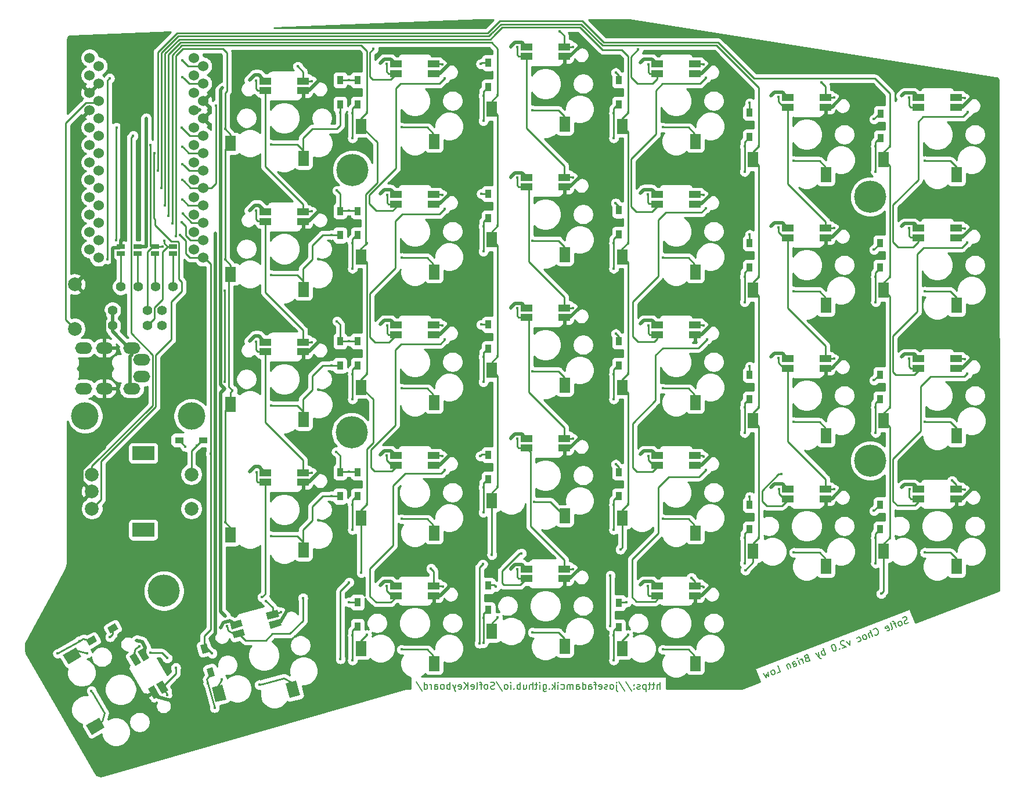
<source format=gbl>
G04 #@! TF.GenerationSoftware,KiCad,Pcbnew,(5.1.9-0-10_14)*
G04 #@! TF.CreationDate,2021-03-05T16:26:51-07:00*
G04 #@! TF.ProjectId,SofleKeyboard,536f666c-654b-4657-9962-6f6172642e6b,rev?*
G04 #@! TF.SameCoordinates,Original*
G04 #@! TF.FileFunction,Copper,L2,Bot*
G04 #@! TF.FilePolarity,Positive*
%FSLAX46Y46*%
G04 Gerber Fmt 4.6, Leading zero omitted, Abs format (unit mm)*
G04 Created by KiCad (PCBNEW (5.1.9-0-10_14)) date 2021-03-05 16:26:51*
%MOMM*%
%LPD*%
G01*
G04 APERTURE LIST*
G04 #@! TA.AperFunction,NonConductor*
%ADD10C,0.150000*%
G04 #@! TD*
G04 #@! TA.AperFunction,NonConductor*
%ADD11C,0.200000*%
G04 #@! TD*
G04 #@! TA.AperFunction,SMDPad,CuDef*
%ADD12R,1.700000X1.000000*%
G04 #@! TD*
G04 #@! TA.AperFunction,SMDPad,CuDef*
%ADD13R,1.600000X2.200000*%
G04 #@! TD*
G04 #@! TA.AperFunction,SMDPad,CuDef*
%ADD14C,0.100000*%
G04 #@! TD*
G04 #@! TA.AperFunction,SMDPad,CuDef*
%ADD15R,0.950000X1.300000*%
G04 #@! TD*
G04 #@! TA.AperFunction,SMDPad,CuDef*
%ADD16R,1.300000X0.950000*%
G04 #@! TD*
G04 #@! TA.AperFunction,ComponentPad*
%ADD17C,1.524000*%
G04 #@! TD*
G04 #@! TA.AperFunction,ComponentPad*
%ADD18C,4.000000*%
G04 #@! TD*
G04 #@! TA.AperFunction,ComponentPad*
%ADD19C,1.397000*%
G04 #@! TD*
G04 #@! TA.AperFunction,ComponentPad*
%ADD20C,2.000000*%
G04 #@! TD*
G04 #@! TA.AperFunction,SMDPad,CuDef*
%ADD21R,1.143000X0.635000*%
G04 #@! TD*
G04 #@! TA.AperFunction,ComponentPad*
%ADD22C,4.700000*%
G04 #@! TD*
G04 #@! TA.AperFunction,ComponentPad*
%ADD23R,3.200000X2.000000*%
G04 #@! TD*
G04 #@! TA.AperFunction,ComponentPad*
%ADD24O,2.500000X1.700000*%
G04 #@! TD*
G04 #@! TA.AperFunction,ViaPad*
%ADD25C,0.400000*%
G04 #@! TD*
G04 #@! TA.AperFunction,Conductor*
%ADD26C,0.250000*%
G04 #@! TD*
G04 #@! TA.AperFunction,Conductor*
%ADD27C,0.500000*%
G04 #@! TD*
G04 #@! TA.AperFunction,Conductor*
%ADD28C,0.254000*%
G04 #@! TD*
G04 #@! TA.AperFunction,Conductor*
%ADD29C,0.100000*%
G04 #@! TD*
G04 APERTURE END LIST*
D10*
X175355905Y-133337020D02*
X175355905Y-132337020D01*
X174927334Y-133337020D02*
X174927334Y-132813211D01*
X174974953Y-132717973D01*
X175070191Y-132670354D01*
X175213048Y-132670354D01*
X175308286Y-132717973D01*
X175355905Y-132765592D01*
X174594000Y-132670354D02*
X174213048Y-132670354D01*
X174451143Y-132337020D02*
X174451143Y-133194163D01*
X174403524Y-133289401D01*
X174308286Y-133337020D01*
X174213048Y-133337020D01*
X174022572Y-132670354D02*
X173641620Y-132670354D01*
X173879715Y-132337020D02*
X173879715Y-133194163D01*
X173832096Y-133289401D01*
X173736858Y-133337020D01*
X173641620Y-133337020D01*
X173308286Y-132670354D02*
X173308286Y-133670354D01*
X173308286Y-132717973D02*
X173213048Y-132670354D01*
X173022572Y-132670354D01*
X172927334Y-132717973D01*
X172879715Y-132765592D01*
X172832096Y-132860830D01*
X172832096Y-133146544D01*
X172879715Y-133241782D01*
X172927334Y-133289401D01*
X173022572Y-133337020D01*
X173213048Y-133337020D01*
X173308286Y-133289401D01*
X172451143Y-133289401D02*
X172355905Y-133337020D01*
X172165429Y-133337020D01*
X172070191Y-133289401D01*
X172022572Y-133194163D01*
X172022572Y-133146544D01*
X172070191Y-133051306D01*
X172165429Y-133003687D01*
X172308286Y-133003687D01*
X172403524Y-132956068D01*
X172451143Y-132860830D01*
X172451143Y-132813211D01*
X172403524Y-132717973D01*
X172308286Y-132670354D01*
X172165429Y-132670354D01*
X172070191Y-132717973D01*
X171594000Y-133241782D02*
X171546381Y-133289401D01*
X171594000Y-133337020D01*
X171641620Y-133289401D01*
X171594000Y-133241782D01*
X171594000Y-133337020D01*
X171594000Y-132717973D02*
X171546381Y-132765592D01*
X171594000Y-132813211D01*
X171641620Y-132765592D01*
X171594000Y-132717973D01*
X171594000Y-132813211D01*
X170403524Y-132289401D02*
X171260667Y-133575116D01*
X169355905Y-132289401D02*
X170213048Y-133575116D01*
X169022572Y-132670354D02*
X169022572Y-133527497D01*
X169070191Y-133622735D01*
X169165429Y-133670354D01*
X169213048Y-133670354D01*
X169022572Y-132337020D02*
X169070191Y-132384640D01*
X169022572Y-132432259D01*
X168974953Y-132384640D01*
X169022572Y-132337020D01*
X169022572Y-132432259D01*
X168403524Y-133337020D02*
X168498762Y-133289401D01*
X168546381Y-133241782D01*
X168594000Y-133146544D01*
X168594000Y-132860830D01*
X168546381Y-132765592D01*
X168498762Y-132717973D01*
X168403524Y-132670354D01*
X168260667Y-132670354D01*
X168165429Y-132717973D01*
X168117810Y-132765592D01*
X168070191Y-132860830D01*
X168070191Y-133146544D01*
X168117810Y-133241782D01*
X168165429Y-133289401D01*
X168260667Y-133337020D01*
X168403524Y-133337020D01*
X167689239Y-133289401D02*
X167594000Y-133337020D01*
X167403524Y-133337020D01*
X167308286Y-133289401D01*
X167260667Y-133194163D01*
X167260667Y-133146544D01*
X167308286Y-133051306D01*
X167403524Y-133003687D01*
X167546381Y-133003687D01*
X167641620Y-132956068D01*
X167689239Y-132860830D01*
X167689239Y-132813211D01*
X167641620Y-132717973D01*
X167546381Y-132670354D01*
X167403524Y-132670354D01*
X167308286Y-132717973D01*
X166451143Y-133289401D02*
X166546381Y-133337020D01*
X166736858Y-133337020D01*
X166832096Y-133289401D01*
X166879715Y-133194163D01*
X166879715Y-132813211D01*
X166832096Y-132717973D01*
X166736858Y-132670354D01*
X166546381Y-132670354D01*
X166451143Y-132717973D01*
X166403524Y-132813211D01*
X166403524Y-132908449D01*
X166879715Y-133003687D01*
X166117810Y-132670354D02*
X165736858Y-132670354D01*
X165974953Y-133337020D02*
X165974953Y-132479878D01*
X165927334Y-132384640D01*
X165832096Y-132337020D01*
X165736858Y-132337020D01*
X164974953Y-133337020D02*
X164974953Y-132813211D01*
X165022572Y-132717973D01*
X165117810Y-132670354D01*
X165308286Y-132670354D01*
X165403524Y-132717973D01*
X164974953Y-133289401D02*
X165070191Y-133337020D01*
X165308286Y-133337020D01*
X165403524Y-133289401D01*
X165451143Y-133194163D01*
X165451143Y-133098925D01*
X165403524Y-133003687D01*
X165308286Y-132956068D01*
X165070191Y-132956068D01*
X164974953Y-132908449D01*
X164070191Y-133337020D02*
X164070191Y-132337020D01*
X164070191Y-133289401D02*
X164165429Y-133337020D01*
X164355905Y-133337020D01*
X164451143Y-133289401D01*
X164498762Y-133241782D01*
X164546381Y-133146544D01*
X164546381Y-132860830D01*
X164498762Y-132765592D01*
X164451143Y-132717973D01*
X164355905Y-132670354D01*
X164165429Y-132670354D01*
X164070191Y-132717973D01*
X163165429Y-133337020D02*
X163165429Y-132813211D01*
X163213048Y-132717973D01*
X163308286Y-132670354D01*
X163498762Y-132670354D01*
X163594000Y-132717973D01*
X163165429Y-133289401D02*
X163260667Y-133337020D01*
X163498762Y-133337020D01*
X163594000Y-133289401D01*
X163641620Y-133194163D01*
X163641620Y-133098925D01*
X163594000Y-133003687D01*
X163498762Y-132956068D01*
X163260667Y-132956068D01*
X163165429Y-132908449D01*
X162689239Y-133337020D02*
X162689239Y-132670354D01*
X162689239Y-132765592D02*
X162641620Y-132717973D01*
X162546381Y-132670354D01*
X162403524Y-132670354D01*
X162308286Y-132717973D01*
X162260667Y-132813211D01*
X162260667Y-133337020D01*
X162260667Y-132813211D02*
X162213048Y-132717973D01*
X162117810Y-132670354D01*
X161974953Y-132670354D01*
X161879715Y-132717973D01*
X161832096Y-132813211D01*
X161832096Y-133337020D01*
X160927334Y-133289401D02*
X161022572Y-133337020D01*
X161213048Y-133337020D01*
X161308286Y-133289401D01*
X161355905Y-133241782D01*
X161403524Y-133146544D01*
X161403524Y-132860830D01*
X161355905Y-132765592D01*
X161308286Y-132717973D01*
X161213048Y-132670354D01*
X161022572Y-132670354D01*
X160927334Y-132717973D01*
X160498762Y-133337020D02*
X160498762Y-132670354D01*
X160498762Y-132337020D02*
X160546381Y-132384640D01*
X160498762Y-132432259D01*
X160451143Y-132384640D01*
X160498762Y-132337020D01*
X160498762Y-132432259D01*
X160022572Y-133337020D02*
X160022572Y-132337020D01*
X159927334Y-132956068D02*
X159641620Y-133337020D01*
X159641620Y-132670354D02*
X160022572Y-133051306D01*
X159213048Y-133241782D02*
X159165429Y-133289401D01*
X159213048Y-133337020D01*
X159260667Y-133289401D01*
X159213048Y-133241782D01*
X159213048Y-133337020D01*
X158308286Y-132670354D02*
X158308286Y-133479878D01*
X158355905Y-133575116D01*
X158403524Y-133622735D01*
X158498762Y-133670354D01*
X158641620Y-133670354D01*
X158736858Y-133622735D01*
X158308286Y-133289401D02*
X158403524Y-133337020D01*
X158594000Y-133337020D01*
X158689239Y-133289401D01*
X158736858Y-133241782D01*
X158784477Y-133146544D01*
X158784477Y-132860830D01*
X158736858Y-132765592D01*
X158689239Y-132717973D01*
X158594000Y-132670354D01*
X158403524Y-132670354D01*
X158308286Y-132717973D01*
X157832096Y-133337020D02*
X157832096Y-132670354D01*
X157832096Y-132337020D02*
X157879715Y-132384640D01*
X157832096Y-132432259D01*
X157784477Y-132384640D01*
X157832096Y-132337020D01*
X157832096Y-132432259D01*
X157498762Y-132670354D02*
X157117810Y-132670354D01*
X157355905Y-132337020D02*
X157355905Y-133194163D01*
X157308286Y-133289401D01*
X157213048Y-133337020D01*
X157117810Y-133337020D01*
X156784477Y-133337020D02*
X156784477Y-132337020D01*
X156355905Y-133337020D02*
X156355905Y-132813211D01*
X156403524Y-132717973D01*
X156498762Y-132670354D01*
X156641620Y-132670354D01*
X156736858Y-132717973D01*
X156784477Y-132765592D01*
X155451143Y-132670354D02*
X155451143Y-133337020D01*
X155879715Y-132670354D02*
X155879715Y-133194163D01*
X155832096Y-133289401D01*
X155736858Y-133337020D01*
X155594000Y-133337020D01*
X155498762Y-133289401D01*
X155451143Y-133241782D01*
X154974953Y-133337020D02*
X154974953Y-132337020D01*
X154974953Y-132717973D02*
X154879715Y-132670354D01*
X154689239Y-132670354D01*
X154594000Y-132717973D01*
X154546381Y-132765592D01*
X154498762Y-132860830D01*
X154498762Y-133146544D01*
X154546381Y-133241782D01*
X154594000Y-133289401D01*
X154689239Y-133337020D01*
X154879715Y-133337020D01*
X154974953Y-133289401D01*
X154070191Y-133241782D02*
X154022572Y-133289401D01*
X154070191Y-133337020D01*
X154117810Y-133289401D01*
X154070191Y-133241782D01*
X154070191Y-133337020D01*
X153594000Y-133337020D02*
X153594000Y-132670354D01*
X153594000Y-132337020D02*
X153641620Y-132384640D01*
X153594000Y-132432259D01*
X153546381Y-132384640D01*
X153594000Y-132337020D01*
X153594000Y-132432259D01*
X152974953Y-133337020D02*
X153070191Y-133289401D01*
X153117810Y-133241782D01*
X153165429Y-133146544D01*
X153165429Y-132860830D01*
X153117810Y-132765592D01*
X153070191Y-132717973D01*
X152974953Y-132670354D01*
X152832096Y-132670354D01*
X152736858Y-132717973D01*
X152689239Y-132765592D01*
X152641620Y-132860830D01*
X152641620Y-133146544D01*
X152689239Y-133241782D01*
X152736858Y-133289401D01*
X152832096Y-133337020D01*
X152974953Y-133337020D01*
X151498762Y-132289401D02*
X152355905Y-133575116D01*
X151213048Y-133289401D02*
X151070191Y-133337020D01*
X150832096Y-133337020D01*
X150736858Y-133289401D01*
X150689239Y-133241782D01*
X150641620Y-133146544D01*
X150641620Y-133051306D01*
X150689239Y-132956068D01*
X150736858Y-132908449D01*
X150832096Y-132860830D01*
X151022572Y-132813211D01*
X151117810Y-132765592D01*
X151165429Y-132717973D01*
X151213048Y-132622735D01*
X151213048Y-132527497D01*
X151165429Y-132432259D01*
X151117810Y-132384640D01*
X151022572Y-132337020D01*
X150784477Y-132337020D01*
X150641620Y-132384640D01*
X150070191Y-133337020D02*
X150165429Y-133289401D01*
X150213048Y-133241782D01*
X150260667Y-133146544D01*
X150260667Y-132860830D01*
X150213048Y-132765592D01*
X150165429Y-132717973D01*
X150070191Y-132670354D01*
X149927334Y-132670354D01*
X149832096Y-132717973D01*
X149784477Y-132765592D01*
X149736858Y-132860830D01*
X149736858Y-133146544D01*
X149784477Y-133241782D01*
X149832096Y-133289401D01*
X149927334Y-133337020D01*
X150070191Y-133337020D01*
X149451143Y-132670354D02*
X149070191Y-132670354D01*
X149308286Y-133337020D02*
X149308286Y-132479878D01*
X149260667Y-132384640D01*
X149165429Y-132337020D01*
X149070191Y-132337020D01*
X148594000Y-133337020D02*
X148689239Y-133289401D01*
X148736858Y-133194163D01*
X148736858Y-132337020D01*
X147832096Y-133289401D02*
X147927334Y-133337020D01*
X148117810Y-133337020D01*
X148213048Y-133289401D01*
X148260667Y-133194163D01*
X148260667Y-132813211D01*
X148213048Y-132717973D01*
X148117810Y-132670354D01*
X147927334Y-132670354D01*
X147832096Y-132717973D01*
X147784477Y-132813211D01*
X147784477Y-132908449D01*
X148260667Y-133003687D01*
X147355905Y-133337020D02*
X147355905Y-132337020D01*
X146784477Y-133337020D02*
X147213048Y-132765592D01*
X146784477Y-132337020D02*
X147355905Y-132908449D01*
X145974953Y-133289401D02*
X146070191Y-133337020D01*
X146260667Y-133337020D01*
X146355905Y-133289401D01*
X146403524Y-133194163D01*
X146403524Y-132813211D01*
X146355905Y-132717973D01*
X146260667Y-132670354D01*
X146070191Y-132670354D01*
X145974953Y-132717973D01*
X145927334Y-132813211D01*
X145927334Y-132908449D01*
X146403524Y-133003687D01*
X145594000Y-132670354D02*
X145355905Y-133337020D01*
X145117810Y-132670354D02*
X145355905Y-133337020D01*
X145451143Y-133575116D01*
X145498762Y-133622735D01*
X145594000Y-133670354D01*
X144736858Y-133337020D02*
X144736858Y-132337020D01*
X144736858Y-132717973D02*
X144641620Y-132670354D01*
X144451143Y-132670354D01*
X144355905Y-132717973D01*
X144308286Y-132765592D01*
X144260667Y-132860830D01*
X144260667Y-133146544D01*
X144308286Y-133241782D01*
X144355905Y-133289401D01*
X144451143Y-133337020D01*
X144641620Y-133337020D01*
X144736858Y-133289401D01*
X143689239Y-133337020D02*
X143784477Y-133289401D01*
X143832096Y-133241782D01*
X143879715Y-133146544D01*
X143879715Y-132860830D01*
X143832096Y-132765592D01*
X143784477Y-132717973D01*
X143689239Y-132670354D01*
X143546381Y-132670354D01*
X143451143Y-132717973D01*
X143403524Y-132765592D01*
X143355905Y-132860830D01*
X143355905Y-133146544D01*
X143403524Y-133241782D01*
X143451143Y-133289401D01*
X143546381Y-133337020D01*
X143689239Y-133337020D01*
X142498762Y-133337020D02*
X142498762Y-132813211D01*
X142546381Y-132717973D01*
X142641620Y-132670354D01*
X142832096Y-132670354D01*
X142927334Y-132717973D01*
X142498762Y-133289401D02*
X142594000Y-133337020D01*
X142832096Y-133337020D01*
X142927334Y-133289401D01*
X142974953Y-133194163D01*
X142974953Y-133098925D01*
X142927334Y-133003687D01*
X142832096Y-132956068D01*
X142594000Y-132956068D01*
X142498762Y-132908449D01*
X142022572Y-133337020D02*
X142022572Y-132670354D01*
X142022572Y-132860830D02*
X141974953Y-132765592D01*
X141927334Y-132717973D01*
X141832096Y-132670354D01*
X141736858Y-132670354D01*
X140974953Y-133337020D02*
X140974953Y-132337020D01*
X140974953Y-133289401D02*
X141070191Y-133337020D01*
X141260667Y-133337020D01*
X141355905Y-133289401D01*
X141403524Y-133241782D01*
X141451143Y-133146544D01*
X141451143Y-132860830D01*
X141403524Y-132765592D01*
X141355905Y-132717973D01*
X141260667Y-132670354D01*
X141070191Y-132670354D01*
X140974953Y-132717973D01*
X139784477Y-132289401D02*
X140641620Y-133575116D01*
D11*
X211592263Y-123617569D02*
X211475959Y-123713221D01*
X211253678Y-123798547D01*
X211147701Y-123788221D01*
X211086179Y-123760830D01*
X211007593Y-123688982D01*
X210973462Y-123600070D01*
X210983788Y-123494092D01*
X211011179Y-123432571D01*
X211083027Y-123353985D01*
X211243786Y-123241268D01*
X211315634Y-123162681D01*
X211343025Y-123101160D01*
X211353351Y-122995182D01*
X211319220Y-122906270D01*
X211240634Y-122834423D01*
X211179113Y-122807032D01*
X211073135Y-122796706D01*
X210850854Y-122882031D01*
X210734551Y-122977683D01*
X210542379Y-124071589D02*
X210614226Y-123993002D01*
X210641617Y-123931481D01*
X210651943Y-123825503D01*
X210549552Y-123558766D01*
X210470966Y-123486919D01*
X210409444Y-123459528D01*
X210303467Y-123449202D01*
X210170098Y-123500397D01*
X210098251Y-123578984D01*
X210070860Y-123640505D01*
X210060534Y-123746483D01*
X210162925Y-124013220D01*
X210241511Y-124085067D01*
X210303033Y-124112458D01*
X210409010Y-124122784D01*
X210542379Y-124071589D01*
X209725536Y-123671049D02*
X209369886Y-123807570D01*
X209831079Y-124344631D02*
X209523907Y-123544419D01*
X209445320Y-123472572D01*
X209339343Y-123462246D01*
X209250430Y-123496376D01*
X209164236Y-124600608D02*
X209236084Y-124522022D01*
X209246409Y-124416044D01*
X208939237Y-123615832D01*
X208435872Y-124829194D02*
X208541849Y-124839520D01*
X208719674Y-124771260D01*
X208791521Y-124692673D01*
X208801847Y-124586696D01*
X208665326Y-124231046D01*
X208586740Y-124159199D01*
X208480762Y-124148873D01*
X208302937Y-124217133D01*
X208231090Y-124295720D01*
X208220764Y-124401697D01*
X208254894Y-124490610D01*
X208733587Y-124408871D01*
X206729471Y-125433213D02*
X206790992Y-125460604D01*
X206941426Y-125453865D01*
X207030338Y-125419735D01*
X207146642Y-125324083D01*
X207201424Y-125201041D01*
X207211750Y-125095063D01*
X207187945Y-124900173D01*
X207136750Y-124766804D01*
X207024033Y-124606045D01*
X206945447Y-124534197D01*
X206822404Y-124479415D01*
X206671970Y-124486155D01*
X206583058Y-124520285D01*
X206466754Y-124615936D01*
X206439363Y-124677458D01*
X206363495Y-125675712D02*
X206005127Y-124742132D01*
X205963389Y-125829298D02*
X205775673Y-125340280D01*
X205785998Y-125234302D01*
X205857846Y-125155716D01*
X205991214Y-125104521D01*
X206097192Y-125114846D01*
X206158713Y-125142238D01*
X205385458Y-126051145D02*
X205457306Y-125972559D01*
X205484697Y-125911037D01*
X205495023Y-125805060D01*
X205392632Y-125538322D01*
X205314045Y-125466475D01*
X205252524Y-125439084D01*
X205146546Y-125428758D01*
X205013178Y-125479954D01*
X204941330Y-125558540D01*
X204913939Y-125620061D01*
X204903613Y-125726039D01*
X205006004Y-125992776D01*
X205084591Y-126064624D01*
X205146112Y-126092015D01*
X205252090Y-126102341D01*
X205385458Y-126051145D01*
X204256988Y-126433317D02*
X204362966Y-126443643D01*
X204540790Y-126375383D01*
X204612638Y-126296796D01*
X204640029Y-126235275D01*
X204650355Y-126129297D01*
X204547964Y-125862560D01*
X204469377Y-125790713D01*
X204407856Y-125763322D01*
X204301878Y-125752996D01*
X204124054Y-125821256D01*
X204052206Y-125899843D01*
X203012648Y-126247885D02*
X203029279Y-126955598D01*
X202568086Y-126418536D01*
X202171567Y-126315711D02*
X202110046Y-126288320D01*
X202004068Y-126277994D01*
X201781787Y-126363320D01*
X201709940Y-126441906D01*
X201682549Y-126503428D01*
X201672223Y-126609405D01*
X201706353Y-126698318D01*
X201802005Y-126814621D01*
X202540261Y-127143314D01*
X201962330Y-127365161D01*
X201528094Y-127429835D02*
X201500703Y-127491356D01*
X201562224Y-127518747D01*
X201589615Y-127457226D01*
X201528094Y-127429835D01*
X201562224Y-127518747D01*
X200581469Y-126824079D02*
X200492557Y-126858209D01*
X200420710Y-126936796D01*
X200393319Y-126998317D01*
X200382993Y-127104294D01*
X200406797Y-127299184D01*
X200492123Y-127521466D01*
X200604839Y-127682225D01*
X200683426Y-127754072D01*
X200744947Y-127781464D01*
X200850925Y-127791789D01*
X200939837Y-127757659D01*
X201011685Y-127679073D01*
X201039076Y-127617551D01*
X201049402Y-127511574D01*
X201025597Y-127316684D01*
X200940272Y-127094403D01*
X200827555Y-126933643D01*
X200748968Y-126861796D01*
X200687447Y-126834405D01*
X200581469Y-126824079D01*
X199517239Y-128303744D02*
X199158871Y-127370163D01*
X199295392Y-127725813D02*
X199189414Y-127715487D01*
X199011589Y-127783748D01*
X198939742Y-127862334D01*
X198912351Y-127923855D01*
X198902025Y-128029833D01*
X199004416Y-128296570D01*
X199083002Y-128368418D01*
X199144524Y-128395809D01*
X199250501Y-128406135D01*
X199428326Y-128337874D01*
X199500173Y-128259287D01*
X198522571Y-127971464D02*
X198539202Y-128679177D01*
X198078009Y-128142116D02*
X198539202Y-128679177D01*
X198713440Y-128867328D01*
X198774961Y-128894719D01*
X198880939Y-128905045D01*
X196751062Y-128804504D02*
X196634758Y-128900155D01*
X196607367Y-128961677D01*
X196597041Y-129067654D01*
X196648237Y-129201023D01*
X196726823Y-129272870D01*
X196788345Y-129300261D01*
X196894322Y-129310587D01*
X197249972Y-129174066D01*
X196891604Y-128240485D01*
X196580410Y-128359941D01*
X196508563Y-128438528D01*
X196481172Y-128500049D01*
X196470846Y-128606027D01*
X196504976Y-128694939D01*
X196583563Y-128766787D01*
X196645084Y-128794178D01*
X196751062Y-128804504D01*
X197062255Y-128685048D01*
X196316391Y-129532434D02*
X196077479Y-128910047D01*
X196145740Y-129087872D02*
X196067153Y-129016024D01*
X196005632Y-128988633D01*
X195899655Y-128978307D01*
X195810742Y-129012438D01*
X195738461Y-129754281D02*
X195499549Y-129131894D01*
X195380093Y-128820700D02*
X195441614Y-128848091D01*
X195414223Y-128909613D01*
X195352702Y-128882222D01*
X195380093Y-128820700D01*
X195414223Y-128909613D01*
X194893793Y-130078518D02*
X194706076Y-129589500D01*
X194716402Y-129483522D01*
X194788249Y-129404936D01*
X194966074Y-129336675D01*
X195072052Y-129347001D01*
X194876727Y-130034062D02*
X194982705Y-130044388D01*
X195204986Y-129959062D01*
X195276833Y-129880476D01*
X195287159Y-129774498D01*
X195253029Y-129685586D01*
X195174443Y-129613739D01*
X195068465Y-129603413D01*
X194846184Y-129688738D01*
X194740206Y-129678412D01*
X194210319Y-129626783D02*
X194449231Y-130249170D01*
X194244449Y-129715695D02*
X194182927Y-129688304D01*
X194076950Y-129677978D01*
X193943581Y-129729174D01*
X193871734Y-129807760D01*
X193861408Y-129913738D01*
X194049125Y-130402756D01*
X192448701Y-131017101D02*
X192893263Y-130846450D01*
X192534895Y-129912869D01*
X192004139Y-131187752D02*
X192075986Y-131109166D01*
X192103377Y-131047645D01*
X192113703Y-130941667D01*
X192011312Y-130674930D01*
X191932726Y-130603082D01*
X191871205Y-130575691D01*
X191765227Y-130565365D01*
X191631858Y-130616561D01*
X191560011Y-130695147D01*
X191532620Y-130756669D01*
X191522294Y-130862646D01*
X191624685Y-131129384D01*
X191703271Y-131201231D01*
X191764793Y-131228622D01*
X191870770Y-131238948D01*
X192004139Y-131187752D01*
X191142840Y-130804277D02*
X191203927Y-131494925D01*
X190855451Y-131118623D01*
X190848277Y-131631446D01*
X190431541Y-131077320D01*
D12*
X174950000Y-118301000D03*
X180450000Y-118301000D03*
X174950000Y-119701000D03*
X180450000Y-119701000D03*
D13*
X169900000Y-127400000D03*
X180500000Y-129600000D03*
D12*
X155900000Y-115801000D03*
X161400000Y-115801000D03*
X155900000Y-117201000D03*
X161400000Y-117201000D03*
D13*
X150850000Y-124900000D03*
X161450000Y-127100000D03*
D12*
X136850000Y-118301000D03*
X142350000Y-118301000D03*
X136850000Y-119701000D03*
X142350000Y-119701000D03*
D13*
X131800000Y-127400000D03*
X142400000Y-129600000D03*
G04 #@! TA.AperFunction,SMDPad,CuDef*
D14*
G36*
X114237967Y-123193760D02*
G01*
X114496786Y-124159686D01*
X112854713Y-124599678D01*
X112595894Y-123633752D01*
X114237967Y-123193760D01*
G37*
G04 #@! TD.AperFunction*
G04 #@! TA.AperFunction,SMDPad,CuDef*
G36*
X119550559Y-121770255D02*
G01*
X119809378Y-122736181D01*
X118167305Y-123176173D01*
X117908486Y-122210247D01*
X119550559Y-121770255D01*
G37*
G04 #@! TD.AperFunction*
G04 #@! TA.AperFunction,SMDPad,CuDef*
G36*
X114600314Y-124546056D02*
G01*
X114859133Y-125511982D01*
X113217060Y-125951974D01*
X112958241Y-124986048D01*
X114600314Y-124546056D01*
G37*
G04 #@! TD.AperFunction*
G04 #@! TA.AperFunction,SMDPad,CuDef*
G36*
X119912906Y-123122551D02*
G01*
X120171725Y-124088477D01*
X118529652Y-124528469D01*
X118270833Y-123562543D01*
X119912906Y-123122551D01*
G37*
G04 #@! TD.AperFunction*
G04 #@! TA.AperFunction,SMDPad,CuDef*
G36*
X111511449Y-132723140D02*
G01*
X112080851Y-134848177D01*
X110535369Y-135262288D01*
X109965967Y-133137251D01*
X111511449Y-132723140D01*
G37*
G04 #@! TD.AperFunction*
G04 #@! TA.AperFunction,SMDPad,CuDef*
G36*
X122319665Y-132104695D02*
G01*
X122889067Y-134229732D01*
X121343585Y-134643843D01*
X120774183Y-132518806D01*
X122319665Y-132104695D01*
G37*
G04 #@! TD.AperFunction*
G04 #@! TA.AperFunction,SMDPad,CuDef*
G36*
X100868684Y-128805052D02*
G01*
X100002658Y-129305052D01*
X99152658Y-127832808D01*
X100018684Y-127332808D01*
X100868684Y-128805052D01*
G37*
G04 #@! TD.AperFunction*
G04 #@! TA.AperFunction,SMDPad,CuDef*
G36*
X103618684Y-133568192D02*
G01*
X102752658Y-134068192D01*
X101902658Y-132595948D01*
X102768684Y-132095948D01*
X103618684Y-133568192D01*
G37*
G04 #@! TD.AperFunction*
G04 #@! TA.AperFunction,SMDPad,CuDef*
G36*
X99656249Y-129505052D02*
G01*
X98790223Y-130005052D01*
X97940223Y-128532808D01*
X98806249Y-128032808D01*
X99656249Y-129505052D01*
G37*
G04 #@! TD.AperFunction*
G04 #@! TA.AperFunction,SMDPad,CuDef*
G36*
X102406249Y-134268192D02*
G01*
X101540223Y-134768192D01*
X100690223Y-133295948D01*
X101556249Y-132795948D01*
X102406249Y-134268192D01*
G37*
G04 #@! TD.AperFunction*
G04 #@! TA.AperFunction,SMDPad,CuDef*
G36*
X90958334Y-128637822D02*
G01*
X89053078Y-129737822D01*
X88253078Y-128352182D01*
X90158334Y-127252182D01*
X90958334Y-128637822D01*
G37*
G04 #@! TD.AperFunction*
G04 #@! TA.AperFunction,SMDPad,CuDef*
G36*
X94353078Y-138917691D02*
G01*
X92447822Y-140017691D01*
X91647822Y-138632051D01*
X93553078Y-137532051D01*
X94353078Y-138917691D01*
G37*
G04 #@! TD.AperFunction*
D12*
X213050000Y-104151000D03*
X218550000Y-104151000D03*
X213050000Y-105551000D03*
X218550000Y-105551000D03*
D13*
X208000000Y-113250000D03*
X218600000Y-115450000D03*
D12*
X194000000Y-104151000D03*
X199500000Y-104151000D03*
X194000000Y-105551000D03*
X199500000Y-105551000D03*
D13*
X188950000Y-113250000D03*
X199550000Y-115450000D03*
D12*
X174950000Y-99251000D03*
X180450000Y-99251000D03*
X174950000Y-100651000D03*
X180450000Y-100651000D03*
D13*
X169900000Y-108350000D03*
X180500000Y-110550000D03*
D12*
X155900000Y-96751000D03*
X161400000Y-96751000D03*
X155900000Y-98151000D03*
X161400000Y-98151000D03*
D13*
X150850000Y-105850000D03*
X161450000Y-108050000D03*
D12*
X136850000Y-99251000D03*
X142350000Y-99251000D03*
X136850000Y-100651000D03*
X142350000Y-100651000D03*
D13*
X131800000Y-108350000D03*
X142400000Y-110550000D03*
D12*
X117800000Y-101751000D03*
X123300000Y-101751000D03*
X117800000Y-103151000D03*
X123300000Y-103151000D03*
D13*
X112750000Y-110850000D03*
X123350000Y-113050000D03*
D12*
X213050000Y-85101000D03*
X218550000Y-85101000D03*
X213050000Y-86501000D03*
X218550000Y-86501000D03*
D13*
X208000000Y-94200000D03*
X218600000Y-96400000D03*
D12*
X194000000Y-85101000D03*
X199500000Y-85101000D03*
X194000000Y-86501000D03*
X199500000Y-86501000D03*
D13*
X188950000Y-94200000D03*
X199550000Y-96400000D03*
D12*
X174950000Y-80201000D03*
X180450000Y-80201000D03*
X174950000Y-81601000D03*
X180450000Y-81601000D03*
D13*
X169900000Y-89300000D03*
X180500000Y-91500000D03*
D12*
X155900000Y-77701000D03*
X161400000Y-77701000D03*
X155900000Y-79101000D03*
X161400000Y-79101000D03*
D13*
X150850000Y-86800000D03*
X161450000Y-89000000D03*
D12*
X136850000Y-80201000D03*
X142350000Y-80201000D03*
X136850000Y-81601000D03*
X142350000Y-81601000D03*
D13*
X131800000Y-89300000D03*
X142400000Y-91500000D03*
D12*
X117800000Y-82701000D03*
X123300000Y-82701000D03*
X117800000Y-84101000D03*
X123300000Y-84101000D03*
D13*
X112750000Y-91800000D03*
X123350000Y-94000000D03*
D12*
X213050000Y-66051000D03*
X218550000Y-66051000D03*
X213050000Y-67451000D03*
X218550000Y-67451000D03*
D13*
X208000000Y-75150000D03*
X218600000Y-77350000D03*
D12*
X194000000Y-66051000D03*
X199500000Y-66051000D03*
X194000000Y-67451000D03*
X199500000Y-67451000D03*
D13*
X188950000Y-75150000D03*
X199550000Y-77350000D03*
D12*
X174950000Y-61151000D03*
X180450000Y-61151000D03*
X174950000Y-62551000D03*
X180450000Y-62551000D03*
D13*
X169900000Y-70250000D03*
X180500000Y-72450000D03*
D12*
X155900000Y-58651000D03*
X161400000Y-58651000D03*
X155900000Y-60051000D03*
X161400000Y-60051000D03*
D13*
X150850000Y-67750000D03*
X161450000Y-69950000D03*
D12*
X136850000Y-61151000D03*
X142350000Y-61151000D03*
X136850000Y-62551000D03*
X142350000Y-62551000D03*
D13*
X131800000Y-70250000D03*
X142400000Y-72450000D03*
D12*
X117800000Y-63701000D03*
X123300000Y-63701000D03*
X117800000Y-65101000D03*
X123300000Y-65101000D03*
D13*
X112750000Y-72800000D03*
X123350000Y-75000000D03*
D12*
X213050000Y-47001000D03*
X218550000Y-47001000D03*
X213050000Y-48401000D03*
X218550000Y-48401000D03*
D13*
X208000000Y-56100000D03*
X218600000Y-58300000D03*
D12*
X194000000Y-47001000D03*
X199500000Y-47001000D03*
X194000000Y-48401000D03*
X199500000Y-48401000D03*
D13*
X188950000Y-56100000D03*
X199550000Y-58300000D03*
D12*
X174950000Y-42101000D03*
X180450000Y-42101000D03*
X174950000Y-43501000D03*
X180450000Y-43501000D03*
D13*
X169900000Y-51200000D03*
X180500000Y-53400000D03*
D12*
X155900000Y-39601000D03*
X161400000Y-39601000D03*
X155900000Y-41001000D03*
X161400000Y-41001000D03*
D13*
X150850000Y-48700000D03*
X161450000Y-50900000D03*
D12*
X136850000Y-42101000D03*
X142350000Y-42101000D03*
X136850000Y-43501000D03*
X142350000Y-43501000D03*
D13*
X131800000Y-51200000D03*
X142400000Y-53400000D03*
D12*
X117800000Y-44601000D03*
X123300000Y-44601000D03*
X117800000Y-46001000D03*
X123300000Y-46001000D03*
D13*
X112750000Y-53700000D03*
X123350000Y-55900000D03*
D15*
X169345000Y-124305000D03*
X169345000Y-120755000D03*
X150345000Y-118245000D03*
X150345000Y-121795000D03*
X131245000Y-124205000D03*
X131245000Y-120655000D03*
G04 #@! TA.AperFunction,SMDPad,CuDef*
D14*
G36*
X109206357Y-130370605D02*
G01*
X110123986Y-130124727D01*
X110460451Y-131380431D01*
X109542822Y-131626309D01*
X109206357Y-130370605D01*
G37*
G04 #@! TD.AperFunction*
G04 #@! TA.AperFunction,SMDPad,CuDef*
G36*
X108287549Y-126941569D02*
G01*
X109205178Y-126695691D01*
X109541643Y-127951395D01*
X108624014Y-128197273D01*
X108287549Y-126941569D01*
G37*
G04 #@! TD.AperFunction*
G04 #@! TA.AperFunction,SMDPad,CuDef*
G36*
X92795222Y-125502138D02*
G01*
X93270222Y-126324862D01*
X92144388Y-126974862D01*
X91669388Y-126152138D01*
X92795222Y-125502138D01*
G37*
G04 #@! TD.AperFunction*
G04 #@! TA.AperFunction,SMDPad,CuDef*
G36*
X95869612Y-123727138D02*
G01*
X96344612Y-124549862D01*
X95218778Y-125199862D01*
X94743778Y-124377138D01*
X95869612Y-123727138D01*
G37*
G04 #@! TD.AperFunction*
D16*
X108775000Y-97000000D03*
X105225000Y-97000000D03*
D15*
X207495000Y-110005000D03*
X207495000Y-106455000D03*
X188445000Y-110005000D03*
X188445000Y-106455000D03*
X169345000Y-105205000D03*
X169345000Y-101655000D03*
X150345000Y-102695000D03*
X150345000Y-99145000D03*
X131245000Y-105205000D03*
X131245000Y-101655000D03*
X128705000Y-101655000D03*
X128705000Y-105205000D03*
X207445000Y-91005000D03*
X207445000Y-87455000D03*
X188445000Y-91005000D03*
X188445000Y-87455000D03*
X169345000Y-86105000D03*
X169345000Y-82555000D03*
X150345000Y-83695000D03*
X150345000Y-80145000D03*
X131245000Y-86105000D03*
X131245000Y-82555000D03*
X128705000Y-82555000D03*
X128705000Y-86105000D03*
X207445000Y-71805000D03*
X207445000Y-68255000D03*
X188445000Y-71805000D03*
X188445000Y-68255000D03*
X169345000Y-67005000D03*
X169345000Y-63455000D03*
X150345000Y-64595000D03*
X150345000Y-61045000D03*
X131245000Y-67105000D03*
X131245000Y-63555000D03*
X128705000Y-63555000D03*
X128705000Y-67105000D03*
X207545000Y-52905000D03*
X207545000Y-49355000D03*
X188445000Y-52775000D03*
X188445000Y-49225000D03*
X169345000Y-48005000D03*
X169345000Y-44455000D03*
X150345000Y-45505000D03*
X150345000Y-41955000D03*
X131245000Y-48005000D03*
X131245000Y-44455000D03*
X128705000Y-44452000D03*
X128705000Y-48002000D03*
D17*
X93478815Y-47505745D03*
X108718815Y-65285745D03*
X93478815Y-57665745D03*
X108718815Y-55125745D03*
X108718815Y-50045745D03*
X93478815Y-67825745D03*
X108718815Y-47505745D03*
X108718815Y-42425745D03*
X93478815Y-62745745D03*
X108718815Y-70365745D03*
X93478815Y-55125745D03*
X93478815Y-44965745D03*
X93478815Y-50045745D03*
X93478815Y-52585745D03*
X93478815Y-65285745D03*
X93478815Y-60205745D03*
X108718815Y-62745745D03*
X108718815Y-60205745D03*
X93478815Y-70365745D03*
X108718815Y-67825745D03*
X108718815Y-44965745D03*
X93478815Y-42425745D03*
X108718815Y-57665745D03*
X108718815Y-52585745D03*
X92180000Y-41230000D03*
X92180000Y-43770000D03*
X92180000Y-46310000D03*
X92180000Y-48850000D03*
X92180000Y-51390000D03*
X92180000Y-53930000D03*
X92180000Y-56470000D03*
X92180000Y-59010000D03*
X92180000Y-61550000D03*
X92180000Y-64090000D03*
X92180000Y-66630000D03*
X92180000Y-69170000D03*
X107420000Y-69170000D03*
X107420000Y-66630000D03*
X107420000Y-64090000D03*
X107420000Y-61550000D03*
X107420000Y-59010000D03*
X107420000Y-56470000D03*
X107420000Y-53930000D03*
X107420000Y-51390000D03*
X107420000Y-48850000D03*
X107420000Y-46310000D03*
X107420000Y-43770000D03*
X107420000Y-41230000D03*
D18*
X107000000Y-93500000D03*
X91500000Y-93500000D03*
D19*
X104320000Y-74600000D03*
X101780000Y-74600000D03*
X99240000Y-74600000D03*
X96700000Y-74600000D03*
D20*
X90000000Y-80750000D03*
X90000000Y-74250000D03*
D21*
X96700000Y-68799620D03*
X96700000Y-69800380D03*
X99200000Y-68799620D03*
X99200000Y-69800380D03*
X101700000Y-68799620D03*
X101700000Y-69800380D03*
X104300000Y-68799620D03*
X104300000Y-69800380D03*
D19*
X100579272Y-80311965D03*
X95499272Y-80311965D03*
X100579272Y-78061965D03*
X95499272Y-78061965D03*
X102700000Y-78100000D03*
X102700000Y-80300000D03*
D22*
X206000000Y-100000000D03*
X130375120Y-95852640D03*
X130527120Y-57573640D03*
D20*
X107000000Y-107000000D03*
X107000000Y-102000000D03*
D23*
X100000000Y-110100000D03*
X100000000Y-98900000D03*
D20*
X92500000Y-107000000D03*
X92500000Y-104500000D03*
X92500000Y-102000000D03*
D22*
X103000000Y-119000000D03*
X206000000Y-61500000D03*
D24*
X98300000Y-89500000D03*
X99800000Y-85300000D03*
X91300000Y-89500000D03*
X94300000Y-89500000D03*
X91300000Y-83550000D03*
X94300000Y-83550000D03*
X98300000Y-83550000D03*
X99800000Y-87750000D03*
D25*
X118674000Y-53861000D03*
X128705000Y-49210360D03*
X170485000Y-120655000D03*
X151412407Y-118391593D03*
X130002940Y-120654080D03*
X105327833Y-67072169D03*
X110034374Y-128119626D03*
X95141015Y-125740985D03*
X109826120Y-98975640D03*
X106143120Y-97959640D03*
X137674000Y-51361000D03*
X130506000Y-52919000D03*
X130506000Y-49252000D03*
X156774000Y-48861000D03*
X149606000Y-50419000D03*
X149606000Y-46752000D03*
X105700000Y-59000000D03*
X206556000Y-50167000D03*
X130002940Y-44454080D03*
X149217240Y-42100760D03*
X168907000Y-43381990D03*
X188445000Y-47800520D03*
X110602000Y-48150240D03*
X175774000Y-51361000D03*
X168606000Y-52919000D03*
X168606000Y-49252000D03*
X206556000Y-69203500D03*
X130002940Y-63490580D03*
X105700000Y-61900000D03*
X149309500Y-61045000D03*
X168881120Y-62418490D03*
X188445000Y-67006400D03*
X128241120Y-60586489D03*
X187706000Y-54152000D03*
X187706000Y-57819000D03*
X194874000Y-56261000D03*
X206556000Y-88267000D03*
X130002940Y-82554080D03*
X149266320Y-80145000D03*
X168907000Y-81481990D03*
X188445000Y-86238340D03*
X105732756Y-63957326D03*
X128241120Y-79646240D03*
X213974000Y-56261000D03*
X206806000Y-57819000D03*
X206806000Y-54152000D03*
X206556000Y-107317000D03*
X130002940Y-101604080D03*
X105600000Y-65200000D03*
X149138500Y-99329500D03*
X168907000Y-100531990D03*
X188445000Y-105255320D03*
X128139520Y-98699989D03*
X111902000Y-75175840D03*
X111902000Y-88498138D03*
X118674000Y-72897500D03*
X127462940Y-67046580D03*
X137674000Y-70397500D03*
X130506000Y-71955500D03*
X130506000Y-68288500D03*
X156774000Y-67897500D03*
X149606000Y-69455500D03*
X149606000Y-65788500D03*
X175774000Y-70397500D03*
X168606000Y-71955500D03*
X168606000Y-68288500D03*
X187706000Y-73188500D03*
X187706000Y-76855500D03*
X194874000Y-75297500D03*
X213974000Y-75297500D03*
X206806000Y-76855500D03*
X206806000Y-73188500D03*
X118674000Y-91961000D03*
X127462940Y-86110080D03*
X137674000Y-89461000D03*
X130506000Y-91019000D03*
X130506000Y-87352000D03*
X156774000Y-86961000D03*
X149606000Y-88519000D03*
X149606000Y-84852000D03*
X175774000Y-89461000D03*
X168606000Y-91019000D03*
X168606000Y-87352000D03*
X187706000Y-92252000D03*
X187706000Y-95919000D03*
X194874000Y-94361000D03*
X213974000Y-94361000D03*
X206806000Y-95919000D03*
X206806000Y-92252000D03*
X118674000Y-111011000D03*
X127462940Y-105160080D03*
X137674000Y-108511000D03*
X130506000Y-110069000D03*
X130506000Y-106402000D03*
X149606000Y-107569000D03*
X149606000Y-103902000D03*
X157023630Y-106011000D03*
X175774000Y-108511000D03*
X168606000Y-110069000D03*
X168606000Y-106402000D03*
X187706000Y-111302000D03*
X187706000Y-114969000D03*
X194874000Y-113411000D03*
X213974000Y-113411000D03*
X206806000Y-114969000D03*
X206806000Y-111302000D03*
X92434759Y-133580730D03*
X87501492Y-128152060D03*
X90677207Y-126318560D03*
X109441063Y-132522867D03*
X116910669Y-132704788D03*
X110390152Y-136064917D03*
X137674000Y-127561000D03*
X130506000Y-129119000D03*
X130506000Y-125452000D03*
X98999004Y-126216015D03*
X111252089Y-124365260D03*
X153610002Y-115824000D03*
X172498998Y-118110000D03*
X134520000Y-118239000D03*
X134520000Y-99189000D03*
X153610002Y-96774000D03*
X210566000Y-103929998D03*
X172498998Y-99060000D03*
X191548499Y-103909501D03*
X115470000Y-101602000D03*
X134520000Y-80139000D03*
X153610002Y-77724000D03*
X210566000Y-84879998D03*
X172498998Y-80010000D03*
X191548499Y-84859501D03*
X115470000Y-82552000D03*
X134520000Y-61075500D03*
X153610002Y-58660500D03*
X210566000Y-65816498D03*
X172498998Y-60946500D03*
X191548499Y-65796001D03*
X115470000Y-63488500D03*
X100400008Y-68800000D03*
X100400000Y-50045745D03*
X153610002Y-39624000D03*
X210566000Y-46779998D03*
X172498998Y-41910000D03*
X191548499Y-46759501D03*
X111560000Y-45595000D03*
X111252000Y-83407000D03*
X111252000Y-102330000D03*
X115470000Y-44452000D03*
X134520000Y-42039000D03*
X111252000Y-64873000D03*
X111959443Y-122729443D03*
X111827640Y-89501440D03*
X103959570Y-134905964D03*
X120929824Y-121822845D03*
X163845008Y-115837998D03*
X182782000Y-118364000D03*
X144526000Y-118287998D03*
X182782000Y-99314000D03*
X125663998Y-101600000D03*
X144526000Y-99237998D03*
X220823998Y-104140000D03*
X163845008Y-96787998D03*
X201876002Y-104187998D03*
X182782000Y-80264000D03*
X125663998Y-82550000D03*
X144526000Y-80187998D03*
X220823998Y-85090000D03*
X163845008Y-77737998D03*
X201876002Y-85137998D03*
X182782000Y-61200500D03*
X125663998Y-63486500D03*
X144526000Y-61124498D03*
X220823998Y-66026500D03*
X163845008Y-58674498D03*
X201876002Y-66074498D03*
X96700000Y-67800000D03*
X96900000Y-48800000D03*
X96900000Y-44965745D03*
X125663998Y-44450000D03*
X144526000Y-42087998D03*
X220823998Y-46990000D03*
X110497745Y-102591745D03*
X110497745Y-83795745D03*
X201876002Y-47037998D03*
X182782000Y-42164000D03*
X163845008Y-39637998D03*
X110497745Y-66794255D03*
X109755000Y-125986000D03*
X110497745Y-76605745D03*
X104936620Y-124248640D03*
X149767620Y-36745640D03*
X115223620Y-57637140D03*
X115287120Y-113771140D03*
X114271120Y-75607640D03*
X125116920Y-96867440D03*
X170692000Y-125404000D03*
X208892000Y-111254000D03*
X208892000Y-92204000D03*
X208892000Y-73140500D03*
X208892000Y-54104000D03*
X102117351Y-57700640D03*
X207616120Y-119422640D03*
X151692000Y-122904000D03*
X189792000Y-111254000D03*
X189792000Y-92204000D03*
X189792000Y-73140500D03*
X189792000Y-54104000D03*
X102642351Y-60240640D03*
X168119120Y-124121640D03*
X168119120Y-116755640D03*
X187804120Y-115993640D03*
X132592000Y-125404000D03*
X170692000Y-106354000D03*
X170692000Y-87304000D03*
X170692000Y-68240500D03*
X170692000Y-49204000D03*
X103167351Y-62780640D03*
X149007881Y-126666503D03*
X169579620Y-112945640D03*
X149513620Y-115104640D03*
X111443561Y-131936606D03*
X151692000Y-103854000D03*
X151692000Y-84804000D03*
X151692000Y-65740500D03*
X151692000Y-46704000D03*
X103692351Y-64287640D03*
X130019120Y-117749989D03*
X128749120Y-128947640D03*
X150844181Y-113704701D03*
X91761776Y-128101089D03*
X132592000Y-106354000D03*
X132592000Y-87304000D03*
X132592000Y-68240500D03*
X132592000Y-49204000D03*
X104217351Y-65373666D03*
X131797120Y-116374640D03*
X105600000Y-51400000D03*
X96100000Y-51390000D03*
X96050000Y-67805847D03*
X103100000Y-67900000D03*
X105700006Y-41600000D03*
X124602379Y-44592379D03*
X122526120Y-42460640D03*
X105700018Y-54200000D03*
X102826022Y-68770500D03*
X101050008Y-53930000D03*
X156774000Y-125061000D03*
X149606000Y-126619000D03*
X149606000Y-122952000D03*
X105699992Y-56700000D03*
X94800000Y-70600000D03*
X105700000Y-44000000D03*
X95100000Y-44200000D03*
X175774000Y-127561000D03*
X168606000Y-129119000D03*
X168606000Y-125452000D03*
X107775000Y-97775000D03*
X104742351Y-67229150D03*
X111921620Y-51604640D03*
X111921620Y-70654640D03*
X113001120Y-89768140D03*
X111921620Y-109008640D03*
X101588120Y-55125745D03*
X98514255Y-52585745D03*
X124602379Y-63628879D03*
X116471155Y-44512918D03*
X162650012Y-39629978D03*
X133575120Y-39920640D03*
X160753120Y-37325000D03*
X135480000Y-42079760D03*
X162650012Y-58666478D03*
X154525955Y-39620713D03*
X219807379Y-66123879D03*
X211721643Y-85116402D03*
X220125620Y-68178140D03*
X124602379Y-82692379D03*
X116471155Y-63549418D03*
X173577119Y-61105381D03*
X181700012Y-42213999D03*
X182089120Y-44111640D03*
X173647499Y-80239261D03*
X182025620Y-63161640D03*
X181708120Y-61256640D03*
X200762362Y-66080147D03*
X192622667Y-46914429D03*
X124602379Y-101742379D03*
X116471155Y-82612918D03*
X143989120Y-63247510D03*
X143608120Y-61183843D03*
X135543500Y-80243260D03*
X162650012Y-96779978D03*
X154525955Y-77720713D03*
X200762362Y-104193647D03*
X192622667Y-85014429D03*
X103468847Y-134174698D03*
X117319120Y-119930640D03*
X104746120Y-130217640D03*
X116493500Y-101706260D03*
X99446233Y-127058383D03*
X120096468Y-122107581D03*
X101063120Y-128058640D03*
X103491120Y-128820640D03*
X117904932Y-120463425D03*
X154525955Y-115820713D03*
X155165120Y-113534150D03*
X179930120Y-117073140D03*
X181729128Y-118427648D03*
X135473127Y-99222873D03*
X143989120Y-82311010D03*
X143608120Y-80247343D03*
X162650012Y-77729978D03*
X154525955Y-58657213D03*
X200762362Y-85143647D03*
X192622667Y-65950929D03*
X211721643Y-66052902D03*
X219807379Y-47087379D03*
X220252620Y-49128140D03*
X154525955Y-96770713D03*
X162650002Y-115829977D03*
X219807379Y-104237379D03*
X193074620Y-101968000D03*
X217966620Y-102912640D03*
X192749998Y-104182640D03*
X143989120Y-44211010D03*
X143600000Y-42194758D03*
X135550250Y-61186510D03*
X135473127Y-118272873D03*
X143989120Y-101361010D03*
X143629869Y-99314889D03*
X143678106Y-118359344D03*
X112181506Y-124151291D03*
X123288120Y-120039736D03*
X141957120Y-115739640D03*
X200762362Y-47043647D03*
X173647499Y-42139261D03*
X172183120Y-39992000D03*
X198916620Y-44818000D03*
X211721643Y-47016402D03*
X181700012Y-80313999D03*
X182216120Y-82311010D03*
X173647499Y-99289261D03*
X219807379Y-85187379D03*
X211743620Y-104166401D03*
X220189120Y-87291640D03*
X173577119Y-118268881D03*
X182089120Y-101325140D03*
X181729128Y-99377648D03*
D26*
X124641000Y-51564000D02*
X123300000Y-52905000D01*
X119126000Y-53861000D02*
X118674000Y-53861000D01*
X123300000Y-52905000D02*
X123300000Y-54733000D01*
X123300000Y-54733000D02*
X122428000Y-53861000D01*
X122428000Y-53861000D02*
X119126000Y-53861000D01*
X124641000Y-51564000D02*
X128230960Y-51564000D01*
X128230960Y-51564000D02*
X128705000Y-51089960D01*
X128705000Y-49210360D02*
X128705000Y-48002000D01*
X128705000Y-51089960D02*
X128705000Y-49210360D01*
X123300000Y-55850000D02*
X123350000Y-55900000D01*
X123300000Y-54733000D02*
X123300000Y-55850000D01*
X169345000Y-120655000D02*
X170485000Y-120655000D01*
X151175814Y-118155000D02*
X151412407Y-118391593D01*
X150345000Y-118155000D02*
X151175814Y-118155000D01*
X106200000Y-69800000D02*
X106200000Y-67944336D01*
X106770000Y-70370000D02*
X106200000Y-69800000D01*
X106200000Y-67944336D02*
X105527832Y-67272168D01*
X108770000Y-70370000D02*
X106770000Y-70370000D01*
X105527832Y-67272168D02*
X105327833Y-67072169D01*
X109361230Y-127446482D02*
X110034374Y-128119626D01*
X108914596Y-127446482D02*
X109361230Y-127446482D01*
X95544195Y-125337805D02*
X95141015Y-125740985D01*
X95544195Y-124463500D02*
X95544195Y-125337805D01*
X130003860Y-120655000D02*
X130002940Y-120654080D01*
X131245000Y-120655000D02*
X130003860Y-120655000D01*
X108914596Y-125541164D02*
X108914596Y-127446482D01*
X109826120Y-124629640D02*
X108914596Y-125541164D01*
X109826120Y-98975640D02*
X109826120Y-124629640D01*
X105225000Y-97041520D02*
X106143120Y-97959640D01*
X105225000Y-97000000D02*
X105225000Y-97041520D01*
X108902225Y-70365745D02*
X108718815Y-70365745D01*
X109826120Y-71289640D02*
X108902225Y-70365745D01*
X109826120Y-98975640D02*
X109826120Y-71289640D01*
X130506000Y-48614000D02*
X131245000Y-47875000D01*
X130506000Y-49252000D02*
X130506000Y-48614000D01*
X138126000Y-51361000D02*
X141428000Y-51361000D01*
X142300000Y-52233000D02*
X142300000Y-53400000D01*
X141428000Y-51361000D02*
X142300000Y-52233000D01*
X130506000Y-52919000D02*
X130506000Y-49252000D01*
X138126000Y-51361000D02*
X137674000Y-51361000D01*
X149606000Y-46114000D02*
X150345000Y-45375000D01*
X149606000Y-46752000D02*
X149606000Y-46114000D01*
X157226000Y-48861000D02*
X160528000Y-48861000D01*
X161400000Y-49733000D02*
X161400000Y-50900000D01*
X160528000Y-48861000D02*
X161400000Y-49733000D01*
X149606000Y-50419000D02*
X149606000Y-46752000D01*
X157226000Y-48861000D02*
X156774000Y-48861000D01*
X106910000Y-60210000D02*
X105899999Y-59199999D01*
X105899999Y-59199999D02*
X105700000Y-59000000D01*
X108770000Y-60210000D02*
X106910000Y-60210000D01*
X207368000Y-49355000D02*
X206556000Y-50167000D01*
X207545000Y-49355000D02*
X207368000Y-49355000D01*
X128708000Y-44455000D02*
X128705000Y-44452000D01*
X131245000Y-44455000D02*
X128708000Y-44455000D01*
X150345000Y-41955000D02*
X149363000Y-41955000D01*
X149363000Y-41955000D02*
X149217240Y-42100760D01*
X169345000Y-43819990D02*
X168907000Y-43381990D01*
X169345000Y-44455000D02*
X169345000Y-43819990D01*
X188445000Y-49225000D02*
X188445000Y-47800520D01*
X109937215Y-60205745D02*
X108718815Y-60205745D01*
X110602000Y-59540960D02*
X109937215Y-60205745D01*
X110602000Y-48150240D02*
X110602000Y-59540960D01*
X168606000Y-48614000D02*
X169345000Y-47875000D01*
X168606000Y-49252000D02*
X168606000Y-48614000D01*
X176226000Y-51361000D02*
X179528000Y-51361000D01*
X180400000Y-52233000D02*
X180400000Y-53400000D01*
X179528000Y-51361000D02*
X180400000Y-52233000D01*
X168606000Y-52919000D02*
X168606000Y-49252000D01*
X176226000Y-51361000D02*
X175774000Y-51361000D01*
X207368000Y-68391500D02*
X206556000Y-69203500D01*
X207545000Y-68391500D02*
X207368000Y-68391500D01*
X128708000Y-63491500D02*
X128705000Y-63488500D01*
X131245000Y-63491500D02*
X128708000Y-63491500D01*
X106550000Y-62750000D02*
X105899999Y-62099999D01*
X105899999Y-62099999D02*
X105700000Y-61900000D01*
X108770000Y-62750000D02*
X106550000Y-62750000D01*
X150345000Y-61045000D02*
X149309500Y-61045000D01*
X169345000Y-62882370D02*
X168881120Y-62418490D01*
X169345000Y-63455000D02*
X169345000Y-62882370D01*
X188445000Y-68255000D02*
X188445000Y-67006400D01*
X128705000Y-61050369D02*
X128241120Y-60586489D01*
X128705000Y-63555000D02*
X128705000Y-61050369D01*
X187706000Y-57819000D02*
X187706000Y-54152000D01*
X195326000Y-56261000D02*
X198628000Y-56261000D01*
X199500000Y-57133000D02*
X199500000Y-58300000D01*
X198628000Y-56261000D02*
X199500000Y-57133000D01*
X187706000Y-53514000D02*
X188445000Y-52775000D01*
X187706000Y-54152000D02*
X187706000Y-53514000D01*
X195326000Y-56261000D02*
X194874000Y-56261000D01*
X207368000Y-87455000D02*
X206556000Y-88267000D01*
X207545000Y-87455000D02*
X207368000Y-87455000D01*
X128708000Y-82555000D02*
X128705000Y-82552000D01*
X131245000Y-82555000D02*
X128708000Y-82555000D01*
X150345000Y-80145000D02*
X149266320Y-80145000D01*
X169345000Y-81919990D02*
X168907000Y-81481990D01*
X169345000Y-82555000D02*
X169345000Y-81919990D01*
X188445000Y-87455000D02*
X188445000Y-86238340D01*
X108718815Y-65285745D02*
X107061175Y-65285745D01*
X107061175Y-65285745D02*
X105732756Y-63957326D01*
X128705000Y-80110120D02*
X128241120Y-79646240D01*
X128705000Y-82555000D02*
X128705000Y-80110120D01*
X206806000Y-53514000D02*
X207545000Y-52775000D01*
X206806000Y-54152000D02*
X206806000Y-53514000D01*
X214426000Y-56261000D02*
X217728000Y-56261000D01*
X218600000Y-57133000D02*
X218600000Y-58300000D01*
X217728000Y-56261000D02*
X218600000Y-57133000D01*
X206806000Y-57819000D02*
X206806000Y-54152000D01*
X214426000Y-56261000D02*
X213974000Y-56261000D01*
X207368000Y-106505000D02*
X206556000Y-107317000D01*
X207545000Y-106505000D02*
X207368000Y-106505000D01*
X128708000Y-101605000D02*
X128705000Y-101602000D01*
X131245000Y-101605000D02*
X128708000Y-101605000D01*
X106887507Y-67830000D02*
X106200000Y-67142493D01*
X106200000Y-67142493D02*
X106200000Y-65800000D01*
X106200000Y-65800000D02*
X105799999Y-65399999D01*
X105799999Y-65399999D02*
X105600000Y-65200000D01*
X108770000Y-67830000D02*
X106887507Y-67830000D01*
X149138500Y-99329500D02*
X149365360Y-99102640D01*
X150302640Y-99102640D02*
X150345000Y-99145000D01*
X149365360Y-99102640D02*
X150302640Y-99102640D01*
X169345000Y-100969990D02*
X168907000Y-100531990D01*
X169345000Y-101655000D02*
X169345000Y-100969990D01*
X188445000Y-106455000D02*
X188445000Y-105255320D01*
X128705000Y-99265469D02*
X128139520Y-98699989D01*
X128705000Y-101655000D02*
X128705000Y-99265469D01*
X111827010Y-75125040D02*
X111902000Y-75200030D01*
X111902000Y-75200030D02*
X111902000Y-88498138D01*
X119126000Y-72897500D02*
X122428000Y-72897500D01*
X119126000Y-72897500D02*
X118674000Y-72897500D01*
X122428000Y-72897500D02*
X123300000Y-73769500D01*
X123300000Y-73769500D02*
X123300000Y-74936500D01*
X123300000Y-74936500D02*
X123300000Y-71941500D01*
X123300000Y-71941500D02*
X124641000Y-70600500D01*
X124641000Y-70600500D02*
X124641000Y-68568500D01*
X126162920Y-67046580D02*
X124641000Y-68568500D01*
X127462940Y-67046580D02*
X126162920Y-67046580D01*
X127471020Y-67038500D02*
X127462940Y-67046580D01*
X128705000Y-67038500D02*
X127471020Y-67038500D01*
X130506000Y-67650500D02*
X131245000Y-66911500D01*
X130506000Y-68288500D02*
X130506000Y-67650500D01*
X138126000Y-70397500D02*
X141428000Y-70397500D01*
X142300000Y-71269500D02*
X142300000Y-72436500D01*
X141428000Y-70397500D02*
X142300000Y-71269500D01*
X130506000Y-71955500D02*
X130506000Y-68288500D01*
X138126000Y-70397500D02*
X137674000Y-70397500D01*
X149606000Y-65150500D02*
X150345000Y-64411500D01*
X149606000Y-65788500D02*
X149606000Y-65150500D01*
X157226000Y-67897500D02*
X160528000Y-67897500D01*
X161400000Y-68769500D02*
X161400000Y-69936500D01*
X160528000Y-67897500D02*
X161400000Y-68769500D01*
X149606000Y-69455500D02*
X149606000Y-65788500D01*
X157226000Y-67897500D02*
X156774000Y-67897500D01*
X168606000Y-67650500D02*
X169345000Y-66911500D01*
X168606000Y-68288500D02*
X168606000Y-67650500D01*
X176226000Y-70397500D02*
X179528000Y-70397500D01*
X180400000Y-71269500D02*
X180400000Y-72436500D01*
X179528000Y-70397500D02*
X180400000Y-71269500D01*
X168606000Y-71955500D02*
X168606000Y-68288500D01*
X176226000Y-70397500D02*
X175774000Y-70397500D01*
X187706000Y-76855500D02*
X187706000Y-73188500D01*
X195326000Y-75297500D02*
X198628000Y-75297500D01*
X199500000Y-76169500D02*
X199500000Y-77336500D01*
X198628000Y-75297500D02*
X199500000Y-76169500D01*
X187706000Y-72550500D02*
X188445000Y-71811500D01*
X187706000Y-73188500D02*
X187706000Y-72550500D01*
X195326000Y-75297500D02*
X194874000Y-75297500D01*
X206806000Y-72550500D02*
X207545000Y-71811500D01*
X206806000Y-73188500D02*
X206806000Y-72550500D01*
X214426000Y-75297500D02*
X217728000Y-75297500D01*
X218600000Y-76169500D02*
X218600000Y-77336500D01*
X217728000Y-75297500D02*
X218600000Y-76169500D01*
X206806000Y-76855500D02*
X206806000Y-73188500D01*
X214426000Y-75297500D02*
X213974000Y-75297500D01*
X119126000Y-91961000D02*
X122428000Y-91961000D01*
X119126000Y-91961000D02*
X118674000Y-91961000D01*
X122428000Y-91961000D02*
X123300000Y-92833000D01*
X123300000Y-92833000D02*
X123300000Y-94000000D01*
X123300000Y-94000000D02*
X123300000Y-91005000D01*
X123300000Y-91005000D02*
X124641000Y-89664000D01*
X124641000Y-89664000D02*
X124641000Y-87632000D01*
X126162920Y-86110080D02*
X124641000Y-87632000D01*
X127462940Y-86110080D02*
X126162920Y-86110080D01*
X127471020Y-86102000D02*
X127462940Y-86110080D01*
X128705000Y-86102000D02*
X127471020Y-86102000D01*
X130506000Y-86714000D02*
X131245000Y-85975000D01*
X130506000Y-87352000D02*
X130506000Y-86714000D01*
X138126000Y-89461000D02*
X141428000Y-89461000D01*
X142300000Y-90333000D02*
X142300000Y-91500000D01*
X141428000Y-89461000D02*
X142300000Y-90333000D01*
X130506000Y-91019000D02*
X130506000Y-87352000D01*
X138126000Y-89461000D02*
X137674000Y-89461000D01*
X149606000Y-84214000D02*
X150345000Y-83475000D01*
X149606000Y-84852000D02*
X149606000Y-84214000D01*
X157226000Y-86961000D02*
X160528000Y-86961000D01*
X161400000Y-87833000D02*
X161400000Y-89000000D01*
X160528000Y-86961000D02*
X161400000Y-87833000D01*
X149606000Y-88519000D02*
X149606000Y-84852000D01*
X157226000Y-86961000D02*
X156774000Y-86961000D01*
X168606000Y-86714000D02*
X169345000Y-85975000D01*
X168606000Y-87352000D02*
X168606000Y-86714000D01*
X176226000Y-89461000D02*
X179528000Y-89461000D01*
X180400000Y-90333000D02*
X180400000Y-91500000D01*
X179528000Y-89461000D02*
X180400000Y-90333000D01*
X168606000Y-91019000D02*
X168606000Y-87352000D01*
X176226000Y-89461000D02*
X175774000Y-89461000D01*
X187706000Y-95919000D02*
X187706000Y-92252000D01*
X195326000Y-94361000D02*
X198628000Y-94361000D01*
X199500000Y-95233000D02*
X199500000Y-96400000D01*
X198628000Y-94361000D02*
X199500000Y-95233000D01*
X187706000Y-91614000D02*
X188445000Y-90875000D01*
X187706000Y-92252000D02*
X187706000Y-91614000D01*
X195326000Y-94361000D02*
X194874000Y-94361000D01*
X206806000Y-91614000D02*
X207545000Y-90875000D01*
X206806000Y-92252000D02*
X206806000Y-91614000D01*
X214426000Y-94361000D02*
X217728000Y-94361000D01*
X218600000Y-95233000D02*
X218600000Y-96400000D01*
X217728000Y-94361000D02*
X218600000Y-95233000D01*
X206806000Y-95919000D02*
X206806000Y-92252000D01*
X214426000Y-94361000D02*
X213974000Y-94361000D01*
X119126000Y-111011000D02*
X122428000Y-111011000D01*
X119126000Y-111011000D02*
X118674000Y-111011000D01*
X122428000Y-111011000D02*
X123300000Y-111883000D01*
X123300000Y-111883000D02*
X123300000Y-113050000D01*
X123300000Y-113050000D02*
X123300000Y-110055000D01*
X123300000Y-110055000D02*
X124641000Y-108714000D01*
X124641000Y-108714000D02*
X124641000Y-106682000D01*
X126162920Y-105160080D02*
X124641000Y-106682000D01*
X127462940Y-105160080D02*
X126162920Y-105160080D01*
X127471020Y-105152000D02*
X127462940Y-105160080D01*
X128705000Y-105152000D02*
X127471020Y-105152000D01*
X130506000Y-105764000D02*
X131245000Y-105025000D01*
X130506000Y-106402000D02*
X130506000Y-105764000D01*
X138126000Y-108511000D02*
X141428000Y-108511000D01*
X142300000Y-109383000D02*
X142300000Y-110550000D01*
X141428000Y-108511000D02*
X142300000Y-109383000D01*
X130506000Y-110069000D02*
X130506000Y-106402000D01*
X138126000Y-108511000D02*
X137674000Y-108511000D01*
X149606000Y-103264000D02*
X150345000Y-102525000D01*
X149606000Y-103902000D02*
X149606000Y-103264000D01*
X149606000Y-107569000D02*
X149606000Y-103902000D01*
X161400000Y-108050000D02*
X159361000Y-106011000D01*
X159361000Y-106011000D02*
X157023630Y-106011000D01*
X168606000Y-105764000D02*
X169345000Y-105025000D01*
X168606000Y-106402000D02*
X168606000Y-105764000D01*
X176226000Y-108511000D02*
X179528000Y-108511000D01*
X180400000Y-109383000D02*
X180400000Y-110550000D01*
X179528000Y-108511000D02*
X180400000Y-109383000D01*
X168606000Y-110069000D02*
X168606000Y-106402000D01*
X176226000Y-108511000D02*
X175774000Y-108511000D01*
X187706000Y-114969000D02*
X187706000Y-111302000D01*
X195326000Y-113411000D02*
X198628000Y-113411000D01*
X199500000Y-114283000D02*
X199500000Y-115450000D01*
X198628000Y-113411000D02*
X199500000Y-114283000D01*
X187706000Y-110664000D02*
X188445000Y-109925000D01*
X187706000Y-111302000D02*
X187706000Y-110664000D01*
X195326000Y-113411000D02*
X194874000Y-113411000D01*
X206806000Y-110664000D02*
X207545000Y-109925000D01*
X206806000Y-111302000D02*
X206806000Y-110664000D01*
X214426000Y-113411000D02*
X217728000Y-113411000D01*
X218600000Y-114283000D02*
X218600000Y-115450000D01*
X217728000Y-113411000D02*
X218600000Y-114283000D01*
X206806000Y-114969000D02*
X206806000Y-111302000D01*
X214426000Y-113411000D02*
X213974000Y-113411000D01*
X91229731Y-125999560D02*
X92239224Y-126270053D01*
X90677207Y-126318560D02*
X91229731Y-125999560D01*
X92660760Y-133972174D02*
X94311760Y-136831789D01*
X93992585Y-138022964D02*
X92981934Y-138606464D01*
X94311760Y-136831789D02*
X93992585Y-138022964D01*
X87501492Y-128152060D02*
X90677207Y-126318560D01*
X92660760Y-133972174D02*
X92434759Y-133580730D01*
X109275936Y-131906605D02*
X109798488Y-131001519D01*
X109441063Y-132522867D02*
X109275936Y-131906605D01*
X117347267Y-132587802D02*
X120536754Y-131733182D01*
X121604733Y-132349780D02*
X121906774Y-133477014D01*
X120536754Y-131733182D02*
X121604733Y-132349780D01*
X110390152Y-136064917D02*
X109441063Y-132522867D01*
X117347267Y-132587802D02*
X116910669Y-132704788D01*
X130506000Y-124814000D02*
X131245000Y-124075000D01*
X130506000Y-125452000D02*
X130506000Y-124814000D01*
X138126000Y-127561000D02*
X141428000Y-127561000D01*
X142300000Y-128433000D02*
X142300000Y-129600000D01*
X141428000Y-127561000D02*
X142300000Y-128433000D01*
X130506000Y-129119000D02*
X130506000Y-125452000D01*
X138126000Y-127561000D02*
X137674000Y-127561000D01*
D27*
X100308523Y-127251910D02*
X99840652Y-126441534D01*
X100060310Y-128178251D02*
X100308523Y-127251910D01*
X99840652Y-126441534D02*
X98999004Y-126216015D01*
X111687758Y-123610659D02*
X111252089Y-124365260D01*
X113422150Y-123847980D02*
X112591615Y-123368471D01*
X112591615Y-123368471D02*
X111687758Y-123610659D01*
X153610002Y-115774664D02*
X153610002Y-115824000D01*
X154213954Y-115170712D02*
X153610002Y-115774664D01*
X155219712Y-115170712D02*
X154213954Y-115170712D01*
X155850000Y-115801000D02*
X155219712Y-115170712D01*
X172990118Y-117618880D02*
X172498998Y-118110000D01*
X174167880Y-117618880D02*
X172990118Y-117618880D01*
X174850000Y-118301000D02*
X174167880Y-117618880D01*
X136071871Y-117622871D02*
X135136129Y-117622871D01*
X135136129Y-117622871D02*
X134520000Y-118239000D01*
X136750000Y-118301000D02*
X136071871Y-117622871D01*
X136071871Y-98572871D02*
X135136129Y-98572871D01*
X135136129Y-98572871D02*
X134520000Y-99189000D01*
X136750000Y-99251000D02*
X136071871Y-98572871D01*
X117750000Y-101751000D02*
X116837000Y-100838000D01*
X153610002Y-96724664D02*
X153610002Y-96774000D01*
X154213954Y-96120712D02*
X153610002Y-96724664D01*
X155219712Y-96120712D02*
X154213954Y-96120712D01*
X155850000Y-96751000D02*
X155219712Y-96120712D01*
X116837000Y-100838000D02*
X116274590Y-100838000D01*
X210979597Y-103516401D02*
X210566000Y-103929998D01*
X212415401Y-103516401D02*
X210979597Y-103516401D01*
X213050000Y-104151000D02*
X212415401Y-103516401D01*
X172990118Y-98568880D02*
X172498998Y-99060000D01*
X174167880Y-98568880D02*
X172990118Y-98568880D01*
X174850000Y-99251000D02*
X174167880Y-98568880D01*
X193213428Y-103414428D02*
X192043572Y-103414428D01*
X192043572Y-103414428D02*
X191548499Y-103909501D01*
X193950000Y-104151000D02*
X193213428Y-103414428D01*
X116234000Y-100838000D02*
X115470000Y-101602000D01*
X116274590Y-100838000D02*
X116234000Y-100838000D01*
X136071871Y-79522871D02*
X135136129Y-79522871D01*
X135136129Y-79522871D02*
X134520000Y-80139000D01*
X136750000Y-80201000D02*
X136071871Y-79522871D01*
X117750000Y-82701000D02*
X116837000Y-81788000D01*
X153610002Y-77674664D02*
X153610002Y-77724000D01*
X154213954Y-77070712D02*
X153610002Y-77674664D01*
X155219712Y-77070712D02*
X154213954Y-77070712D01*
X155850000Y-77701000D02*
X155219712Y-77070712D01*
X116837000Y-81788000D02*
X116274590Y-81788000D01*
X210979597Y-84466401D02*
X210566000Y-84879998D01*
X212415401Y-84466401D02*
X210979597Y-84466401D01*
X213050000Y-85101000D02*
X212415401Y-84466401D01*
X172990118Y-79518880D02*
X172498998Y-80010000D01*
X174167880Y-79518880D02*
X172990118Y-79518880D01*
X174850000Y-80201000D02*
X174167880Y-79518880D01*
X193213428Y-84364428D02*
X192043572Y-84364428D01*
X192043572Y-84364428D02*
X191548499Y-84859501D01*
X193950000Y-85101000D02*
X193213428Y-84364428D01*
X116234000Y-81788000D02*
X115470000Y-82552000D01*
X116274590Y-81788000D02*
X116234000Y-81788000D01*
X136071871Y-60459371D02*
X135136129Y-60459371D01*
X135136129Y-60459371D02*
X134520000Y-61075500D01*
X136750000Y-61137500D02*
X136071871Y-60459371D01*
X117750000Y-63637500D02*
X116837000Y-62724500D01*
X153610002Y-58611164D02*
X153610002Y-58660500D01*
X154213954Y-58007212D02*
X153610002Y-58611164D01*
X155219712Y-58007212D02*
X154213954Y-58007212D01*
X155850000Y-58637500D02*
X155219712Y-58007212D01*
X116837000Y-62724500D02*
X116274590Y-62724500D01*
X210979597Y-65402901D02*
X210566000Y-65816498D01*
X212415401Y-65402901D02*
X210979597Y-65402901D01*
X213050000Y-66037500D02*
X212415401Y-65402901D01*
X172990118Y-60455380D02*
X172498998Y-60946500D01*
X174167880Y-60455380D02*
X172990118Y-60455380D01*
X174850000Y-61137500D02*
X174167880Y-60455380D01*
X193213428Y-65300928D02*
X192043572Y-65300928D01*
X192043572Y-65300928D02*
X191548499Y-65796001D01*
X193950000Y-66037500D02*
X193213428Y-65300928D01*
X116234000Y-62724500D02*
X115470000Y-63488500D01*
X116274590Y-62724500D02*
X116234000Y-62724500D01*
X100399628Y-68799620D02*
X100400008Y-68800000D01*
X99200000Y-68799620D02*
X100399628Y-68799620D01*
X100400008Y-50045753D02*
X100400000Y-50045745D01*
X100400008Y-68800000D02*
X100400008Y-50045753D01*
X97900000Y-83550000D02*
X98300000Y-83550000D01*
X95499272Y-81149272D02*
X97900000Y-83550000D01*
X95499272Y-78061965D02*
X95499272Y-81149272D01*
X98099990Y-84761519D02*
X98099990Y-89299990D01*
X98300000Y-84561509D02*
X98099990Y-84761519D01*
X98099990Y-89299990D02*
X98300000Y-89500000D01*
X98300000Y-83550000D02*
X98300000Y-84561509D01*
X107420000Y-48850000D02*
X107436256Y-48833744D01*
X107420000Y-48850000D02*
X107502000Y-48768000D01*
X117750000Y-44601000D02*
X116837000Y-43688000D01*
X153610002Y-39574664D02*
X153610002Y-39624000D01*
X154213954Y-38970712D02*
X153610002Y-39574664D01*
X155219712Y-38970712D02*
X154213954Y-38970712D01*
X155850000Y-39601000D02*
X155219712Y-38970712D01*
X116837000Y-43688000D02*
X116274590Y-43688000D01*
X210979597Y-46366401D02*
X210566000Y-46779998D01*
X212415401Y-46366401D02*
X210979597Y-46366401D01*
X213050000Y-47001000D02*
X212415401Y-46366401D01*
X111252000Y-60706000D02*
X111252000Y-60452000D01*
X172990118Y-41418880D02*
X172498998Y-41910000D01*
X174167880Y-41418880D02*
X172990118Y-41418880D01*
X174850000Y-42101000D02*
X174167880Y-41418880D01*
X193213428Y-46264428D02*
X192043572Y-46264428D01*
X192043572Y-46264428D02*
X191548499Y-46759501D01*
X193950000Y-47001000D02*
X193213428Y-46264428D01*
X108202798Y-48768000D02*
X108120798Y-48850000D01*
X108120798Y-48850000D02*
X107420000Y-48850000D01*
X111252000Y-60706000D02*
X111252000Y-64475020D01*
X116234000Y-43688000D02*
X115470000Y-44452000D01*
X116274590Y-43688000D02*
X116234000Y-43688000D01*
X136750000Y-42101000D02*
X136071871Y-41422871D01*
X135136129Y-41422871D02*
X134520000Y-42039000D01*
X136071871Y-41422871D02*
X135136129Y-41422871D01*
X111252000Y-64873000D02*
X111252000Y-83407000D01*
X111252000Y-64475020D02*
X111252000Y-64873000D01*
X111252000Y-102330000D02*
X111252000Y-122022000D01*
X111252000Y-122022000D02*
X111959443Y-122729443D01*
X111252000Y-45903000D02*
X111560000Y-45595000D01*
X111252000Y-60706000D02*
X111252000Y-45903000D01*
X111827640Y-89501440D02*
X111252000Y-90077080D01*
X111252000Y-96012000D02*
X111252000Y-102330000D01*
X111252000Y-90152620D02*
X111252000Y-96012000D01*
X111252000Y-88925800D02*
X111252000Y-88885820D01*
X111252000Y-83407000D02*
X111252000Y-88885820D01*
X111252000Y-90077080D02*
X111252000Y-90152620D01*
X111827640Y-89501440D02*
X111252000Y-88925800D01*
X103872968Y-134955964D02*
X103959570Y-134905964D01*
X101597875Y-133641391D02*
X102079374Y-134475372D01*
X102079374Y-134475372D02*
X103872968Y-134955964D01*
X120955706Y-121919437D02*
X120929824Y-121822845D01*
X120027273Y-123527530D02*
X120955706Y-121919437D01*
X119097089Y-123776772D02*
X120027273Y-123527530D01*
X163562166Y-115837998D02*
X163845008Y-115837998D01*
X161350000Y-117201000D02*
X162199164Y-117201000D01*
X162199164Y-117201000D02*
X163562166Y-115837998D01*
X181375015Y-119701000D02*
X182712015Y-118364000D01*
X180350000Y-119701000D02*
X181375015Y-119701000D01*
X182712015Y-118364000D02*
X182782000Y-118364000D01*
X181375015Y-100651000D02*
X182712015Y-99314000D01*
X180350000Y-100651000D02*
X181375015Y-100651000D01*
X182712015Y-99314000D02*
X182782000Y-99314000D01*
X124112998Y-103151000D02*
X125663998Y-101600000D01*
X123250000Y-103151000D02*
X124112998Y-103151000D01*
X219412998Y-105551000D02*
X220823998Y-104140000D01*
X218550000Y-105551000D02*
X219412998Y-105551000D01*
X163562166Y-96787998D02*
X163845008Y-96787998D01*
X161350000Y-98151000D02*
X162199164Y-98151000D01*
X162199164Y-98151000D02*
X163562166Y-96787998D01*
X199450000Y-105551000D02*
X200392158Y-105551000D01*
X200392158Y-105551000D02*
X201755160Y-104187998D01*
X201755160Y-104187998D02*
X201876002Y-104187998D01*
X143212998Y-100651000D02*
X144526000Y-99337998D01*
X142250000Y-100651000D02*
X143212998Y-100651000D01*
X144526000Y-99337998D02*
X144526000Y-99237998D01*
X181375015Y-81601000D02*
X182712015Y-80264000D01*
X180350000Y-81601000D02*
X181375015Y-81601000D01*
X182712015Y-80264000D02*
X182782000Y-80264000D01*
X124112998Y-84101000D02*
X125663998Y-82550000D01*
X123250000Y-84101000D02*
X124112998Y-84101000D01*
X219412998Y-86501000D02*
X220823998Y-85090000D01*
X218550000Y-86501000D02*
X219412998Y-86501000D01*
X163562166Y-77737998D02*
X163845008Y-77737998D01*
X161350000Y-79101000D02*
X162199164Y-79101000D01*
X162199164Y-79101000D02*
X163562166Y-77737998D01*
X199450000Y-86501000D02*
X200392158Y-86501000D01*
X200392158Y-86501000D02*
X201755160Y-85137998D01*
X201755160Y-85137998D02*
X201876002Y-85137998D01*
X143212998Y-81601000D02*
X144526000Y-80287998D01*
X142250000Y-81601000D02*
X143212998Y-81601000D01*
X144526000Y-80287998D02*
X144526000Y-80187998D01*
X181375015Y-62537500D02*
X182712015Y-61200500D01*
X180350000Y-62537500D02*
X181375015Y-62537500D01*
X182712015Y-61200500D02*
X182782000Y-61200500D01*
X124112998Y-65037500D02*
X125663998Y-63486500D01*
X123250000Y-65037500D02*
X124112998Y-65037500D01*
X219412998Y-67437500D02*
X220823998Y-66026500D01*
X218550000Y-67437500D02*
X219412998Y-67437500D01*
X163562166Y-58674498D02*
X163845008Y-58674498D01*
X161350000Y-60037500D02*
X162199164Y-60037500D01*
X162199164Y-60037500D02*
X163562166Y-58674498D01*
X199450000Y-67437500D02*
X200392158Y-67437500D01*
X200392158Y-67437500D02*
X201755160Y-66074498D01*
X201755160Y-66074498D02*
X201876002Y-66074498D01*
X143212998Y-62537500D02*
X144526000Y-61224498D01*
X142250000Y-62537500D02*
X143212998Y-62537500D01*
X144526000Y-61224498D02*
X144526000Y-61124498D01*
X96700000Y-68799620D02*
X96700000Y-67800000D01*
X96900000Y-51552002D02*
X96900000Y-48800000D01*
X96700000Y-67800000D02*
X96900000Y-67600000D01*
X96900000Y-67600000D02*
X96900000Y-51552002D01*
X96900000Y-48800000D02*
X96900000Y-44965745D01*
X94300000Y-78550000D02*
X94300000Y-83550000D01*
X90000000Y-74250000D02*
X94300000Y-78550000D01*
X94300000Y-84900000D02*
X94300000Y-89500000D01*
X94300000Y-83550000D02*
X94300000Y-84900000D01*
X94300000Y-89500000D02*
X93538491Y-89500000D01*
X91500001Y-103500001D02*
X92500000Y-104500000D01*
X91049999Y-103049999D02*
X91500001Y-103500001D01*
X94300000Y-98053998D02*
X93176999Y-99176999D01*
X91049999Y-101303999D02*
X91049999Y-103049999D01*
X94300000Y-89500000D02*
X94300000Y-98053998D01*
X93176999Y-99176999D02*
X91049999Y-101303999D01*
X95500000Y-71438176D02*
X95500000Y-69053110D01*
X95500000Y-69053110D02*
X95628500Y-68924610D01*
X94738177Y-72199999D02*
X95500000Y-71438176D01*
X90000000Y-74250000D02*
X92050001Y-72199999D01*
X92050001Y-72199999D02*
X94738177Y-72199999D01*
X96575010Y-68924610D02*
X96700000Y-68799620D01*
X95628500Y-68924610D02*
X96575010Y-68924610D01*
X124112998Y-46001000D02*
X125663998Y-44450000D01*
X123250000Y-46001000D02*
X124112998Y-46001000D01*
X219412998Y-48401000D02*
X220823998Y-46990000D01*
X218550000Y-48401000D02*
X219412998Y-48401000D01*
X110497745Y-66794255D02*
X110497745Y-76407255D01*
X110497745Y-76407255D02*
X110497745Y-76605745D01*
X110497745Y-83795745D02*
X110497745Y-84811745D01*
X110497745Y-84811745D02*
X110497745Y-102591745D01*
X142250000Y-43501000D02*
X143212998Y-43501000D01*
X143212998Y-43501000D02*
X144526000Y-42187998D01*
X144526000Y-42187998D02*
X144526000Y-42087998D01*
X199450000Y-48401000D02*
X200392158Y-48401000D01*
X200392158Y-48401000D02*
X201755160Y-47037998D01*
X201755160Y-47037998D02*
X201876002Y-47037998D01*
X181375015Y-43501000D02*
X182712015Y-42164000D01*
X180350000Y-43501000D02*
X181375015Y-43501000D01*
X182712015Y-42164000D02*
X182782000Y-42164000D01*
X163562166Y-39637998D02*
X163845008Y-39637998D01*
X161350000Y-41001000D02*
X162199164Y-41001000D01*
X162199164Y-41001000D02*
X163562166Y-39637998D01*
X110497745Y-125243255D02*
X109755000Y-125986000D01*
X110497745Y-102591745D02*
X110497745Y-125243255D01*
X110497745Y-76407255D02*
X110497745Y-83795745D01*
X144526000Y-118430690D02*
X144526000Y-118287998D01*
X143255690Y-119701000D02*
X144526000Y-118430690D01*
X142350000Y-119701000D02*
X143255690Y-119701000D01*
D26*
X169800000Y-127400000D02*
X169800000Y-126296000D01*
X169800000Y-126296000D02*
X170692000Y-125404000D01*
X208000000Y-113250000D02*
X208000000Y-112146000D01*
X208000000Y-112146000D02*
X208892000Y-111254000D01*
X208000000Y-94200000D02*
X208000000Y-93096000D01*
X208000000Y-93096000D02*
X208892000Y-92204000D01*
X208000000Y-75136500D02*
X208000000Y-74032500D01*
X208000000Y-74032500D02*
X208892000Y-73140500D01*
X208000000Y-56100000D02*
X208000000Y-54996000D01*
X208000000Y-54996000D02*
X208892000Y-54104000D01*
X208892000Y-95092000D02*
X208000000Y-94200000D01*
X208892000Y-111254000D02*
X208892000Y-95092000D01*
X208892000Y-76042000D02*
X208000000Y-75150000D01*
X208892000Y-92204000D02*
X208892000Y-76042000D01*
X208892000Y-56992000D02*
X208000000Y-56100000D01*
X208892000Y-73140500D02*
X208892000Y-56992000D01*
X208000000Y-119038760D02*
X207616120Y-119422640D01*
X208000000Y-113250000D02*
X208000000Y-119038760D01*
X183805031Y-38968140D02*
X189075531Y-44238640D01*
X167169442Y-38968140D02*
X183805031Y-38968140D01*
X104890930Y-37612600D02*
X150231340Y-37612600D01*
X189075531Y-44238640D02*
X206727120Y-44238640D01*
X150231340Y-37612600D02*
X151998321Y-35845618D01*
X102117351Y-40386179D02*
X104890930Y-37612600D01*
X206727120Y-44238640D02*
X208892000Y-46403520D01*
X164046920Y-35845618D02*
X167169442Y-38968140D01*
X151998321Y-35845618D02*
X164046920Y-35845618D01*
X208892000Y-46403520D02*
X208892000Y-54104000D01*
X102117351Y-57700640D02*
X102117351Y-40386179D01*
X150800000Y-124900000D02*
X150800000Y-123796000D01*
X150800000Y-123796000D02*
X151692000Y-122904000D01*
X150800000Y-124900000D02*
X150800000Y-124536000D01*
X188900000Y-112146000D02*
X189792000Y-111254000D01*
X188900000Y-113250000D02*
X188900000Y-112146000D01*
X188900000Y-93096000D02*
X189792000Y-92204000D01*
X188900000Y-94200000D02*
X188900000Y-93096000D01*
X188900000Y-74032500D02*
X189792000Y-73140500D01*
X188900000Y-75136500D02*
X188900000Y-74032500D01*
X188900000Y-54996000D02*
X189792000Y-54104000D01*
X188900000Y-56100000D02*
X188900000Y-54996000D01*
X189792000Y-75992000D02*
X188950000Y-75150000D01*
X189792000Y-92204000D02*
X189792000Y-75992000D01*
X189792000Y-56942000D02*
X188950000Y-56100000D01*
X189792000Y-73140500D02*
X189792000Y-56942000D01*
X189792000Y-95042000D02*
X188950000Y-94200000D01*
X189792000Y-111254000D02*
X189792000Y-95042000D01*
X102642351Y-40497589D02*
X105077330Y-38062610D01*
X102642351Y-60240640D02*
X102642351Y-40497589D01*
X105077330Y-38062610D02*
X112700150Y-38062610D01*
X112700150Y-38062610D02*
X150417740Y-38062610D01*
X150417740Y-38062610D02*
X150846415Y-37633935D01*
X168119120Y-124121640D02*
X168119120Y-116755640D01*
X188950000Y-113250000D02*
X188950000Y-114847760D01*
X188950000Y-114847760D02*
X187804120Y-115993640D01*
X189792000Y-54104000D02*
X189792000Y-45591520D01*
X166983042Y-39418151D02*
X163860520Y-36295629D01*
X189792000Y-45591520D02*
X183618631Y-39418151D01*
X183618631Y-39418151D02*
X166983042Y-39418151D01*
X163860520Y-36295629D02*
X152184721Y-36295629D01*
X152184721Y-36295629D02*
X150925740Y-37554610D01*
X131700000Y-127400000D02*
X131700000Y-126296000D01*
X131700000Y-126296000D02*
X132592000Y-125404000D01*
X169800000Y-108350000D02*
X169800000Y-107246000D01*
X169800000Y-107246000D02*
X170692000Y-106354000D01*
X169800000Y-89300000D02*
X169800000Y-88196000D01*
X169800000Y-88196000D02*
X170692000Y-87304000D01*
X169800000Y-70236500D02*
X169800000Y-69132500D01*
X169800000Y-69132500D02*
X170692000Y-68240500D01*
X169800000Y-51200000D02*
X169800000Y-50096000D01*
X169800000Y-50096000D02*
X170692000Y-49204000D01*
X170692000Y-71042000D02*
X169900000Y-70250000D01*
X170692000Y-87304000D02*
X170692000Y-71042000D01*
X170692000Y-51992000D02*
X169900000Y-51200000D01*
X170692000Y-68240500D02*
X170692000Y-51992000D01*
X170692000Y-90092000D02*
X169900000Y-89300000D01*
X170692000Y-106354000D02*
X170692000Y-90092000D01*
X103167351Y-40608999D02*
X105263730Y-38512620D01*
X103167351Y-62780640D02*
X103167351Y-40608999D01*
X150604140Y-38512620D02*
X151228120Y-37888640D01*
X105263730Y-38512620D02*
X150604140Y-38512620D01*
X151112140Y-38004620D02*
X151228120Y-37888640D01*
X152371120Y-36745640D02*
X163674120Y-36745640D01*
X169770120Y-40047640D02*
X170692000Y-40969520D01*
X151228120Y-37888640D02*
X152371120Y-36745640D01*
X166976120Y-40047640D02*
X169770120Y-40047640D01*
X163674120Y-36745640D02*
X166976120Y-40047640D01*
X170692000Y-40969520D02*
X170692000Y-49204000D01*
X169900000Y-108350000D02*
X169900000Y-112625260D01*
X169900000Y-112625260D02*
X169579620Y-112945640D01*
X149007881Y-115610379D02*
X149513620Y-115104640D01*
X149007881Y-126666503D02*
X149007881Y-115610379D01*
X110812822Y-133029077D02*
X111443561Y-131936606D01*
X111098559Y-134095459D02*
X110812822Y-133029077D01*
X150800000Y-105850000D02*
X150800000Y-104746000D01*
X150800000Y-104746000D02*
X151692000Y-103854000D01*
X150800000Y-105850000D02*
X150800000Y-105486000D01*
X150800000Y-86800000D02*
X150800000Y-85696000D01*
X150800000Y-85696000D02*
X151692000Y-84804000D01*
X150800000Y-86800000D02*
X150800000Y-86436000D01*
X150800000Y-67736500D02*
X150800000Y-66632500D01*
X150800000Y-66632500D02*
X151692000Y-65740500D01*
X150800000Y-67736500D02*
X150800000Y-67372500D01*
X150800000Y-48700000D02*
X150800000Y-47596000D01*
X150800000Y-47596000D02*
X151692000Y-46704000D01*
X150800000Y-48700000D02*
X150800000Y-48336000D01*
X151692000Y-87642000D02*
X150850000Y-86800000D01*
X151692000Y-103854000D02*
X151692000Y-87642000D01*
X151692000Y-68592000D02*
X150850000Y-67750000D01*
X151692000Y-84804000D02*
X151692000Y-68592000D01*
X151692000Y-49542000D02*
X150850000Y-48700000D01*
X151692000Y-65740500D02*
X151692000Y-49542000D01*
X151692000Y-39876520D02*
X151692000Y-46704000D01*
X105450130Y-38962630D02*
X150778110Y-38962630D01*
X150778110Y-38962630D02*
X151692000Y-39876520D01*
X103692351Y-40720409D02*
X105450130Y-38962630D01*
X103692351Y-64287640D02*
X103692351Y-40720409D01*
X150850000Y-113831760D02*
X150847120Y-113834640D01*
X150850000Y-105850000D02*
X150850000Y-113831760D01*
X128749120Y-119019989D02*
X128749120Y-128947640D01*
X130019120Y-117749989D02*
X128749120Y-119019989D01*
X89587191Y-128326594D02*
X90543282Y-127774595D01*
X90543282Y-127774595D02*
X91761776Y-128101089D01*
X131700000Y-108350000D02*
X131700000Y-107246000D01*
X131700000Y-107246000D02*
X132592000Y-106354000D01*
X131700000Y-89300000D02*
X131700000Y-88196000D01*
X131700000Y-88196000D02*
X132592000Y-87304000D01*
X131700000Y-70236500D02*
X131700000Y-69132500D01*
X131700000Y-51200000D02*
X131700000Y-50096000D01*
X131700000Y-50096000D02*
X132592000Y-49204000D01*
X131700000Y-69132500D02*
X132432750Y-68399750D01*
X132432750Y-68399750D02*
X132592000Y-68240500D01*
X132592000Y-71042000D02*
X132592000Y-87304000D01*
X131800000Y-70250000D02*
X132592000Y-71042000D01*
X133560001Y-91060001D02*
X133560001Y-97354999D01*
X131800000Y-89300000D02*
X133560001Y-91060001D01*
X132592000Y-98323000D02*
X132592000Y-106354000D01*
X133560001Y-97354999D02*
X132592000Y-98323000D01*
X131800000Y-108350000D02*
X131800000Y-111963000D01*
X131797121Y-39412641D02*
X132592000Y-40207520D01*
X104217351Y-40831819D02*
X105636529Y-39412641D01*
X104217351Y-65373666D02*
X104217351Y-40831819D01*
X105636529Y-39412641D02*
X131797121Y-39412641D01*
X132592000Y-40207520D02*
X132592000Y-49204000D01*
X131800000Y-111963000D02*
X131800000Y-115101760D01*
X131800000Y-115990760D02*
X131797120Y-115993640D01*
X131800000Y-115101760D02*
X131800000Y-115990760D01*
X131800000Y-116371760D02*
X131797120Y-116374640D01*
X131800000Y-115990760D02*
X131800000Y-116371760D01*
X131800000Y-51200000D02*
X134118001Y-53518001D01*
X134118001Y-53518001D02*
X134118001Y-59442348D01*
X134118001Y-59442348D02*
X132432750Y-61127599D01*
X132432750Y-61127599D02*
X132432750Y-68399750D01*
X96050000Y-51440000D02*
X96100000Y-51390000D01*
X96050000Y-67805847D02*
X96050000Y-51440000D01*
X105600000Y-51400000D02*
X106785745Y-52585745D01*
X106785745Y-52585745D02*
X108718815Y-52585745D01*
X101277771Y-79613466D02*
X100579272Y-80311965D01*
X101602773Y-77682445D02*
X101602773Y-79288464D01*
X102803501Y-69535499D02*
X102803501Y-76481717D01*
X103539380Y-68799620D02*
X102803501Y-69535499D01*
X102803501Y-76481717D02*
X101602773Y-77682445D01*
X104300000Y-68799620D02*
X103539380Y-68799620D01*
X101602773Y-79288464D02*
X101277771Y-79613466D01*
X103100000Y-68302000D02*
X103100000Y-67900000D01*
X103597620Y-68799620D02*
X103100000Y-68302000D01*
X104300000Y-68799620D02*
X103597620Y-68799620D01*
X108718815Y-42425745D02*
X106525751Y-42425745D01*
X106525751Y-42425745D02*
X105900005Y-41799999D01*
X105900005Y-41799999D02*
X105700006Y-41600000D01*
X124593758Y-44601000D02*
X124602379Y-44592379D01*
X123250000Y-44601000D02*
X124593758Y-44601000D01*
X123300000Y-43234520D02*
X123300000Y-44601000D01*
X122526120Y-42460640D02*
X123300000Y-43234520D01*
X101600000Y-68699620D02*
X101700000Y-68799620D01*
X106625763Y-55125745D02*
X105900017Y-54399999D01*
X108718815Y-55125745D02*
X106625763Y-55125745D01*
X105900017Y-54399999D02*
X105700018Y-54200000D01*
X102796902Y-68799620D02*
X102826022Y-68770500D01*
X101700000Y-68799620D02*
X102796902Y-68799620D01*
X101346000Y-68770500D02*
X102826022Y-68770500D01*
X100579272Y-78061965D02*
X100579272Y-69537228D01*
X100579272Y-69537228D02*
X101346000Y-68770500D01*
X101063120Y-53943112D02*
X101050008Y-53930000D01*
X101063120Y-68662740D02*
X101063120Y-53943112D01*
X101200000Y-68799620D02*
X101063120Y-68662740D01*
X89000001Y-79750001D02*
X90000000Y-80750000D01*
X88674999Y-79424999D02*
X89000001Y-79750001D01*
X88674999Y-50746239D02*
X88674999Y-79424999D01*
X91658239Y-47762999D02*
X88674999Y-50746239D01*
X93221561Y-47762999D02*
X91658239Y-47762999D01*
X93478815Y-47505745D02*
X93221561Y-47762999D01*
X149606000Y-122314000D02*
X150345000Y-121575000D01*
X149606000Y-122952000D02*
X149606000Y-122314000D01*
X157226000Y-125061000D02*
X160528000Y-125061000D01*
X161400000Y-125933000D02*
X161400000Y-127100000D01*
X160528000Y-125061000D02*
X161400000Y-125933000D01*
X149606000Y-126619000D02*
X149606000Y-122952000D01*
X157226000Y-125061000D02*
X156774000Y-125061000D01*
X106665737Y-57665745D02*
X105899991Y-56899999D01*
X105899991Y-56899999D02*
X105699992Y-56700000D01*
X108718815Y-57665745D02*
X106665737Y-57665745D01*
X106665745Y-44965745D02*
X105899999Y-44199999D01*
X95100000Y-44200000D02*
X94800000Y-44500000D01*
X105899999Y-44199999D02*
X105700000Y-44000000D01*
X108718815Y-44965745D02*
X106665745Y-44965745D01*
X94800000Y-44500000D02*
X94800000Y-70600000D01*
X96700000Y-69800380D02*
X96700000Y-74600000D01*
X99200000Y-74560000D02*
X99240000Y-74600000D01*
X99200000Y-69800380D02*
X99200000Y-74560000D01*
X101700000Y-74520000D02*
X101780000Y-74600000D01*
X101700000Y-69800380D02*
X101700000Y-74520000D01*
X104300000Y-74580000D02*
X104320000Y-74600000D01*
X104300000Y-69800380D02*
X104300000Y-74580000D01*
X168606000Y-124814000D02*
X169345000Y-124075000D01*
X168606000Y-125452000D02*
X168606000Y-124814000D01*
X176226000Y-127561000D02*
X179528000Y-127561000D01*
X180400000Y-128433000D02*
X180400000Y-129600000D01*
X179528000Y-127561000D02*
X180400000Y-128433000D01*
X168606000Y-129119000D02*
X168606000Y-125452000D01*
X176226000Y-127561000D02*
X175774000Y-127561000D01*
X108550000Y-97000000D02*
X108700000Y-97000000D01*
X107000000Y-98550000D02*
X107000000Y-102000000D01*
X107000000Y-98550000D02*
X107775000Y-97775000D01*
X107775000Y-97775000D02*
X108550000Y-97000000D01*
X112700000Y-53700000D02*
X112700000Y-52383020D01*
X112700000Y-52383020D02*
X111921620Y-51604640D01*
X104742351Y-40943229D02*
X104742351Y-67229150D01*
X105764940Y-39920640D02*
X104742351Y-40943229D01*
X112185119Y-40501639D02*
X111604120Y-39920640D01*
X112185119Y-46070641D02*
X112185119Y-40501639D01*
X111921620Y-46334140D02*
X112185119Y-46070641D01*
X111604120Y-39920640D02*
X105764940Y-39920640D01*
X111921620Y-51604640D02*
X111921620Y-46334140D01*
X112700000Y-72736500D02*
X112700000Y-71433020D01*
X112700000Y-71433020D02*
X111921620Y-70654640D01*
X111921620Y-54528380D02*
X111921620Y-70654640D01*
X112750000Y-53700000D02*
X111921620Y-54528380D01*
X112700000Y-90069260D02*
X113001120Y-89768140D01*
X112700000Y-91800000D02*
X112700000Y-90069260D01*
X112429620Y-89196640D02*
X113001120Y-89768140D01*
X112750000Y-72810760D02*
X112429620Y-73131140D01*
X112429620Y-73131140D02*
X112429620Y-89196640D01*
X112750000Y-72800000D02*
X112750000Y-72810760D01*
X112700000Y-110850000D02*
X112700000Y-109787020D01*
X112700000Y-109787020D02*
X111921620Y-109008640D01*
X111921620Y-92628380D02*
X111921620Y-109008640D01*
X112750000Y-91800000D02*
X111921620Y-92628380D01*
X101571120Y-55142745D02*
X101588120Y-55125745D01*
X101725000Y-65601520D02*
X101725000Y-64750618D01*
X101725000Y-64750618D02*
X101571120Y-64596738D01*
X105000120Y-67987640D02*
X104111120Y-67987640D01*
X92500000Y-107000000D02*
X93825001Y-105674999D01*
X105200000Y-68187520D02*
X105000120Y-67987640D01*
X104093340Y-82328480D02*
X104093340Y-76816680D01*
X105597020Y-73933780D02*
X105200000Y-73536760D01*
X105597020Y-75313000D02*
X105597020Y-73933780D01*
X104111120Y-67987640D02*
X101725000Y-65601520D01*
X104093340Y-76816680D02*
X105597020Y-75313000D01*
X105200000Y-73536760D02*
X105200000Y-68187520D01*
X101825020Y-84596800D02*
X104093340Y-82328480D01*
X101825020Y-92117740D02*
X101825020Y-84596800D01*
X101571120Y-64596738D02*
X101571120Y-55142745D01*
X93825001Y-100117759D02*
X101825020Y-92117740D01*
X93825001Y-105674999D02*
X93825001Y-100117759D01*
X98216499Y-52883501D02*
X98216499Y-81404784D01*
X98216499Y-81404784D02*
X101375009Y-84563294D01*
X98514255Y-52585745D02*
X98216499Y-52883501D01*
X101375009Y-84563294D02*
X101375009Y-91931340D01*
X101375009Y-91931340D02*
X92500000Y-100806349D01*
X92500000Y-100806349D02*
X92500000Y-102000000D01*
X100200000Y-85300000D02*
X99800000Y-85300000D01*
X124593758Y-63637500D02*
X124602379Y-63628879D01*
X123250000Y-63637500D02*
X124593758Y-63637500D01*
X116471155Y-45772155D02*
X116700000Y-46001000D01*
X116700000Y-46001000D02*
X117800000Y-46001000D01*
X116471155Y-44512918D02*
X116471155Y-45772155D01*
X123300000Y-62614720D02*
X123300000Y-63701000D01*
X117800000Y-57114720D02*
X123300000Y-62614720D01*
X117800000Y-46001000D02*
X117800000Y-57114720D01*
X161350000Y-39601000D02*
X162621034Y-39601000D01*
X162621034Y-39601000D02*
X162650012Y-39629978D01*
X136850000Y-43501000D02*
X136850000Y-43630760D01*
X136850000Y-43630760D02*
X136115120Y-44365640D01*
X133448120Y-44365640D02*
X133042010Y-43959530D01*
X136115120Y-44365640D02*
X133448120Y-44365640D01*
X133042010Y-40453750D02*
X133575120Y-39920640D01*
X133042010Y-43959530D02*
X133042010Y-40453750D01*
X161400000Y-37971880D02*
X161400000Y-39601000D01*
X160753120Y-37325000D02*
X161400000Y-37971880D01*
X135750000Y-43501000D02*
X136850000Y-43501000D01*
X135480000Y-43231000D02*
X135750000Y-43501000D01*
X135480000Y-42079760D02*
X135480000Y-43231000D01*
X161350000Y-58637500D02*
X162621034Y-58637500D01*
X162621034Y-58637500D02*
X162650012Y-58666478D01*
X154525955Y-40776955D02*
X154750000Y-41001000D01*
X154750000Y-41001000D02*
X155850000Y-41001000D01*
X154525955Y-39620713D02*
X154525955Y-40776955D01*
X155900000Y-41001000D02*
X155900000Y-51450520D01*
X161400000Y-56950520D02*
X161400000Y-58651000D01*
X155900000Y-51450520D02*
X161400000Y-56950520D01*
X219721000Y-66037500D02*
X219807379Y-66123879D01*
X218550000Y-66037500D02*
X219721000Y-66037500D01*
X211950000Y-86501000D02*
X213050000Y-86501000D01*
X211721643Y-86272643D02*
X211950000Y-86501000D01*
X211721643Y-85116402D02*
X211721643Y-86272643D01*
X213050000Y-86501000D02*
X213050000Y-86874260D01*
X213050000Y-86874260D02*
X212442120Y-87482140D01*
X209775120Y-87482140D02*
X209342010Y-87049030D01*
X212442120Y-87482140D02*
X209775120Y-87482140D01*
X209342010Y-87049030D02*
X209342010Y-84942140D01*
X209342010Y-84942140D02*
X209342010Y-81819250D01*
X209342010Y-81819250D02*
X212886620Y-78274640D01*
X212886620Y-78274640D02*
X212886620Y-69829140D01*
X212886620Y-69829140D02*
X213775620Y-68940140D01*
X219363620Y-68940140D02*
X220125620Y-68178140D01*
X213775620Y-68940140D02*
X219363620Y-68940140D01*
X124593758Y-82701000D02*
X124602379Y-82692379D01*
X123250000Y-82701000D02*
X124593758Y-82701000D01*
X116471155Y-64808655D02*
X116700000Y-65037500D01*
X116471155Y-63549418D02*
X116471155Y-64808655D01*
X116700000Y-65037500D02*
X117800000Y-65037500D01*
X123313520Y-82687480D02*
X123300000Y-82701000D01*
X123313520Y-80967040D02*
X123313520Y-82687480D01*
X117800000Y-75453520D02*
X123313520Y-80967040D01*
X117800000Y-65101000D02*
X117800000Y-75453520D01*
X173750000Y-62537500D02*
X174850000Y-62537500D01*
X173577119Y-62364619D02*
X173750000Y-62537500D01*
X173577119Y-61105381D02*
X173577119Y-62364619D01*
X181587013Y-42101000D02*
X181700012Y-42213999D01*
X180350000Y-42101000D02*
X181587013Y-42101000D01*
X174950000Y-62551000D02*
X174950000Y-62934760D01*
X174950000Y-62934760D02*
X174215120Y-63669640D01*
X171929120Y-63669640D02*
X171142010Y-62882530D01*
X174215120Y-63669640D02*
X171929120Y-63669640D01*
X171142010Y-62882530D02*
X171142010Y-56328750D01*
X171142010Y-56328750D02*
X171142010Y-56011250D01*
X171142010Y-56011250D02*
X174786620Y-52366640D01*
X174786620Y-52366640D02*
X174786620Y-45953140D01*
X174786620Y-45953140D02*
X175739120Y-45000640D01*
X181200120Y-45000640D02*
X182089120Y-44111640D01*
X175739120Y-45000640D02*
X181200120Y-45000640D01*
X173850000Y-81601000D02*
X174950000Y-81601000D01*
X173647499Y-81398499D02*
X173850000Y-81601000D01*
X173647499Y-80239261D02*
X173647499Y-81398499D01*
X174950000Y-81601000D02*
X174950000Y-82238760D01*
X174950000Y-82238760D02*
X174532620Y-82656140D01*
X174532620Y-82656140D02*
X172119620Y-82656140D01*
X172119620Y-82656140D02*
X171357620Y-81894140D01*
X171357620Y-81894140D02*
X171357620Y-76814140D01*
X171357620Y-76814140D02*
X175104120Y-73067640D01*
X175104120Y-73067640D02*
X175104120Y-64939640D01*
X175104120Y-64939640D02*
X175104120Y-64876140D01*
X181401250Y-63786010D02*
X182025620Y-63161640D01*
X176194250Y-63786010D02*
X181401250Y-63786010D01*
X175104120Y-64876140D02*
X176194250Y-63786010D01*
X181602480Y-61151000D02*
X181708120Y-61256640D01*
X180450000Y-61151000D02*
X181602480Y-61151000D01*
X199450000Y-66037500D02*
X200719715Y-66037500D01*
X200719715Y-66037500D02*
X200762362Y-66080147D01*
X193414998Y-48401000D02*
X193950000Y-48401000D01*
X192622667Y-47608669D02*
X193414998Y-48401000D01*
X192622667Y-46914429D02*
X192622667Y-47608669D01*
X194000000Y-48401000D02*
X194000000Y-59578520D01*
X199500000Y-65078520D02*
X199500000Y-66051000D01*
X194000000Y-59578520D02*
X199500000Y-65078520D01*
X124593758Y-101751000D02*
X124602379Y-101742379D01*
X123250000Y-101751000D02*
X124593758Y-101751000D01*
X116471155Y-83872155D02*
X116700000Y-84101000D01*
X116471155Y-82612918D02*
X116471155Y-83872155D01*
X116700000Y-84101000D02*
X117800000Y-84101000D01*
X117800000Y-84101000D02*
X117800000Y-94401920D01*
X123300000Y-99901920D02*
X123300000Y-101751000D01*
X117800000Y-94401920D02*
X123300000Y-99901920D01*
X136850000Y-81601000D02*
X136850000Y-81730760D01*
X136850000Y-81730760D02*
X135861120Y-82719640D01*
X135861120Y-82719640D02*
X133829120Y-82719640D01*
X133829120Y-82719640D02*
X133042010Y-81932530D01*
X133042010Y-81932530D02*
X133042010Y-75632750D01*
X133042010Y-75632750D02*
X136750120Y-71924640D01*
X136750120Y-71924640D02*
X136750120Y-65066640D01*
X136750120Y-65066640D02*
X137766120Y-64050640D01*
X143185990Y-64050640D02*
X143989120Y-63247510D01*
X137766120Y-64050640D02*
X143185990Y-64050640D01*
X143575277Y-61151000D02*
X143608120Y-61183843D01*
X142350000Y-61151000D02*
X143575277Y-61151000D01*
X135750000Y-81601000D02*
X136850000Y-81601000D01*
X135543500Y-81394500D02*
X135750000Y-81601000D01*
X135543500Y-80243260D02*
X135543500Y-81394500D01*
X161350000Y-96751000D02*
X162621034Y-96751000D01*
X162621034Y-96751000D02*
X162650012Y-96779978D01*
X154525955Y-78876955D02*
X154750000Y-79101000D01*
X154750000Y-79101000D02*
X155850000Y-79101000D01*
X154525955Y-77720713D02*
X154525955Y-78876955D01*
X156244620Y-90022140D02*
X161400000Y-95177520D01*
X156244620Y-79445620D02*
X156244620Y-90022140D01*
X161400000Y-95177520D02*
X161400000Y-96751000D01*
X155900000Y-79101000D02*
X156244620Y-79445620D01*
X199450000Y-104151000D02*
X200719715Y-104151000D01*
X200719715Y-104151000D02*
X200762362Y-104193647D01*
X193414998Y-86501000D02*
X193950000Y-86501000D01*
X192622667Y-85708669D02*
X193414998Y-86501000D01*
X192622667Y-85014429D02*
X192622667Y-85708669D01*
X194000000Y-86501000D02*
X194000000Y-97170520D01*
X199500000Y-102670520D02*
X199500000Y-104151000D01*
X194000000Y-97170520D02*
X199500000Y-102670520D01*
X102810310Y-132941391D02*
X103485810Y-134111391D01*
X103485810Y-134111391D02*
X103468847Y-134174698D01*
X117800000Y-119449760D02*
X117319120Y-119930640D01*
X117800000Y-103151000D02*
X117800000Y-119449760D01*
X104746120Y-131096621D02*
X102760671Y-133082070D01*
X104746120Y-130217640D02*
X104746120Y-131096621D01*
X116700000Y-103151000D02*
X117800000Y-103151000D01*
X116493500Y-102944500D02*
X116700000Y-103151000D01*
X116493500Y-101706260D02*
X116493500Y-102944500D01*
X98580374Y-128414926D02*
X98851917Y-127401511D01*
X98851917Y-127401511D02*
X99446233Y-127058383D01*
X98847875Y-128878251D02*
X98580374Y-128414926D01*
X118734742Y-122424476D02*
X120039708Y-122074811D01*
X120039708Y-122074811D02*
X120096468Y-122107581D01*
X101063120Y-128058640D02*
X102729120Y-128058640D01*
X102729120Y-128058640D02*
X103491120Y-128820640D01*
X118858932Y-121417425D02*
X117904932Y-120463425D01*
X118858932Y-122473214D02*
X118858932Y-121417425D01*
X154525955Y-116976955D02*
X154750000Y-117201000D01*
X154750000Y-117201000D02*
X155850000Y-117201000D01*
X154525955Y-115820713D02*
X154525955Y-116976955D01*
X152625120Y-118152640D02*
X152307620Y-117835140D01*
X154948360Y-118152640D02*
X152625120Y-118152640D01*
X155900000Y-117201000D02*
X154948360Y-118152640D01*
X152307620Y-117835140D02*
X152307620Y-116108808D01*
X154882278Y-113534150D02*
X155165120Y-113534150D01*
X152307620Y-116108808D02*
X154882278Y-113534150D01*
X180450000Y-117593020D02*
X179930120Y-117073140D01*
X180450000Y-118301000D02*
X180450000Y-117593020D01*
X181602480Y-118301000D02*
X181729128Y-118427648D01*
X180450000Y-118301000D02*
X181602480Y-118301000D01*
X136214998Y-100651000D02*
X135473127Y-99909129D01*
X136750000Y-100651000D02*
X136214998Y-100651000D01*
X135473127Y-99909129D02*
X135473127Y-99222873D01*
X136850000Y-100651000D02*
X136850000Y-100907760D01*
X136850000Y-100907760D02*
X136242120Y-101515640D01*
X136242120Y-101515640D02*
X133702120Y-101515640D01*
X133702120Y-101515640D02*
X133194120Y-101007640D01*
X133194120Y-98357290D02*
X136750120Y-94801290D01*
X133194120Y-101007640D02*
X133194120Y-98357290D01*
X136750120Y-94801290D02*
X136750120Y-83862640D01*
X136750120Y-83862640D02*
X137037761Y-83574999D01*
X137037761Y-83574999D02*
X137639120Y-82973640D01*
X143326490Y-82973640D02*
X143989120Y-82311010D01*
X137639120Y-82973640D02*
X143326490Y-82973640D01*
X143561777Y-80201000D02*
X143608120Y-80247343D01*
X142350000Y-80201000D02*
X143561777Y-80201000D01*
X161350000Y-77701000D02*
X162621034Y-77701000D01*
X162621034Y-77701000D02*
X162650012Y-77729978D01*
X154525955Y-59813455D02*
X154750000Y-60037500D01*
X154750000Y-60037500D02*
X155850000Y-60037500D01*
X154525955Y-58657213D02*
X154525955Y-59813455D01*
X161400000Y-76127520D02*
X161400000Y-77701000D01*
X156244620Y-70972140D02*
X161400000Y-76127520D01*
X156244620Y-60395620D02*
X156244620Y-70972140D01*
X155900000Y-60051000D02*
X156244620Y-60395620D01*
X199450000Y-85101000D02*
X200719715Y-85101000D01*
X200719715Y-85101000D02*
X200762362Y-85143647D01*
X193414998Y-67437500D02*
X193950000Y-67437500D01*
X192622667Y-66645169D02*
X193414998Y-67437500D01*
X192622667Y-65950929D02*
X192622667Y-66645169D01*
X194000000Y-67451000D02*
X194000000Y-77739520D01*
X199500000Y-83239520D02*
X199500000Y-85101000D01*
X194000000Y-77739520D02*
X199500000Y-83239520D01*
X211950000Y-67437500D02*
X213050000Y-67437500D01*
X211721643Y-67209143D02*
X211950000Y-67437500D01*
X211721643Y-66052902D02*
X211721643Y-67209143D01*
X219721000Y-47001000D02*
X219807379Y-47087379D01*
X218550000Y-47001000D02*
X219721000Y-47001000D01*
X213050000Y-67451000D02*
X212915260Y-67451000D01*
X213050000Y-67451000D02*
X213050000Y-68078260D01*
X213050000Y-68078260D02*
X212315120Y-68813140D01*
X210092620Y-68813140D02*
X209342010Y-68062530D01*
X212315120Y-68813140D02*
X210092620Y-68813140D01*
X209342010Y-68062530D02*
X209342010Y-62705750D01*
X209342010Y-62705750D02*
X213013620Y-59034140D01*
X213013620Y-59034140D02*
X213013620Y-50906140D01*
X213013620Y-50906140D02*
X213013620Y-50525140D01*
X213013620Y-50525140D02*
X213712120Y-49826640D01*
X219554120Y-49826640D02*
X220252620Y-49128140D01*
X213712120Y-49826640D02*
X219554120Y-49826640D01*
X154525955Y-97926955D02*
X154750000Y-98151000D01*
X154750000Y-98151000D02*
X155850000Y-98151000D01*
X154525955Y-96770713D02*
X154525955Y-97926955D01*
X162621025Y-115801000D02*
X162650002Y-115829977D01*
X161400000Y-115801000D02*
X162621025Y-115801000D01*
X156464990Y-98715990D02*
X156464990Y-99160476D01*
X156464990Y-99160476D02*
X156498620Y-99194106D01*
X161400000Y-114481520D02*
X161400000Y-115801000D01*
X155900000Y-98151000D02*
X156464990Y-98715990D01*
X156498620Y-99194106D02*
X156498620Y-109580140D01*
X156498620Y-109580140D02*
X161400000Y-114481520D01*
X219721000Y-104151000D02*
X219807379Y-104237379D01*
X218550000Y-104151000D02*
X219721000Y-104151000D01*
X194000000Y-105551000D02*
X194000000Y-105733760D01*
X194000000Y-105733760D02*
X193138120Y-106595640D01*
X190915620Y-106595640D02*
X190242010Y-105922030D01*
X193138120Y-106595640D02*
X190915620Y-106595640D01*
X192676814Y-101968000D02*
X193074620Y-101968000D01*
X190242010Y-104402804D02*
X192676814Y-101968000D01*
X190242010Y-105922030D02*
X190242010Y-104402804D01*
X218550000Y-103496020D02*
X218550000Y-104151000D01*
X217966620Y-102912640D02*
X218550000Y-103496020D01*
X193464998Y-105551000D02*
X194000000Y-105551000D01*
X192749998Y-104836000D02*
X193464998Y-105551000D01*
X192749998Y-104182640D02*
X192749998Y-104836000D01*
X137512120Y-45000640D02*
X143199490Y-45000640D01*
X136877120Y-45635640D02*
X137512120Y-45000640D01*
X136877120Y-57319640D02*
X136877120Y-45635640D01*
X143199490Y-45000640D02*
X143989120Y-44211010D01*
X132940120Y-61256640D02*
X136877120Y-57319640D01*
X133956120Y-63542640D02*
X132940120Y-62526640D01*
X136850000Y-62551000D02*
X136850000Y-63061760D01*
X136369120Y-63542640D02*
X133956120Y-63542640D01*
X132940120Y-62526640D02*
X132940120Y-61256640D01*
X136850000Y-63061760D02*
X136369120Y-63542640D01*
X143506242Y-42101000D02*
X143600000Y-42194758D01*
X142350000Y-42101000D02*
X143506242Y-42101000D01*
X135550250Y-62351250D02*
X135750000Y-62551000D01*
X135750000Y-62551000D02*
X136850000Y-62551000D01*
X135550250Y-61186510D02*
X135550250Y-62351250D01*
X136214998Y-119701000D02*
X135473127Y-118959129D01*
X136750000Y-119701000D02*
X136214998Y-119701000D01*
X135473127Y-118959129D02*
X135473127Y-118272873D01*
X136850000Y-119701000D02*
X136850000Y-119957760D01*
X136850000Y-119957760D02*
X136115120Y-120692640D01*
X136115120Y-120692640D02*
X133956120Y-120692640D01*
X133956120Y-120692640D02*
X133067120Y-119803640D01*
X133067120Y-119803640D02*
X133067120Y-116501640D01*
X133067120Y-116501640D02*
X133067120Y-115739640D01*
X133067120Y-115739640D02*
X136369120Y-112437640D01*
X136425001Y-112381759D02*
X136425001Y-103618759D01*
X136369120Y-112437640D02*
X136425001Y-112381759D01*
X143464120Y-101886010D02*
X143989120Y-101361010D01*
X138157750Y-101886010D02*
X143464120Y-101886010D01*
X136425001Y-103618759D02*
X138157750Y-101886010D01*
X143565980Y-99251000D02*
X143629869Y-99314889D01*
X142350000Y-99251000D02*
X143565980Y-99251000D01*
X143619762Y-118301000D02*
X143678106Y-118359344D01*
X142350000Y-118301000D02*
X143619762Y-118301000D01*
X113267725Y-125338745D02*
X112359122Y-124814163D01*
X113784497Y-125200277D02*
X113267725Y-125338745D01*
X112359122Y-124814163D02*
X112181506Y-124151291D01*
X114897012Y-126237340D02*
X117870420Y-126237340D01*
X113908687Y-125249015D02*
X114897012Y-126237340D01*
X117870420Y-126237340D02*
X118843120Y-125264640D01*
X118843120Y-125264640D02*
X121383120Y-125264640D01*
X123288120Y-123359640D02*
X123288120Y-120039736D01*
X121383120Y-125264640D02*
X123288120Y-123359640D01*
X142350000Y-116132520D02*
X141957120Y-115739640D01*
X142350000Y-118301000D02*
X142350000Y-116132520D01*
X199450000Y-47001000D02*
X200719715Y-47001000D01*
X200719715Y-47001000D02*
X200762362Y-47043647D01*
X173850000Y-43501000D02*
X174950000Y-43501000D01*
X173647499Y-43298499D02*
X173850000Y-43501000D01*
X173647499Y-42139261D02*
X173647499Y-43298499D01*
X174950000Y-43501000D02*
X174950000Y-44265760D01*
X174950000Y-44265760D02*
X174278620Y-44937140D01*
X172056120Y-44937140D02*
X171142010Y-44023030D01*
X174278620Y-44937140D02*
X172056120Y-44937140D01*
X171142010Y-44023030D02*
X171142010Y-41381140D01*
X171142010Y-41033110D02*
X172183120Y-39992000D01*
X171142010Y-41381140D02*
X171142010Y-41033110D01*
X199500000Y-45401380D02*
X199500000Y-47001000D01*
X198916620Y-44818000D02*
X199500000Y-45401380D01*
X211950000Y-48401000D02*
X213050000Y-48401000D01*
X211721643Y-48172643D02*
X211950000Y-48401000D01*
X211721643Y-47016402D02*
X211721643Y-48172643D01*
X181587013Y-80201000D02*
X181700012Y-80313999D01*
X180350000Y-80201000D02*
X181587013Y-80201000D01*
X174950000Y-100651000D02*
X174950000Y-100971260D01*
X174950000Y-100971260D02*
X174278620Y-101642640D01*
X174278620Y-101642640D02*
X171992620Y-101642640D01*
X171992620Y-101642640D02*
X171357620Y-101007640D01*
X171357620Y-101007640D02*
X171357620Y-94594140D01*
X174723120Y-91228640D02*
X174723120Y-84624640D01*
X171357620Y-94594140D02*
X174723120Y-91228640D01*
X175772761Y-83574999D02*
X180952131Y-83574999D01*
X180952131Y-83574999D02*
X182216120Y-82311010D01*
X174723120Y-84624640D02*
X175772761Y-83574999D01*
X173647499Y-99883501D02*
X174414998Y-100651000D01*
X174414998Y-100651000D02*
X174950000Y-100651000D01*
X173647499Y-99289261D02*
X173647499Y-99883501D01*
X219721000Y-85101000D02*
X219807379Y-85187379D01*
X218550000Y-85101000D02*
X219721000Y-85101000D01*
X211950000Y-105551000D02*
X213050000Y-105551000D01*
X211680120Y-105281120D02*
X211950000Y-105551000D01*
X211680120Y-104119140D02*
X211680120Y-105281120D01*
X213050000Y-105551000D02*
X213050000Y-106051260D01*
X213050000Y-106051260D02*
X212569120Y-106532140D01*
X209965620Y-106532140D02*
X209342010Y-105908530D01*
X212569120Y-106532140D02*
X209965620Y-106532140D01*
X209342010Y-105908530D02*
X209342010Y-102150640D01*
X209342010Y-102150640D02*
X209342010Y-99726250D01*
X209342010Y-99726250D02*
X213394620Y-95673640D01*
X213394620Y-95673640D02*
X213394620Y-89196640D01*
X214855250Y-87736010D02*
X219744750Y-87736010D01*
X219744750Y-87736010D02*
X220189120Y-87291640D01*
X213394620Y-89196640D02*
X214855250Y-87736010D01*
X173750000Y-119701000D02*
X174850000Y-119701000D01*
X173577119Y-119528119D02*
X173750000Y-119701000D01*
X173577119Y-118268881D02*
X173577119Y-119528119D01*
X174950000Y-119701000D02*
X174950000Y-120275260D01*
X174950000Y-120275260D02*
X174659620Y-120565640D01*
X174659620Y-120565640D02*
X171929120Y-120565640D01*
X171929120Y-120565640D02*
X171294120Y-119930640D01*
X171294120Y-119930640D02*
X171294120Y-114406140D01*
X171294120Y-114406140D02*
X175104120Y-110596140D01*
X175104120Y-103865140D02*
X176628120Y-102341140D01*
X175104120Y-110596140D02*
X175104120Y-103865140D01*
X181073120Y-102341140D02*
X182089120Y-101325140D01*
X176628120Y-102341140D02*
X181073120Y-102341140D01*
X181602480Y-99251000D02*
X181729128Y-99377648D01*
X180450000Y-99251000D02*
X181602480Y-99251000D01*
D28*
X224336807Y-44116746D02*
X224447617Y-44145115D01*
X224521481Y-44178972D01*
X224587585Y-44224767D01*
X224644771Y-44281261D01*
X224691436Y-44346768D01*
X224726105Y-44419343D01*
X224747732Y-44497657D01*
X224758192Y-44613012D01*
X224785002Y-119001646D01*
X212598159Y-123655541D01*
X211807710Y-121596350D01*
X189185277Y-130280288D01*
X189960690Y-132300307D01*
X187303580Y-133315000D01*
X176304001Y-133315000D01*
X176304001Y-131492140D01*
X140610993Y-131492140D01*
X140611302Y-131492012D01*
X140960983Y-131258363D01*
X141112460Y-131106886D01*
X141148815Y-131151185D01*
X141245506Y-131230537D01*
X141355820Y-131289502D01*
X141475518Y-131325812D01*
X141600000Y-131338072D01*
X143200000Y-131338072D01*
X143324482Y-131325812D01*
X143444180Y-131289502D01*
X143554494Y-131230537D01*
X143651185Y-131151185D01*
X143730537Y-131054494D01*
X143789502Y-130944180D01*
X143825812Y-130824482D01*
X143838072Y-130700000D01*
X143838072Y-129395306D01*
X143977244Y-129452953D01*
X144389721Y-129535000D01*
X144810279Y-129535000D01*
X145222756Y-129452953D01*
X145611302Y-129292012D01*
X145960983Y-129058363D01*
X146258363Y-128760983D01*
X146492012Y-128411302D01*
X146652953Y-128022756D01*
X146735000Y-127610279D01*
X146735000Y-127189721D01*
X146652953Y-126777244D01*
X146492012Y-126388698D01*
X146258363Y-126039017D01*
X145960983Y-125741637D01*
X145611302Y-125507988D01*
X145222756Y-125347047D01*
X144810279Y-125265000D01*
X144389721Y-125265000D01*
X143977244Y-125347047D01*
X143588698Y-125507988D01*
X143239017Y-125741637D01*
X142941637Y-126039017D01*
X142707988Y-126388698D01*
X142547047Y-126777244D01*
X142465000Y-127189721D01*
X142465000Y-127523198D01*
X141991803Y-127050002D01*
X141968001Y-127020999D01*
X141852276Y-126926026D01*
X141720247Y-126855454D01*
X141576986Y-126811997D01*
X141465333Y-126801000D01*
X141465322Y-126801000D01*
X141428000Y-126797324D01*
X141390678Y-126801000D01*
X138021157Y-126801000D01*
X137917560Y-126758089D01*
X137756240Y-126726000D01*
X137591760Y-126726000D01*
X137430440Y-126758089D01*
X137278479Y-126821033D01*
X137141719Y-126912413D01*
X137025413Y-127028719D01*
X136934033Y-127165479D01*
X136871089Y-127317440D01*
X136839000Y-127478760D01*
X136839000Y-127643240D01*
X136871089Y-127804560D01*
X136934033Y-127956521D01*
X137025413Y-128093281D01*
X137141719Y-128209587D01*
X137278479Y-128300967D01*
X137430440Y-128363911D01*
X137591760Y-128396000D01*
X137756240Y-128396000D01*
X137849085Y-128377532D01*
X137707988Y-128588698D01*
X137547047Y-128977244D01*
X137465000Y-129389721D01*
X137465000Y-129810279D01*
X137547047Y-130222756D01*
X137707988Y-130611302D01*
X137941637Y-130960983D01*
X138239017Y-131258363D01*
X138588698Y-131492012D01*
X138977244Y-131652953D01*
X138979239Y-131653350D01*
X138979239Y-133315000D01*
X138158838Y-133315000D01*
X138096265Y-133314123D01*
X138058284Y-133321126D01*
X138019845Y-133324912D01*
X137959927Y-133343088D01*
X93864605Y-146047335D01*
X93520432Y-145984758D01*
X93243912Y-145892584D01*
X93084990Y-145756366D01*
X87547316Y-136139721D01*
X89465450Y-136139721D01*
X89465450Y-136560279D01*
X89547497Y-136972756D01*
X89708438Y-137361302D01*
X89942087Y-137710983D01*
X90239467Y-138008363D01*
X90589148Y-138242012D01*
X90977694Y-138402953D01*
X91050139Y-138417363D01*
X91031492Y-138466906D01*
X91011116Y-138590319D01*
X91015209Y-138715336D01*
X91043612Y-138837153D01*
X91095236Y-138951087D01*
X91895236Y-140336727D01*
X91968094Y-140438401D01*
X92059388Y-140523908D01*
X92165610Y-140589960D01*
X92282677Y-140634021D01*
X92406090Y-140654397D01*
X92531107Y-140650304D01*
X92652924Y-140621901D01*
X92766858Y-140570278D01*
X93896143Y-139918285D01*
X93952753Y-140202883D01*
X94113694Y-140591429D01*
X94347343Y-140941110D01*
X94644723Y-141238490D01*
X94994404Y-141472139D01*
X95382950Y-141633080D01*
X95795427Y-141715127D01*
X96215985Y-141715127D01*
X96628462Y-141633080D01*
X97017008Y-141472139D01*
X97366689Y-141238490D01*
X97664069Y-140941110D01*
X97897718Y-140591429D01*
X98058659Y-140202883D01*
X98140706Y-139790406D01*
X98140706Y-139369848D01*
X98058659Y-138957371D01*
X97897718Y-138568825D01*
X97664069Y-138219144D01*
X97456881Y-138011956D01*
X97925000Y-138011956D01*
X97925000Y-138314324D01*
X97983989Y-138610883D01*
X98099701Y-138890235D01*
X98267688Y-139141645D01*
X98481495Y-139355452D01*
X98732905Y-139523439D01*
X99012257Y-139639151D01*
X99308816Y-139698140D01*
X99611184Y-139698140D01*
X99907743Y-139639151D01*
X100187095Y-139523439D01*
X100438505Y-139355452D01*
X100652312Y-139141645D01*
X100820299Y-138890235D01*
X100936011Y-138610883D01*
X100995000Y-138314324D01*
X100995000Y-138011956D01*
X100936011Y-137715397D01*
X100820299Y-137436045D01*
X100652312Y-137184635D01*
X100438505Y-136970828D01*
X100187095Y-136802841D01*
X99907743Y-136687129D01*
X99611184Y-136628140D01*
X99308816Y-136628140D01*
X99012257Y-136687129D01*
X98732905Y-136802841D01*
X98481495Y-136970828D01*
X98267688Y-137184635D01*
X98099701Y-137436045D01*
X97983989Y-137715397D01*
X97925000Y-138011956D01*
X97456881Y-138011956D01*
X97366689Y-137921764D01*
X97017008Y-137688115D01*
X96628462Y-137527174D01*
X96215985Y-137445127D01*
X95795427Y-137445127D01*
X95382950Y-137527174D01*
X94994404Y-137688115D01*
X94841794Y-137790085D01*
X95036203Y-137064544D01*
X95049414Y-137029442D01*
X95055524Y-136992437D01*
X95055525Y-136992432D01*
X95073801Y-136881737D01*
X95071993Y-136826477D01*
X95068904Y-136732109D01*
X95034908Y-136586312D01*
X94988605Y-136484120D01*
X94988602Y-136484115D01*
X94973123Y-136449952D01*
X94951277Y-136419465D01*
X93337608Y-133624512D01*
X93337605Y-133624504D01*
X93269759Y-133506992D01*
X93269759Y-133498490D01*
X93237670Y-133337170D01*
X93174726Y-133185209D01*
X93164580Y-133170023D01*
X94375000Y-133170023D01*
X94375000Y-133629977D01*
X94464733Y-134081094D01*
X94640750Y-134506037D01*
X94896287Y-134888476D01*
X95221524Y-135213713D01*
X95603963Y-135469250D01*
X96028906Y-135645267D01*
X96480023Y-135735000D01*
X96939977Y-135735000D01*
X97391094Y-135645267D01*
X97816037Y-135469250D01*
X98198476Y-135213713D01*
X98523713Y-134888476D01*
X98779250Y-134506037D01*
X98955267Y-134081094D01*
X99045000Y-133629977D01*
X99045000Y-133170023D01*
X98955267Y-132718906D01*
X98779250Y-132293963D01*
X98523713Y-131911524D01*
X98198476Y-131586287D01*
X97816037Y-131330750D01*
X97391094Y-131154733D01*
X96939977Y-131065000D01*
X96480023Y-131065000D01*
X96028906Y-131154733D01*
X95603963Y-131330750D01*
X95221524Y-131586287D01*
X94896287Y-131911524D01*
X94640750Y-132293963D01*
X94464733Y-132718906D01*
X94375000Y-133170023D01*
X93164580Y-133170023D01*
X93083346Y-133048449D01*
X92967040Y-132932143D01*
X92830280Y-132840763D01*
X92678319Y-132777819D01*
X92516999Y-132745730D01*
X92352519Y-132745730D01*
X92191199Y-132777819D01*
X92039238Y-132840763D01*
X91902478Y-132932143D01*
X91786172Y-133048449D01*
X91694792Y-133185209D01*
X91631848Y-133337170D01*
X91599759Y-133498490D01*
X91599759Y-133662970D01*
X91631848Y-133824290D01*
X91694792Y-133976251D01*
X91786172Y-134113011D01*
X91902478Y-134229317D01*
X91910859Y-134234917D01*
X91810729Y-134215000D01*
X91390171Y-134215000D01*
X90977694Y-134297047D01*
X90589148Y-134457988D01*
X90239467Y-134691637D01*
X89942087Y-134989017D01*
X89708438Y-135338698D01*
X89547497Y-135727244D01*
X89465450Y-136139721D01*
X87547316Y-136139721D01*
X82933274Y-128127044D01*
X82916107Y-128069820D01*
X86666492Y-128069820D01*
X86666492Y-128234300D01*
X86698581Y-128395620D01*
X86761525Y-128547581D01*
X86852905Y-128684341D01*
X86969211Y-128800647D01*
X87105971Y-128892027D01*
X87257932Y-128954971D01*
X87419252Y-128987060D01*
X87583732Y-128987060D01*
X87745052Y-128954971D01*
X87841300Y-128915104D01*
X88500492Y-130056858D01*
X88573350Y-130158532D01*
X88664644Y-130244039D01*
X88770866Y-130310091D01*
X88887933Y-130354152D01*
X88939708Y-130362700D01*
X88870706Y-130709594D01*
X88870706Y-131130152D01*
X88952753Y-131542629D01*
X89113694Y-131931175D01*
X89347343Y-132280856D01*
X89644723Y-132578236D01*
X89994404Y-132811885D01*
X90382950Y-132972826D01*
X90795427Y-133054873D01*
X91215985Y-133054873D01*
X91628462Y-132972826D01*
X92017008Y-132811885D01*
X92366689Y-132578236D01*
X92664069Y-132280856D01*
X92897718Y-131931175D01*
X93058659Y-131542629D01*
X93140706Y-131130152D01*
X93140706Y-130709594D01*
X93058659Y-130297117D01*
X92897718Y-129908571D01*
X92664069Y-129558890D01*
X92366689Y-129261510D01*
X92017008Y-129027861D01*
X91795451Y-128936089D01*
X91844016Y-128936089D01*
X92005336Y-128904000D01*
X92157297Y-128841056D01*
X92294057Y-128749676D01*
X92410363Y-128633370D01*
X92425000Y-128611464D01*
X92425000Y-128788044D01*
X92483989Y-129084603D01*
X92599701Y-129363955D01*
X92767688Y-129615365D01*
X92981495Y-129829172D01*
X93232905Y-129997159D01*
X93512257Y-130112871D01*
X93808816Y-130171860D01*
X94111184Y-130171860D01*
X94407743Y-130112871D01*
X94687095Y-129997159D01*
X94938505Y-129829172D01*
X95152312Y-129615365D01*
X95320299Y-129363955D01*
X95436011Y-129084603D01*
X95495000Y-128788044D01*
X95495000Y-128485676D01*
X95436011Y-128189117D01*
X95320299Y-127909765D01*
X95152312Y-127658355D01*
X94938505Y-127444548D01*
X94687095Y-127276561D01*
X94407743Y-127160849D01*
X94111184Y-127101860D01*
X93808816Y-127101860D01*
X93512257Y-127160849D01*
X93232905Y-127276561D01*
X92981495Y-127444548D01*
X92767688Y-127658355D01*
X92599701Y-127909765D01*
X92583066Y-127949925D01*
X92564687Y-127857529D01*
X92501743Y-127705568D01*
X92410363Y-127568808D01*
X92398445Y-127556890D01*
X92463424Y-127527449D01*
X93589258Y-126877449D01*
X93690932Y-126804590D01*
X93776439Y-126713296D01*
X93804879Y-126667559D01*
X96602307Y-126667559D01*
X96602307Y-126891135D01*
X96645924Y-127110414D01*
X96731483Y-127316971D01*
X96855695Y-127502867D01*
X97013787Y-127660959D01*
X97199683Y-127785171D01*
X97406240Y-127870730D01*
X97625519Y-127914347D01*
X97735284Y-127914347D01*
X97621187Y-127980221D01*
X97519513Y-128053080D01*
X97434007Y-128144374D01*
X97367954Y-128250596D01*
X97323893Y-128367663D01*
X97303517Y-128491076D01*
X97307610Y-128616093D01*
X97336013Y-128737909D01*
X97387636Y-128851844D01*
X97970600Y-129861567D01*
X97930910Y-129925394D01*
X97910773Y-129957777D01*
X97862548Y-130085905D01*
X97840248Y-130220980D01*
X97844727Y-130357807D01*
X97875814Y-130491134D01*
X97894703Y-130532822D01*
X97932315Y-130615834D01*
X97952292Y-130643712D01*
X99718163Y-133702292D01*
X99732315Y-133733526D01*
X99752288Y-133761399D01*
X99752293Y-133761407D01*
X99797355Y-133824290D01*
X99812058Y-133844808D01*
X99911979Y-133938394D01*
X99917635Y-133941911D01*
X100028235Y-134010687D01*
X100156364Y-134058912D01*
X100291438Y-134081212D01*
X100291440Y-134081212D01*
X100407978Y-134077397D01*
X100422422Y-134102103D01*
X100639279Y-134160210D01*
X101374751Y-133735585D01*
X101364751Y-133718264D01*
X101584721Y-133591264D01*
X101594721Y-133608585D01*
X101612042Y-133598585D01*
X101739042Y-133818555D01*
X101721721Y-133828555D01*
X101731721Y-133845876D01*
X101511751Y-133972876D01*
X101501751Y-133955555D01*
X100766279Y-134380180D01*
X100708172Y-134597037D01*
X100987637Y-135087228D01*
X101060495Y-135188902D01*
X101151790Y-135274409D01*
X101258012Y-135340461D01*
X101375078Y-135384522D01*
X101498491Y-135404897D01*
X101623508Y-135400805D01*
X101745325Y-135372402D01*
X101859259Y-135320778D01*
X101970677Y-135254303D01*
X101951483Y-135283029D01*
X101865924Y-135489586D01*
X101822307Y-135708865D01*
X101822307Y-135932441D01*
X101865924Y-136151720D01*
X101951483Y-136358277D01*
X102075695Y-136544173D01*
X102233787Y-136702265D01*
X102419683Y-136826477D01*
X102626240Y-136912036D01*
X102845519Y-136955653D01*
X103069095Y-136955653D01*
X103288374Y-136912036D01*
X103494931Y-136826477D01*
X103680827Y-136702265D01*
X103838919Y-136544173D01*
X103963131Y-136358277D01*
X104048690Y-136151720D01*
X104092307Y-135932441D01*
X104092307Y-135708865D01*
X104048690Y-135489586D01*
X103963131Y-135283029D01*
X103838919Y-135097133D01*
X103717348Y-134975562D01*
X103864368Y-134914665D01*
X104001128Y-134823285D01*
X104117434Y-134706979D01*
X104208814Y-134570219D01*
X104271758Y-134418258D01*
X104303847Y-134256938D01*
X104303847Y-134092458D01*
X104271758Y-133931138D01*
X104213502Y-133790494D01*
X104235014Y-133733337D01*
X104255390Y-133609924D01*
X104251297Y-133484907D01*
X104222894Y-133363091D01*
X104171271Y-133249156D01*
X103987203Y-132930340D01*
X104960992Y-131956551D01*
X108513895Y-131956551D01*
X108524180Y-132018846D01*
X108538281Y-132104258D01*
X108551494Y-132139363D01*
X108617206Y-132384606D01*
X108606063Y-132440627D01*
X108606063Y-132605107D01*
X108638152Y-132766427D01*
X108701096Y-132918388D01*
X108792476Y-133055148D01*
X108798489Y-133061161D01*
X109566295Y-135926658D01*
X109555152Y-135982677D01*
X109555152Y-136147157D01*
X109587241Y-136308477D01*
X109650185Y-136460438D01*
X109741565Y-136597198D01*
X109857871Y-136713504D01*
X109994631Y-136804884D01*
X110146592Y-136867828D01*
X110307912Y-136899917D01*
X110472392Y-136899917D01*
X110633712Y-136867828D01*
X110785673Y-136804884D01*
X110922433Y-136713504D01*
X111038739Y-136597198D01*
X111130119Y-136460438D01*
X111193063Y-136308477D01*
X111225152Y-136147157D01*
X111225152Y-135982677D01*
X111193063Y-135821357D01*
X111165206Y-135754104D01*
X112245996Y-135464507D01*
X112363063Y-135420446D01*
X112469285Y-135354394D01*
X112560579Y-135268887D01*
X112633438Y-135167213D01*
X112655284Y-135118997D01*
X112716699Y-135160033D01*
X113105245Y-135320974D01*
X113517722Y-135403021D01*
X113938280Y-135403021D01*
X114350757Y-135320974D01*
X114739303Y-135160033D01*
X115088984Y-134926384D01*
X115386364Y-134629004D01*
X115620013Y-134279323D01*
X115780954Y-133890777D01*
X115863001Y-133478300D01*
X115863001Y-133057742D01*
X115780954Y-132645265D01*
X115771545Y-132622548D01*
X116075669Y-132622548D01*
X116075669Y-132787028D01*
X116107758Y-132948348D01*
X116170702Y-133100309D01*
X116262082Y-133237069D01*
X116378388Y-133353375D01*
X116515148Y-133444755D01*
X116667109Y-133507699D01*
X116828429Y-133539788D01*
X116992909Y-133539788D01*
X117064255Y-133525596D01*
X116992032Y-133888683D01*
X116992032Y-134309241D01*
X117074079Y-134721718D01*
X117235020Y-135110264D01*
X117468669Y-135459945D01*
X117766049Y-135757325D01*
X118115730Y-135990974D01*
X118504276Y-136151915D01*
X118916753Y-136233962D01*
X119337311Y-136233962D01*
X119749788Y-136151915D01*
X120138334Y-135990974D01*
X120488015Y-135757325D01*
X120785395Y-135459945D01*
X120981894Y-135165863D01*
X121024549Y-135196430D01*
X121138484Y-135248053D01*
X121260300Y-135276456D01*
X121385317Y-135280549D01*
X121508730Y-135260173D01*
X123054212Y-134846062D01*
X123171279Y-134802001D01*
X123277501Y-134735949D01*
X123368795Y-134650442D01*
X123441654Y-134548768D01*
X123493277Y-134434834D01*
X123521680Y-134313017D01*
X123525773Y-134188000D01*
X123505397Y-134064587D01*
X123170162Y-132813474D01*
X123176981Y-132814830D01*
X123597539Y-132814830D01*
X124010016Y-132732783D01*
X124398562Y-132571842D01*
X124748243Y-132338193D01*
X125045623Y-132040813D01*
X125279272Y-131691132D01*
X125440213Y-131302586D01*
X125522260Y-130890109D01*
X125522260Y-130469551D01*
X125440213Y-130057074D01*
X125279272Y-129668528D01*
X125045623Y-129318847D01*
X124748243Y-129021467D01*
X124398562Y-128787818D01*
X124010016Y-128626877D01*
X123597539Y-128544830D01*
X123176981Y-128544830D01*
X122764504Y-128626877D01*
X122375958Y-128787818D01*
X122026277Y-129021467D01*
X121728897Y-129318847D01*
X121495248Y-129668528D01*
X121334307Y-130057074D01*
X121252260Y-130469551D01*
X121252260Y-130890109D01*
X121334307Y-131302586D01*
X121341652Y-131320319D01*
X120949087Y-131093671D01*
X120918592Y-131071819D01*
X120782230Y-131010034D01*
X120636434Y-130976038D01*
X120561620Y-130973589D01*
X120486808Y-130971141D01*
X120486807Y-130971141D01*
X120376112Y-130989416D01*
X120376107Y-130989417D01*
X120339100Y-130995527D01*
X120303996Y-131008739D01*
X117186627Y-131844036D01*
X117186625Y-131844036D01*
X117048930Y-131880931D01*
X116992909Y-131869788D01*
X116828429Y-131869788D01*
X116667109Y-131901877D01*
X116515148Y-131964821D01*
X116378388Y-132056201D01*
X116262082Y-132172507D01*
X116170702Y-132309267D01*
X116107758Y-132461228D01*
X116075669Y-132622548D01*
X115771545Y-132622548D01*
X115620013Y-132256719D01*
X115386364Y-131907038D01*
X115088984Y-131609658D01*
X114739303Y-131376009D01*
X114350757Y-131215068D01*
X113938280Y-131133021D01*
X113517722Y-131133021D01*
X113105245Y-131215068D01*
X112716699Y-131376009D01*
X112367018Y-131609658D01*
X112252637Y-131724039D01*
X112246472Y-131693046D01*
X112183528Y-131541085D01*
X112092148Y-131404325D01*
X112024007Y-131336184D01*
X112136224Y-131358505D01*
X112438592Y-131358505D01*
X112735151Y-131299516D01*
X113014503Y-131183804D01*
X113265913Y-131015817D01*
X113479720Y-130802010D01*
X113647707Y-130550600D01*
X113763419Y-130271248D01*
X113822408Y-129974689D01*
X113822408Y-129672321D01*
X113763419Y-129375762D01*
X113647707Y-129096410D01*
X113479720Y-128845000D01*
X113265913Y-128631193D01*
X113014503Y-128463206D01*
X112735151Y-128347494D01*
X112438592Y-128288505D01*
X112136224Y-128288505D01*
X111839665Y-128347494D01*
X111560313Y-128463206D01*
X111308903Y-128631193D01*
X111095096Y-128845000D01*
X110927109Y-129096410D01*
X110811397Y-129375762D01*
X110752408Y-129672321D01*
X110752408Y-129974689D01*
X110775585Y-130091206D01*
X110740316Y-129959582D01*
X110696255Y-129842515D01*
X110630203Y-129736293D01*
X110544696Y-129644999D01*
X110443022Y-129572140D01*
X110329087Y-129520517D01*
X110207271Y-129492114D01*
X110082254Y-129488021D01*
X109958841Y-129508397D01*
X109041212Y-129754275D01*
X108924145Y-129798336D01*
X108817923Y-129864388D01*
X108726629Y-129949895D01*
X108653770Y-130051569D01*
X108602147Y-130165504D01*
X108573744Y-130287320D01*
X108569651Y-130412337D01*
X108590027Y-130535750D01*
X108780156Y-131245323D01*
X108636425Y-131494273D01*
X108614573Y-131524767D01*
X108599091Y-131558937D01*
X108552788Y-131661129D01*
X108546425Y-131688417D01*
X108518792Y-131806925D01*
X108513895Y-131956551D01*
X104960992Y-131956551D01*
X105257123Y-131660420D01*
X105286121Y-131636622D01*
X105327430Y-131586287D01*
X105381094Y-131520898D01*
X105451666Y-131388868D01*
X105460876Y-131358505D01*
X105495123Y-131245607D01*
X105506120Y-131133954D01*
X105506120Y-131133944D01*
X105509796Y-131096621D01*
X105506120Y-131059298D01*
X105506120Y-130564797D01*
X105549031Y-130461200D01*
X105581120Y-130299880D01*
X105581120Y-130135400D01*
X105549031Y-129974080D01*
X105486087Y-129822119D01*
X105394707Y-129685359D01*
X105278401Y-129569053D01*
X105141641Y-129477673D01*
X104989680Y-129414729D01*
X104828360Y-129382640D01*
X104663880Y-129382640D01*
X104502560Y-129414729D01*
X104350599Y-129477673D01*
X104213839Y-129569053D01*
X104097533Y-129685359D01*
X104006153Y-129822119D01*
X103943209Y-129974080D01*
X103911120Y-130135400D01*
X103911120Y-130299880D01*
X103943209Y-130461200D01*
X103986120Y-130564797D01*
X103986120Y-130781819D01*
X103498285Y-131269655D01*
X102083191Y-128818640D01*
X102414319Y-128818640D01*
X102708242Y-129112563D01*
X102751153Y-129216161D01*
X102842533Y-129352921D01*
X102958839Y-129469227D01*
X103095599Y-129560607D01*
X103247560Y-129623551D01*
X103408880Y-129655640D01*
X103573360Y-129655640D01*
X103734680Y-129623551D01*
X103886641Y-129560607D01*
X104023401Y-129469227D01*
X104139707Y-129352921D01*
X104231087Y-129216161D01*
X104294031Y-129064200D01*
X104326120Y-128902880D01*
X104326120Y-128738400D01*
X104294031Y-128577080D01*
X104231087Y-128425119D01*
X104139707Y-128288359D01*
X104023401Y-128172053D01*
X103886641Y-128080673D01*
X103783043Y-128037762D01*
X103292923Y-127547642D01*
X103269121Y-127518639D01*
X103153396Y-127423666D01*
X103021367Y-127353094D01*
X102878106Y-127309637D01*
X102766453Y-127298640D01*
X102766442Y-127298640D01*
X102729120Y-127294964D01*
X102691798Y-127298640D01*
X101410277Y-127298640D01*
X101306680Y-127255729D01*
X101193384Y-127233193D01*
X101190196Y-127135835D01*
X101150611Y-126966059D01*
X101096694Y-126847062D01*
X101096689Y-126847052D01*
X101078663Y-126807270D01*
X101053223Y-126771768D01*
X100628820Y-126036683D01*
X100610792Y-125996894D01*
X100560375Y-125926536D01*
X100509249Y-125855190D01*
X100382012Y-125736020D01*
X100233971Y-125643961D01*
X100070814Y-125582554D01*
X100027710Y-125575437D01*
X99186063Y-125349918D01*
X99057166Y-125328637D01*
X98882930Y-125334342D01*
X98713154Y-125373927D01*
X98554364Y-125445875D01*
X98412660Y-125547417D01*
X98293490Y-125674655D01*
X98240800Y-125759386D01*
X98068374Y-125687964D01*
X97849095Y-125644347D01*
X97625519Y-125644347D01*
X97406240Y-125687964D01*
X97199683Y-125773523D01*
X97013787Y-125897735D01*
X96855695Y-126055827D01*
X96731483Y-126241723D01*
X96645924Y-126448280D01*
X96602307Y-126667559D01*
X93804879Y-126667559D01*
X93842491Y-126607074D01*
X93886552Y-126490007D01*
X93906928Y-126366594D01*
X93902835Y-126241577D01*
X93874432Y-126119760D01*
X93822809Y-126005826D01*
X93347809Y-125183102D01*
X93274950Y-125081428D01*
X93183656Y-124995922D01*
X93077434Y-124929869D01*
X92960367Y-124885808D01*
X92836954Y-124865432D01*
X92711937Y-124869525D01*
X92590121Y-124897928D01*
X92476186Y-124949551D01*
X91769707Y-125357437D01*
X91462491Y-125275118D01*
X91427385Y-125261905D01*
X91390375Y-125255795D01*
X91390372Y-125255794D01*
X91279677Y-125237519D01*
X91130051Y-125242416D01*
X90984255Y-125276412D01*
X90882062Y-125322715D01*
X90882060Y-125322716D01*
X90847893Y-125338197D01*
X90817403Y-125360046D01*
X90603471Y-125483560D01*
X90594967Y-125483560D01*
X90433647Y-125515649D01*
X90281686Y-125578593D01*
X90144926Y-125669973D01*
X90028620Y-125786279D01*
X89996887Y-125833771D01*
X87427756Y-127317060D01*
X87419252Y-127317060D01*
X87257932Y-127349149D01*
X87105971Y-127412093D01*
X86969211Y-127503473D01*
X86852905Y-127619779D01*
X86761525Y-127756539D01*
X86698581Y-127908500D01*
X86666492Y-128069820D01*
X82916107Y-128069820D01*
X82826687Y-127771756D01*
X82785000Y-127271515D01*
X82785000Y-126967828D01*
X82851575Y-126634954D01*
X84092261Y-124335406D01*
X94107072Y-124335406D01*
X94111165Y-124460423D01*
X94139568Y-124582240D01*
X94191191Y-124696174D01*
X94489570Y-125212981D01*
X94401048Y-125345464D01*
X94338104Y-125497425D01*
X94306015Y-125658745D01*
X94306015Y-125823225D01*
X94338104Y-125984545D01*
X94401048Y-126136506D01*
X94492428Y-126273266D01*
X94608734Y-126389572D01*
X94745494Y-126480952D01*
X94897455Y-126543896D01*
X95058775Y-126575985D01*
X95223255Y-126575985D01*
X95384575Y-126543896D01*
X95536536Y-126480952D01*
X95673296Y-126389572D01*
X95789602Y-126273266D01*
X95880982Y-126136506D01*
X95923894Y-126032907D01*
X96055192Y-125901609D01*
X96084196Y-125877806D01*
X96179169Y-125762081D01*
X96249741Y-125630052D01*
X96293198Y-125486791D01*
X96304195Y-125375138D01*
X96307872Y-125337805D01*
X96305081Y-125309468D01*
X96663648Y-125102449D01*
X96765322Y-125029590D01*
X96850829Y-124938296D01*
X96916881Y-124832074D01*
X96960942Y-124715007D01*
X96981318Y-124591594D01*
X96977225Y-124466577D01*
X96948822Y-124344760D01*
X96897199Y-124230826D01*
X96422199Y-123408102D01*
X96349340Y-123306428D01*
X96258046Y-123220922D01*
X96151824Y-123154869D01*
X96034757Y-123110808D01*
X95911344Y-123090432D01*
X95786327Y-123094525D01*
X95664511Y-123122928D01*
X95550576Y-123174551D01*
X94424742Y-123824551D01*
X94323068Y-123897410D01*
X94237561Y-123988704D01*
X94171509Y-124094926D01*
X94127448Y-124211993D01*
X94107072Y-124335406D01*
X84092261Y-124335406D01*
X87129520Y-118706003D01*
X100015000Y-118706003D01*
X100015000Y-119293997D01*
X100129712Y-119870692D01*
X100354727Y-120413928D01*
X100681399Y-120902826D01*
X101097174Y-121318601D01*
X101586072Y-121645273D01*
X102129308Y-121870288D01*
X102706003Y-121985000D01*
X103293997Y-121985000D01*
X103870692Y-121870288D01*
X104413928Y-121645273D01*
X104902826Y-121318601D01*
X105318601Y-120902826D01*
X105645273Y-120413928D01*
X105870288Y-119870692D01*
X105985000Y-119293997D01*
X105985000Y-118706003D01*
X105870288Y-118129308D01*
X105645273Y-117586072D01*
X105318601Y-117097174D01*
X104902826Y-116681399D01*
X104413928Y-116354727D01*
X103870692Y-116129712D01*
X103293997Y-116015000D01*
X102706003Y-116015000D01*
X102129308Y-116129712D01*
X101586072Y-116354727D01*
X101097174Y-116681399D01*
X100681399Y-117097174D01*
X100354727Y-117586072D01*
X100129712Y-118129308D01*
X100015000Y-118706003D01*
X87129520Y-118706003D01*
X88583074Y-116011918D01*
X88597980Y-115990873D01*
X88615021Y-115952706D01*
X88618829Y-115945648D01*
X88628760Y-115921935D01*
X88639207Y-115898536D01*
X88641735Y-115890952D01*
X88657891Y-115852374D01*
X88663024Y-115827087D01*
X88840310Y-115295230D01*
X88855164Y-115261034D01*
X88868713Y-115198522D01*
X88882908Y-115136090D01*
X88883923Y-115098817D01*
X88948633Y-114539922D01*
X88950347Y-114534270D01*
X88956379Y-114473019D01*
X88959581Y-114445360D01*
X88959682Y-114439478D01*
X88960257Y-114433634D01*
X88960256Y-114405836D01*
X88961309Y-114344252D01*
X88960255Y-114338437D01*
X88960160Y-109100000D01*
X97761928Y-109100000D01*
X97761928Y-111100000D01*
X97774188Y-111224482D01*
X97810498Y-111344180D01*
X97869463Y-111454494D01*
X97948815Y-111551185D01*
X98045506Y-111630537D01*
X98155820Y-111689502D01*
X98275518Y-111725812D01*
X98400000Y-111738072D01*
X101600000Y-111738072D01*
X101724482Y-111725812D01*
X101844180Y-111689502D01*
X101954494Y-111630537D01*
X102051185Y-111551185D01*
X102130537Y-111454494D01*
X102189502Y-111344180D01*
X102225812Y-111224482D01*
X102238072Y-111100000D01*
X102238072Y-109100000D01*
X102225812Y-108975518D01*
X102189502Y-108855820D01*
X102130537Y-108745506D01*
X102051185Y-108648815D01*
X101954494Y-108569463D01*
X101844180Y-108510498D01*
X101724482Y-108474188D01*
X101600000Y-108461928D01*
X98400000Y-108461928D01*
X98275518Y-108474188D01*
X98155820Y-108510498D01*
X98045506Y-108569463D01*
X97948815Y-108648815D01*
X97869463Y-108745506D01*
X97810498Y-108855820D01*
X97774188Y-108975518D01*
X97761928Y-109100000D01*
X88960160Y-109100000D01*
X88960076Y-104562595D01*
X90858282Y-104562595D01*
X90902039Y-104881675D01*
X91007205Y-105186088D01*
X91100186Y-105360044D01*
X91364587Y-105455808D01*
X92320395Y-104500000D01*
X91364587Y-103544192D01*
X91100186Y-103639956D01*
X90959296Y-103929571D01*
X90877616Y-104241108D01*
X90858282Y-104562595D01*
X88960076Y-104562595D01*
X88959885Y-94236545D01*
X88966261Y-94268601D01*
X89164893Y-94748141D01*
X89453262Y-95179715D01*
X89820285Y-95546738D01*
X90251859Y-95835107D01*
X90731399Y-96033739D01*
X91240475Y-96135000D01*
X91759525Y-96135000D01*
X92268601Y-96033739D01*
X92748141Y-95835107D01*
X93179715Y-95546738D01*
X93546738Y-95179715D01*
X93835107Y-94748141D01*
X94033739Y-94268601D01*
X94135000Y-93759525D01*
X94135000Y-93240475D01*
X94033739Y-92731399D01*
X93835107Y-92251859D01*
X93546738Y-91820285D01*
X93179715Y-91453262D01*
X92748141Y-91164893D01*
X92268601Y-90966261D01*
X92095535Y-90931836D01*
X92271034Y-90878599D01*
X92529014Y-90740706D01*
X92755134Y-90555134D01*
X92800624Y-90499705D01*
X92969381Y-90664176D01*
X93214382Y-90823361D01*
X93485731Y-90931690D01*
X93773000Y-90985000D01*
X94173000Y-90985000D01*
X94173000Y-89627000D01*
X94427000Y-89627000D01*
X94427000Y-90985000D01*
X94827000Y-90985000D01*
X95114269Y-90931690D01*
X95385618Y-90823361D01*
X95630619Y-90664176D01*
X95839857Y-90460252D01*
X96005291Y-90219426D01*
X96120563Y-89950953D01*
X96141476Y-89856890D01*
X96020155Y-89627000D01*
X94427000Y-89627000D01*
X94173000Y-89627000D01*
X94153000Y-89627000D01*
X94153000Y-89373000D01*
X94173000Y-89373000D01*
X94173000Y-88015000D01*
X94427000Y-88015000D01*
X94427000Y-89373000D01*
X96020155Y-89373000D01*
X96141476Y-89143110D01*
X96120563Y-89049047D01*
X96005291Y-88780574D01*
X95839857Y-88539748D01*
X95630619Y-88335824D01*
X95385618Y-88176639D01*
X95114269Y-88068310D01*
X94827000Y-88015000D01*
X94427000Y-88015000D01*
X94173000Y-88015000D01*
X93773000Y-88015000D01*
X93485731Y-88068310D01*
X93214382Y-88176639D01*
X92969381Y-88335824D01*
X92800624Y-88500295D01*
X92755134Y-88444866D01*
X92529014Y-88259294D01*
X92271034Y-88121401D01*
X91991111Y-88036487D01*
X91772950Y-88015000D01*
X90827050Y-88015000D01*
X90608889Y-88036487D01*
X90547616Y-88055074D01*
X90594443Y-87984992D01*
X90687540Y-87760236D01*
X90735000Y-87521637D01*
X90735000Y-87278363D01*
X90687540Y-87039764D01*
X90594443Y-86815008D01*
X90459287Y-86612733D01*
X90371554Y-86525000D01*
X90459287Y-86437267D01*
X90594443Y-86234992D01*
X90687540Y-86010236D01*
X90735000Y-85771637D01*
X90735000Y-85528363D01*
X90687540Y-85289764D01*
X90594443Y-85065008D01*
X90547616Y-84994926D01*
X90608889Y-85013513D01*
X90827050Y-85035000D01*
X91772950Y-85035000D01*
X91991111Y-85013513D01*
X92271034Y-84928599D01*
X92529014Y-84790706D01*
X92755134Y-84605134D01*
X92800624Y-84549705D01*
X92969381Y-84714176D01*
X93214382Y-84873361D01*
X93485731Y-84981690D01*
X93773000Y-85035000D01*
X94173000Y-85035000D01*
X94173000Y-83677000D01*
X94427000Y-83677000D01*
X94427000Y-85035000D01*
X94827000Y-85035000D01*
X95114269Y-84981690D01*
X95385618Y-84873361D01*
X95630619Y-84714176D01*
X95839857Y-84510252D01*
X96005291Y-84269426D01*
X96120563Y-84000953D01*
X96141476Y-83906890D01*
X96020155Y-83677000D01*
X94427000Y-83677000D01*
X94173000Y-83677000D01*
X94153000Y-83677000D01*
X94153000Y-83423000D01*
X94173000Y-83423000D01*
X94173000Y-82065000D01*
X93773000Y-82065000D01*
X93485731Y-82118310D01*
X93214382Y-82226639D01*
X92969381Y-82385824D01*
X92800624Y-82550295D01*
X92755134Y-82494866D01*
X92529014Y-82309294D01*
X92271034Y-82171401D01*
X91991111Y-82086487D01*
X91772950Y-82065000D01*
X90974885Y-82065000D01*
X91042252Y-82019987D01*
X91269987Y-81792252D01*
X91448918Y-81524463D01*
X91572168Y-81226912D01*
X91635000Y-80911033D01*
X91635000Y-80588967D01*
X91572168Y-80273088D01*
X91448918Y-79975537D01*
X91269987Y-79707748D01*
X91042252Y-79480013D01*
X90774463Y-79301082D01*
X90476912Y-79177832D01*
X90161033Y-79115000D01*
X89838967Y-79115000D01*
X89523088Y-79177832D01*
X89508624Y-79183823D01*
X89434999Y-79110198D01*
X89434999Y-75792127D01*
X89741108Y-75872384D01*
X90062595Y-75891718D01*
X90381675Y-75847961D01*
X90686088Y-75742795D01*
X90860044Y-75649814D01*
X90955808Y-75385413D01*
X90000000Y-74429605D01*
X89985858Y-74443748D01*
X89806253Y-74264143D01*
X89820395Y-74250000D01*
X90179605Y-74250000D01*
X91135413Y-75205808D01*
X91399814Y-75110044D01*
X91540704Y-74820429D01*
X91622384Y-74508892D01*
X91641718Y-74187405D01*
X91597961Y-73868325D01*
X91492795Y-73563912D01*
X91399814Y-73389956D01*
X91135413Y-73294192D01*
X90179605Y-74250000D01*
X89820395Y-74250000D01*
X89806253Y-74235858D01*
X89985858Y-74056253D01*
X90000000Y-74070395D01*
X90955808Y-73114587D01*
X90860044Y-72850186D01*
X90570429Y-72709296D01*
X90258892Y-72627616D01*
X89937405Y-72608282D01*
X89618325Y-72652039D01*
X89434999Y-72715373D01*
X89434999Y-51061040D01*
X90957874Y-49538166D01*
X90974344Y-49568980D01*
X91214435Y-49635960D01*
X92000395Y-48850000D01*
X91986253Y-48835858D01*
X92165858Y-48656253D01*
X92180000Y-48670395D01*
X92194143Y-48656253D01*
X92373748Y-48835858D01*
X92359605Y-48850000D01*
X92373748Y-48864143D01*
X92194143Y-49043748D01*
X92180000Y-49029605D01*
X91394040Y-49815565D01*
X91461020Y-50055656D01*
X91596760Y-50119485D01*
X91518273Y-50151995D01*
X91289465Y-50304880D01*
X91094880Y-50499465D01*
X90941995Y-50728273D01*
X90836686Y-50982510D01*
X90783000Y-51252408D01*
X90783000Y-51527592D01*
X90836686Y-51797490D01*
X90941995Y-52051727D01*
X91094880Y-52280535D01*
X91289465Y-52475120D01*
X91518273Y-52628005D01*
X91595515Y-52660000D01*
X91518273Y-52691995D01*
X91289465Y-52844880D01*
X91094880Y-53039465D01*
X90941995Y-53268273D01*
X90836686Y-53522510D01*
X90783000Y-53792408D01*
X90783000Y-54067592D01*
X90836686Y-54337490D01*
X90941995Y-54591727D01*
X91094880Y-54820535D01*
X91289465Y-55015120D01*
X91518273Y-55168005D01*
X91595515Y-55200000D01*
X91518273Y-55231995D01*
X91289465Y-55384880D01*
X91094880Y-55579465D01*
X90941995Y-55808273D01*
X90836686Y-56062510D01*
X90783000Y-56332408D01*
X90783000Y-56607592D01*
X90836686Y-56877490D01*
X90941995Y-57131727D01*
X91094880Y-57360535D01*
X91289465Y-57555120D01*
X91518273Y-57708005D01*
X91595515Y-57740000D01*
X91518273Y-57771995D01*
X91289465Y-57924880D01*
X91094880Y-58119465D01*
X90941995Y-58348273D01*
X90836686Y-58602510D01*
X90783000Y-58872408D01*
X90783000Y-59147592D01*
X90836686Y-59417490D01*
X90941995Y-59671727D01*
X91094880Y-59900535D01*
X91289465Y-60095120D01*
X91518273Y-60248005D01*
X91595515Y-60280000D01*
X91518273Y-60311995D01*
X91289465Y-60464880D01*
X91094880Y-60659465D01*
X90941995Y-60888273D01*
X90836686Y-61142510D01*
X90783000Y-61412408D01*
X90783000Y-61687592D01*
X90836686Y-61957490D01*
X90941995Y-62211727D01*
X91094880Y-62440535D01*
X91289465Y-62635120D01*
X91518273Y-62788005D01*
X91595515Y-62820000D01*
X91518273Y-62851995D01*
X91289465Y-63004880D01*
X91094880Y-63199465D01*
X90941995Y-63428273D01*
X90836686Y-63682510D01*
X90783000Y-63952408D01*
X90783000Y-64227592D01*
X90836686Y-64497490D01*
X90941995Y-64751727D01*
X91094880Y-64980535D01*
X91289465Y-65175120D01*
X91518273Y-65328005D01*
X91595515Y-65360000D01*
X91518273Y-65391995D01*
X91289465Y-65544880D01*
X91094880Y-65739465D01*
X90941995Y-65968273D01*
X90836686Y-66222510D01*
X90783000Y-66492408D01*
X90783000Y-66767592D01*
X90836686Y-67037490D01*
X90941995Y-67291727D01*
X91094880Y-67520535D01*
X91289465Y-67715120D01*
X91518273Y-67868005D01*
X91595515Y-67900000D01*
X91518273Y-67931995D01*
X91289465Y-68084880D01*
X91094880Y-68279465D01*
X90941995Y-68508273D01*
X90836686Y-68762510D01*
X90783000Y-69032408D01*
X90783000Y-69307592D01*
X90836686Y-69577490D01*
X90941995Y-69831727D01*
X91094880Y-70060535D01*
X91289465Y-70255120D01*
X91518273Y-70408005D01*
X91772510Y-70513314D01*
X92042408Y-70567000D01*
X92094478Y-70567000D01*
X92135501Y-70773235D01*
X92240810Y-71027472D01*
X92393695Y-71256280D01*
X92588280Y-71450865D01*
X92817088Y-71603750D01*
X93071325Y-71709059D01*
X93341223Y-71762745D01*
X93616407Y-71762745D01*
X93886305Y-71709059D01*
X94140542Y-71603750D01*
X94369350Y-71450865D01*
X94458056Y-71362159D01*
X94556440Y-71402911D01*
X94717760Y-71435000D01*
X94882240Y-71435000D01*
X95043560Y-71402911D01*
X95195521Y-71339967D01*
X95332281Y-71248587D01*
X95448587Y-71132281D01*
X95539967Y-70995521D01*
X95602911Y-70843560D01*
X95635000Y-70682240D01*
X95635000Y-70517760D01*
X95634933Y-70517422D01*
X95677315Y-70569065D01*
X95774006Y-70648417D01*
X95884320Y-70707382D01*
X95940000Y-70724272D01*
X95940001Y-73504029D01*
X95849943Y-73564203D01*
X95664203Y-73749943D01*
X95518268Y-73968351D01*
X95417746Y-74211032D01*
X95366500Y-74468662D01*
X95366500Y-74731338D01*
X95417746Y-74988968D01*
X95518268Y-75231649D01*
X95664203Y-75450057D01*
X95849943Y-75635797D01*
X96068351Y-75781732D01*
X96311032Y-75882254D01*
X96568662Y-75933500D01*
X96831338Y-75933500D01*
X97088968Y-75882254D01*
X97331649Y-75781732D01*
X97456500Y-75698310D01*
X97456500Y-81367451D01*
X97452823Y-81404784D01*
X97456500Y-81442117D01*
X97467497Y-81553770D01*
X97470670Y-81564230D01*
X97510953Y-81697030D01*
X97581525Y-81829060D01*
X97636577Y-81896140D01*
X97676499Y-81944785D01*
X97705497Y-81968583D01*
X97804168Y-82067254D01*
X97680967Y-82079388D01*
X96626606Y-81025027D01*
X96681004Y-80943614D01*
X96781526Y-80700933D01*
X96832772Y-80443303D01*
X96832772Y-80180627D01*
X96781526Y-79922997D01*
X96681004Y-79680316D01*
X96535069Y-79461908D01*
X96384272Y-79311111D01*
X96384272Y-79062819D01*
X96535069Y-78912022D01*
X96681004Y-78693614D01*
X96781526Y-78450933D01*
X96832772Y-78193303D01*
X96832772Y-77930627D01*
X96781526Y-77672997D01*
X96681004Y-77430316D01*
X96535069Y-77211908D01*
X96349329Y-77026168D01*
X96130921Y-76880233D01*
X95888240Y-76779711D01*
X95630610Y-76728465D01*
X95367934Y-76728465D01*
X95110304Y-76779711D01*
X94867623Y-76880233D01*
X94649215Y-77026168D01*
X94463475Y-77211908D01*
X94317540Y-77430316D01*
X94217018Y-77672997D01*
X94165772Y-77930627D01*
X94165772Y-78193303D01*
X94217018Y-78450933D01*
X94317540Y-78693614D01*
X94463475Y-78912022D01*
X94614272Y-79062819D01*
X94614272Y-79311111D01*
X94463475Y-79461908D01*
X94317540Y-79680316D01*
X94217018Y-79922997D01*
X94165772Y-80180627D01*
X94165772Y-80443303D01*
X94217018Y-80700933D01*
X94317540Y-80943614D01*
X94463475Y-81162022D01*
X94628323Y-81326870D01*
X94677684Y-81489585D01*
X94759862Y-81643331D01*
X94842740Y-81744318D01*
X94842743Y-81744321D01*
X94870456Y-81778089D01*
X94904223Y-81805801D01*
X95284820Y-82186398D01*
X95114269Y-82118310D01*
X94827000Y-82065000D01*
X94427000Y-82065000D01*
X94427000Y-83423000D01*
X96020155Y-83423000D01*
X96141476Y-83193110D01*
X96120563Y-83099047D01*
X96062698Y-82964276D01*
X96429388Y-83330967D01*
X96407815Y-83550000D01*
X96436487Y-83841111D01*
X96521401Y-84121034D01*
X96659294Y-84379014D01*
X96701935Y-84430972D01*
X96621637Y-84415000D01*
X96378363Y-84415000D01*
X96139764Y-84462460D01*
X95915008Y-84555557D01*
X95712733Y-84690713D01*
X95540713Y-84862733D01*
X95405557Y-85065008D01*
X95312460Y-85289764D01*
X95265000Y-85528363D01*
X95265000Y-85771637D01*
X95312460Y-86010236D01*
X95405557Y-86234992D01*
X95540713Y-86437267D01*
X95628446Y-86525000D01*
X95540713Y-86612733D01*
X95405557Y-86815008D01*
X95312460Y-87039764D01*
X95265000Y-87278363D01*
X95265000Y-87521637D01*
X95312460Y-87760236D01*
X95405557Y-87984992D01*
X95540713Y-88187267D01*
X95712733Y-88359287D01*
X95915008Y-88494443D01*
X96139764Y-88587540D01*
X96378363Y-88635000D01*
X96621637Y-88635000D01*
X96701935Y-88619028D01*
X96659294Y-88670986D01*
X96521401Y-88928966D01*
X96436487Y-89208889D01*
X96407815Y-89500000D01*
X96436487Y-89791111D01*
X96521401Y-90071034D01*
X96659294Y-90329014D01*
X96844866Y-90555134D01*
X97070986Y-90740706D01*
X97328966Y-90878599D01*
X97608889Y-90963513D01*
X97827050Y-90985000D01*
X98772950Y-90985000D01*
X98991111Y-90963513D01*
X99271034Y-90878599D01*
X99529014Y-90740706D01*
X99755134Y-90555134D01*
X99940706Y-90329014D01*
X100078599Y-90071034D01*
X100163513Y-89791111D01*
X100192185Y-89500000D01*
X100166085Y-89235000D01*
X100272950Y-89235000D01*
X100491111Y-89213513D01*
X100615010Y-89175929D01*
X100615010Y-91616537D01*
X91989003Y-100242545D01*
X91959999Y-100266348D01*
X91904968Y-100333404D01*
X91865026Y-100382073D01*
X91810820Y-100483485D01*
X91794454Y-100514103D01*
X91791528Y-100523747D01*
X91725537Y-100551082D01*
X91457748Y-100730013D01*
X91230013Y-100957748D01*
X91051082Y-101225537D01*
X90927832Y-101523088D01*
X90865000Y-101838967D01*
X90865000Y-102161033D01*
X90927832Y-102476912D01*
X91051082Y-102774463D01*
X91230013Y-103042252D01*
X91457748Y-103269987D01*
X91554935Y-103334925D01*
X91544192Y-103364587D01*
X92500000Y-104320395D01*
X92514143Y-104306253D01*
X92693748Y-104485858D01*
X92679605Y-104500000D01*
X92693748Y-104514143D01*
X92514143Y-104693748D01*
X92500000Y-104679605D01*
X91544192Y-105635413D01*
X91554935Y-105665075D01*
X91457748Y-105730013D01*
X91230013Y-105957748D01*
X91051082Y-106225537D01*
X90927832Y-106523088D01*
X90865000Y-106838967D01*
X90865000Y-107161033D01*
X90927832Y-107476912D01*
X91051082Y-107774463D01*
X91230013Y-108042252D01*
X91457748Y-108269987D01*
X91725537Y-108448918D01*
X92023088Y-108572168D01*
X92338967Y-108635000D01*
X92661033Y-108635000D01*
X92976912Y-108572168D01*
X93274463Y-108448918D01*
X93542252Y-108269987D01*
X93769987Y-108042252D01*
X93948918Y-107774463D01*
X94072168Y-107476912D01*
X94135000Y-107161033D01*
X94135000Y-106838967D01*
X105365000Y-106838967D01*
X105365000Y-107161033D01*
X105427832Y-107476912D01*
X105551082Y-107774463D01*
X105730013Y-108042252D01*
X105957748Y-108269987D01*
X106225537Y-108448918D01*
X106523088Y-108572168D01*
X106838967Y-108635000D01*
X107161033Y-108635000D01*
X107476912Y-108572168D01*
X107774463Y-108448918D01*
X108042252Y-108269987D01*
X108269987Y-108042252D01*
X108448918Y-107774463D01*
X108572168Y-107476912D01*
X108635000Y-107161033D01*
X108635000Y-106838967D01*
X108572168Y-106523088D01*
X108448918Y-106225537D01*
X108269987Y-105957748D01*
X108042252Y-105730013D01*
X107774463Y-105551082D01*
X107476912Y-105427832D01*
X107161033Y-105365000D01*
X106838967Y-105365000D01*
X106523088Y-105427832D01*
X106225537Y-105551082D01*
X105957748Y-105730013D01*
X105730013Y-105957748D01*
X105551082Y-106225537D01*
X105427832Y-106523088D01*
X105365000Y-106838967D01*
X94135000Y-106838967D01*
X94072168Y-106523088D01*
X94066177Y-106508625D01*
X94336010Y-106238793D01*
X94365002Y-106215000D01*
X94388796Y-106186007D01*
X94388800Y-106186003D01*
X94459974Y-106099276D01*
X94459975Y-106099275D01*
X94530547Y-105967246D01*
X94574004Y-105823985D01*
X94585001Y-105712332D01*
X94585001Y-105712323D01*
X94588677Y-105675000D01*
X94585001Y-105637677D01*
X94585001Y-100432560D01*
X97117561Y-97900000D01*
X97761928Y-97900000D01*
X97761928Y-99900000D01*
X97774188Y-100024482D01*
X97810498Y-100144180D01*
X97869463Y-100254494D01*
X97948815Y-100351185D01*
X98045506Y-100430537D01*
X98155820Y-100489502D01*
X98275518Y-100525812D01*
X98400000Y-100538072D01*
X101600000Y-100538072D01*
X101724482Y-100525812D01*
X101844180Y-100489502D01*
X101954494Y-100430537D01*
X102051185Y-100351185D01*
X102130537Y-100254494D01*
X102189502Y-100144180D01*
X102225812Y-100024482D01*
X102238072Y-99900000D01*
X102238072Y-97900000D01*
X102225812Y-97775518D01*
X102189502Y-97655820D01*
X102130537Y-97545506D01*
X102051185Y-97448815D01*
X101954494Y-97369463D01*
X101844180Y-97310498D01*
X101724482Y-97274188D01*
X101600000Y-97261928D01*
X98400000Y-97261928D01*
X98275518Y-97274188D01*
X98155820Y-97310498D01*
X98045506Y-97369463D01*
X97948815Y-97448815D01*
X97869463Y-97545506D01*
X97810498Y-97655820D01*
X97774188Y-97775518D01*
X97761928Y-97900000D01*
X97117561Y-97900000D01*
X102336024Y-92681538D01*
X102365021Y-92657741D01*
X102459994Y-92542016D01*
X102530566Y-92409987D01*
X102574023Y-92266726D01*
X102585020Y-92155073D01*
X102585020Y-92155064D01*
X102588696Y-92117741D01*
X102585020Y-92080418D01*
X102585020Y-84911601D01*
X104604344Y-82892278D01*
X104633341Y-82868481D01*
X104659672Y-82836397D01*
X104728314Y-82752757D01*
X104798886Y-82620727D01*
X104804185Y-82603257D01*
X104842343Y-82477466D01*
X104853340Y-82365813D01*
X104853340Y-82365803D01*
X104857016Y-82328480D01*
X104853340Y-82291157D01*
X104853340Y-77131481D01*
X106108024Y-75876798D01*
X106137021Y-75853001D01*
X106231994Y-75737276D01*
X106302566Y-75605247D01*
X106346023Y-75461986D01*
X106357020Y-75350333D01*
X106357020Y-75350325D01*
X106360696Y-75313000D01*
X106357020Y-75275675D01*
X106357020Y-73971102D01*
X106360696Y-73933779D01*
X106357020Y-73896456D01*
X106357020Y-73896447D01*
X106346023Y-73784794D01*
X106302566Y-73641533D01*
X106231994Y-73509504D01*
X106137021Y-73393779D01*
X106108017Y-73369976D01*
X105960000Y-73221959D01*
X105960000Y-70634802D01*
X106206200Y-70881002D01*
X106229999Y-70910001D01*
X106345724Y-71004974D01*
X106477753Y-71075546D01*
X106621014Y-71119003D01*
X106732667Y-71130000D01*
X106732675Y-71130000D01*
X106770000Y-71133676D01*
X106807325Y-71130000D01*
X107549317Y-71130000D01*
X107633695Y-71256280D01*
X107828280Y-71450865D01*
X108057088Y-71603750D01*
X108311325Y-71709059D01*
X108581223Y-71762745D01*
X108856407Y-71762745D01*
X109066121Y-71721030D01*
X109066120Y-91849293D01*
X109046738Y-91820285D01*
X108679715Y-91453262D01*
X108248141Y-91164893D01*
X107768601Y-90966261D01*
X107259525Y-90865000D01*
X106740475Y-90865000D01*
X106231399Y-90966261D01*
X105751859Y-91164893D01*
X105320285Y-91453262D01*
X104953262Y-91820285D01*
X104664893Y-92251859D01*
X104466261Y-92731399D01*
X104365000Y-93240475D01*
X104365000Y-93759525D01*
X104466261Y-94268601D01*
X104664893Y-94748141D01*
X104953262Y-95179715D01*
X105320285Y-95546738D01*
X105751859Y-95835107D01*
X105877579Y-95887182D01*
X105875000Y-95886928D01*
X104575000Y-95886928D01*
X104450518Y-95899188D01*
X104330820Y-95935498D01*
X104220506Y-95994463D01*
X104123815Y-96073815D01*
X104044463Y-96170506D01*
X103985498Y-96280820D01*
X103949188Y-96400518D01*
X103936928Y-96525000D01*
X103936928Y-97475000D01*
X103949188Y-97599482D01*
X103985498Y-97719180D01*
X104044463Y-97829494D01*
X104123815Y-97926185D01*
X104220506Y-98005537D01*
X104330820Y-98064502D01*
X104450518Y-98100812D01*
X104575000Y-98113072D01*
X105221750Y-98113072D01*
X105360242Y-98251563D01*
X105403153Y-98355161D01*
X105494533Y-98491921D01*
X105610839Y-98608227D01*
X105747599Y-98699607D01*
X105899560Y-98762551D01*
X106060880Y-98794640D01*
X106225360Y-98794640D01*
X106240000Y-98791728D01*
X106240001Y-100545091D01*
X106225537Y-100551082D01*
X105957748Y-100730013D01*
X105730013Y-100957748D01*
X105551082Y-101225537D01*
X105427832Y-101523088D01*
X105365000Y-101838967D01*
X105365000Y-102161033D01*
X105427832Y-102476912D01*
X105551082Y-102774463D01*
X105730013Y-103042252D01*
X105957748Y-103269987D01*
X106225537Y-103448918D01*
X106523088Y-103572168D01*
X106838967Y-103635000D01*
X107161033Y-103635000D01*
X107476912Y-103572168D01*
X107774463Y-103448918D01*
X108042252Y-103269987D01*
X108269987Y-103042252D01*
X108448918Y-102774463D01*
X108572168Y-102476912D01*
X108635000Y-102161033D01*
X108635000Y-101838967D01*
X108572168Y-101523088D01*
X108448918Y-101225537D01*
X108269987Y-100957748D01*
X108042252Y-100730013D01*
X107774463Y-100551082D01*
X107760000Y-100545091D01*
X107760000Y-98864801D01*
X108066923Y-98557878D01*
X108170521Y-98514967D01*
X108307281Y-98423587D01*
X108423587Y-98307281D01*
X108514967Y-98170521D01*
X108538763Y-98113072D01*
X109066120Y-98113072D01*
X109066120Y-98628483D01*
X109023209Y-98732080D01*
X108991120Y-98893400D01*
X108991120Y-99057880D01*
X109023209Y-99219200D01*
X109066120Y-99322797D01*
X109066121Y-124314837D01*
X108403598Y-124977361D01*
X108374595Y-125001163D01*
X108319467Y-125068338D01*
X108279622Y-125116888D01*
X108233119Y-125203888D01*
X108209050Y-125248918D01*
X108165593Y-125392179D01*
X108154596Y-125503832D01*
X108154596Y-125503842D01*
X108150920Y-125541164D01*
X108154596Y-125578487D01*
X108154596Y-126316613D01*
X108122404Y-126325239D01*
X108005337Y-126369300D01*
X107899115Y-126435352D01*
X107807821Y-126520859D01*
X107734962Y-126622533D01*
X107683339Y-126736468D01*
X107654936Y-126858284D01*
X107650843Y-126983301D01*
X107671219Y-127106714D01*
X108007684Y-128362418D01*
X108051745Y-128479485D01*
X108117797Y-128585707D01*
X108203304Y-128677001D01*
X108304978Y-128749860D01*
X108418913Y-128801483D01*
X108540729Y-128829886D01*
X108665746Y-128833979D01*
X108789159Y-128813603D01*
X109387230Y-128653350D01*
X109502093Y-128768213D01*
X109638853Y-128859593D01*
X109790814Y-128922537D01*
X109952134Y-128954626D01*
X110116614Y-128954626D01*
X110277934Y-128922537D01*
X110429895Y-128859593D01*
X110566655Y-128768213D01*
X110682961Y-128651907D01*
X110774341Y-128515147D01*
X110837285Y-128363186D01*
X110869374Y-128201866D01*
X110869374Y-128037386D01*
X110837285Y-127876066D01*
X110774341Y-127724105D01*
X110682961Y-127587345D01*
X110566655Y-127471039D01*
X110429895Y-127379659D01*
X110326298Y-127336748D01*
X109931833Y-126942284D01*
X109821508Y-126530546D01*
X109777447Y-126413479D01*
X109711395Y-126307257D01*
X109674596Y-126267967D01*
X109674596Y-125855965D01*
X110337123Y-125193439D01*
X110366121Y-125169641D01*
X110461094Y-125053916D01*
X110531666Y-124921887D01*
X110539667Y-124895511D01*
X110546575Y-124906620D01*
X110598153Y-124961689D01*
X110589215Y-124970627D01*
X110465003Y-125156523D01*
X110379444Y-125363080D01*
X110335827Y-125582359D01*
X110335827Y-125805935D01*
X110379444Y-126025214D01*
X110465003Y-126231771D01*
X110589215Y-126417667D01*
X110747307Y-126575759D01*
X110933203Y-126699971D01*
X111139760Y-126785530D01*
X111359039Y-126829147D01*
X111582615Y-126829147D01*
X111801894Y-126785530D01*
X112008451Y-126699971D01*
X112194347Y-126575759D01*
X112352439Y-126417667D01*
X112476651Y-126231771D01*
X112562210Y-126025214D01*
X112568130Y-125995453D01*
X112600730Y-126117119D01*
X112644791Y-126234186D01*
X112710843Y-126340408D01*
X112796350Y-126431702D01*
X112898024Y-126504561D01*
X113011958Y-126556184D01*
X113133775Y-126584587D01*
X113258792Y-126588680D01*
X113382205Y-126568304D01*
X113990249Y-126405379D01*
X114333213Y-126748343D01*
X114357011Y-126777341D01*
X114410250Y-126821033D01*
X114472736Y-126872314D01*
X114604765Y-126942886D01*
X114748026Y-126986343D01*
X114897012Y-127001017D01*
X114934345Y-126997340D01*
X115728947Y-126997340D01*
X115530750Y-127293963D01*
X115354733Y-127718906D01*
X115265000Y-128170023D01*
X115265000Y-128629977D01*
X115354733Y-129081094D01*
X115530750Y-129506037D01*
X115786287Y-129888476D01*
X116111524Y-130213713D01*
X116493963Y-130469250D01*
X116918906Y-130645267D01*
X117370023Y-130735000D01*
X117829977Y-130735000D01*
X118281094Y-130645267D01*
X118706037Y-130469250D01*
X119088476Y-130213713D01*
X119413713Y-129888476D01*
X119669250Y-129506037D01*
X119845267Y-129081094D01*
X119935000Y-128629977D01*
X119935000Y-128170023D01*
X119845267Y-127718906D01*
X119669250Y-127293963D01*
X119413713Y-126911524D01*
X119088476Y-126586287D01*
X118793422Y-126389139D01*
X119157922Y-126024640D01*
X121345798Y-126024640D01*
X121383120Y-126028316D01*
X121420442Y-126024640D01*
X121420453Y-126024640D01*
X121532106Y-126013643D01*
X121675367Y-125970186D01*
X121807396Y-125899614D01*
X121870188Y-125848082D01*
X121720280Y-125997990D01*
X121552293Y-126249400D01*
X121436581Y-126528752D01*
X121377592Y-126825311D01*
X121377592Y-127127679D01*
X121436581Y-127424238D01*
X121552293Y-127703590D01*
X121720280Y-127955000D01*
X121934087Y-128168807D01*
X122185497Y-128336794D01*
X122464849Y-128452506D01*
X122761408Y-128511495D01*
X123063776Y-128511495D01*
X123360335Y-128452506D01*
X123639687Y-128336794D01*
X123891097Y-128168807D01*
X124104904Y-127955000D01*
X124272891Y-127703590D01*
X124388603Y-127424238D01*
X124447592Y-127127679D01*
X124447592Y-126825311D01*
X124388603Y-126528752D01*
X124272891Y-126249400D01*
X124104904Y-125997990D01*
X123891097Y-125784183D01*
X123639687Y-125616196D01*
X123360335Y-125500484D01*
X123063776Y-125441495D01*
X122761408Y-125441495D01*
X122464849Y-125500484D01*
X122185497Y-125616196D01*
X121947019Y-125775542D01*
X123799124Y-123923438D01*
X123828121Y-123899641D01*
X123923094Y-123783916D01*
X123993666Y-123651887D01*
X124037123Y-123508626D01*
X124048120Y-123396973D01*
X124048120Y-123396963D01*
X124051796Y-123359640D01*
X124048120Y-123322317D01*
X124048120Y-120386893D01*
X124091031Y-120283296D01*
X124123120Y-120121976D01*
X124123120Y-119957496D01*
X124091031Y-119796176D01*
X124028087Y-119644215D01*
X123936707Y-119507455D01*
X123820401Y-119391149D01*
X123683641Y-119299769D01*
X123531680Y-119236825D01*
X123370360Y-119204736D01*
X123205880Y-119204736D01*
X123044560Y-119236825D01*
X122892599Y-119299769D01*
X122755839Y-119391149D01*
X122639533Y-119507455D01*
X122548153Y-119644215D01*
X122485209Y-119796176D01*
X122453120Y-119957496D01*
X122453120Y-120121976D01*
X122485209Y-120283296D01*
X122528121Y-120386895D01*
X122528120Y-122405368D01*
X122436705Y-122268556D01*
X122278613Y-122110464D01*
X122092717Y-121986252D01*
X121886160Y-121900693D01*
X121666881Y-121857076D01*
X121443305Y-121857076D01*
X121224026Y-121900693D01*
X121017469Y-121986252D01*
X120931468Y-122043716D01*
X120931468Y-122025341D01*
X120899379Y-121864021D01*
X120836435Y-121712060D01*
X120745055Y-121575300D01*
X120628749Y-121458994D01*
X120491989Y-121367614D01*
X120340028Y-121304670D01*
X120178708Y-121272581D01*
X120014228Y-121272581D01*
X119961001Y-121283169D01*
X119869595Y-121217668D01*
X119755661Y-121166045D01*
X119633844Y-121137642D01*
X119567601Y-121135473D01*
X119564478Y-121125178D01*
X119493906Y-120993149D01*
X119398933Y-120877424D01*
X119369935Y-120853626D01*
X118687811Y-120171502D01*
X118644899Y-120067904D01*
X118553519Y-119931144D01*
X118456375Y-119834000D01*
X118505546Y-119742007D01*
X118510543Y-119725535D01*
X118549003Y-119598746D01*
X118560000Y-119487093D01*
X118560000Y-119487083D01*
X118563676Y-119449761D01*
X118560000Y-119412438D01*
X118560000Y-113824738D01*
X118657988Y-114061302D01*
X118891637Y-114410983D01*
X119189017Y-114708363D01*
X119538698Y-114942012D01*
X119927244Y-115102953D01*
X120339721Y-115185000D01*
X120760279Y-115185000D01*
X121172756Y-115102953D01*
X121561302Y-114942012D01*
X121910983Y-114708363D01*
X122062460Y-114556886D01*
X122098815Y-114601185D01*
X122195506Y-114680537D01*
X122305820Y-114739502D01*
X122425518Y-114775812D01*
X122550000Y-114788072D01*
X124150000Y-114788072D01*
X124274482Y-114775812D01*
X124394180Y-114739502D01*
X124504494Y-114680537D01*
X124601185Y-114601185D01*
X124680537Y-114504494D01*
X124739502Y-114394180D01*
X124775812Y-114274482D01*
X124788072Y-114150000D01*
X124788072Y-112845306D01*
X124927244Y-112902953D01*
X125339721Y-112985000D01*
X125760279Y-112985000D01*
X126172756Y-112902953D01*
X126561302Y-112742012D01*
X126910983Y-112508363D01*
X127208363Y-112210983D01*
X127442012Y-111861302D01*
X127602953Y-111472756D01*
X127685000Y-111060279D01*
X127685000Y-110639721D01*
X127602953Y-110227244D01*
X127442012Y-109838698D01*
X127208363Y-109489017D01*
X126910983Y-109191637D01*
X126561302Y-108957988D01*
X126172756Y-108797047D01*
X125760279Y-108715000D01*
X125404578Y-108715000D01*
X125404676Y-108714001D01*
X125401000Y-108676678D01*
X125401000Y-108542647D01*
X125602257Y-108626011D01*
X125898816Y-108685000D01*
X126201184Y-108685000D01*
X126497743Y-108626011D01*
X126777095Y-108510299D01*
X127028505Y-108342312D01*
X127242312Y-108128505D01*
X127410299Y-107877095D01*
X127526011Y-107597743D01*
X127585000Y-107301184D01*
X127585000Y-106998816D01*
X127526011Y-106702257D01*
X127410299Y-106422905D01*
X127242312Y-106171495D01*
X127028505Y-105957688D01*
X126972221Y-105920080D01*
X127115783Y-105920080D01*
X127219380Y-105962991D01*
X127380700Y-105995080D01*
X127545180Y-105995080D01*
X127605292Y-105983123D01*
X127640498Y-106099180D01*
X127699463Y-106209494D01*
X127778815Y-106306185D01*
X127875506Y-106385537D01*
X127985820Y-106444502D01*
X128105518Y-106480812D01*
X128230000Y-106493072D01*
X129180000Y-106493072D01*
X129304482Y-106480812D01*
X129424180Y-106444502D01*
X129534494Y-106385537D01*
X129631185Y-106306185D01*
X129687302Y-106237806D01*
X129671000Y-106319760D01*
X129671000Y-106484240D01*
X129703089Y-106645560D01*
X129746001Y-106749159D01*
X129746000Y-109721843D01*
X129703089Y-109825440D01*
X129671000Y-109986760D01*
X129671000Y-110151240D01*
X129703089Y-110312560D01*
X129766033Y-110464521D01*
X129857413Y-110601281D01*
X129973719Y-110717587D01*
X130110479Y-110808967D01*
X130262440Y-110871911D01*
X130423760Y-110904000D01*
X130588240Y-110904000D01*
X130749560Y-110871911D01*
X130901521Y-110808967D01*
X131038281Y-110717587D01*
X131040001Y-110715867D01*
X131040001Y-111925658D01*
X131040000Y-111925668D01*
X131040001Y-115064418D01*
X131040000Y-115064428D01*
X131040000Y-115927077D01*
X131033444Y-115993640D01*
X131036843Y-116028152D01*
X130994209Y-116131080D01*
X130962120Y-116292400D01*
X130962120Y-116456880D01*
X130994209Y-116618200D01*
X131057153Y-116770161D01*
X131148533Y-116906921D01*
X131264839Y-117023227D01*
X131401599Y-117114607D01*
X131553560Y-117177551D01*
X131714880Y-117209640D01*
X131879360Y-117209640D01*
X132040680Y-117177551D01*
X132192641Y-117114607D01*
X132307121Y-117038114D01*
X132307120Y-119756364D01*
X132250537Y-119650506D01*
X132171185Y-119553815D01*
X132074494Y-119474463D01*
X131964180Y-119415498D01*
X131844482Y-119379188D01*
X131720000Y-119366928D01*
X130770000Y-119366928D01*
X130645518Y-119379188D01*
X130525820Y-119415498D01*
X130415506Y-119474463D01*
X130318815Y-119553815D01*
X130239463Y-119650506D01*
X130180498Y-119760820D01*
X130158407Y-119833646D01*
X130085180Y-119819080D01*
X129920700Y-119819080D01*
X129759380Y-119851169D01*
X129607419Y-119914113D01*
X129509120Y-119979794D01*
X129509120Y-119334790D01*
X130311044Y-118532867D01*
X130414641Y-118489956D01*
X130551401Y-118398576D01*
X130667707Y-118282270D01*
X130759087Y-118145510D01*
X130822031Y-117993549D01*
X130854120Y-117832229D01*
X130854120Y-117667749D01*
X130822031Y-117506429D01*
X130759087Y-117354468D01*
X130667707Y-117217708D01*
X130551401Y-117101402D01*
X130414641Y-117010022D01*
X130262680Y-116947078D01*
X130101360Y-116914989D01*
X129936880Y-116914989D01*
X129775560Y-116947078D01*
X129623599Y-117010022D01*
X129486839Y-117101402D01*
X129370533Y-117217708D01*
X129279153Y-117354468D01*
X129236242Y-117458065D01*
X128238123Y-118456185D01*
X128209119Y-118479988D01*
X128182486Y-118512441D01*
X128114146Y-118595713D01*
X128062337Y-118692641D01*
X128043574Y-118727743D01*
X128000117Y-118871004D01*
X127989120Y-118982657D01*
X127989120Y-118982667D01*
X127985444Y-119019989D01*
X127989120Y-119057311D01*
X127989121Y-128600481D01*
X127946209Y-128704080D01*
X127914120Y-128865400D01*
X127914120Y-129029880D01*
X127946209Y-129191200D01*
X128009153Y-129343161D01*
X128100533Y-129479921D01*
X128216839Y-129596227D01*
X128353599Y-129687607D01*
X128505560Y-129750551D01*
X128666880Y-129782640D01*
X128831360Y-129782640D01*
X128992680Y-129750551D01*
X129144641Y-129687607D01*
X129281401Y-129596227D01*
X129397707Y-129479921D01*
X129489087Y-129343161D01*
X129552031Y-129191200D01*
X129584120Y-129029880D01*
X129584120Y-128865400D01*
X129552031Y-128704080D01*
X129509120Y-128600483D01*
X129509120Y-125369760D01*
X129671000Y-125369760D01*
X129671000Y-125534240D01*
X129703089Y-125695560D01*
X129746001Y-125799159D01*
X129746000Y-128771843D01*
X129703089Y-128875440D01*
X129671000Y-129036760D01*
X129671000Y-129201240D01*
X129703089Y-129362560D01*
X129766033Y-129514521D01*
X129857413Y-129651281D01*
X129973719Y-129767587D01*
X130110479Y-129858967D01*
X130262440Y-129921911D01*
X130423760Y-129954000D01*
X130588240Y-129954000D01*
X130749560Y-129921911D01*
X130901521Y-129858967D01*
X131038281Y-129767587D01*
X131154587Y-129651281D01*
X131245967Y-129514521D01*
X131308911Y-129362560D01*
X131341000Y-129201240D01*
X131341000Y-129138072D01*
X132600000Y-129138072D01*
X132724482Y-129125812D01*
X132844180Y-129089502D01*
X132954494Y-129030537D01*
X133051185Y-128951185D01*
X133087540Y-128906886D01*
X133239017Y-129058363D01*
X133588698Y-129292012D01*
X133977244Y-129452953D01*
X134389721Y-129535000D01*
X134810279Y-129535000D01*
X135222756Y-129452953D01*
X135611302Y-129292012D01*
X135960983Y-129058363D01*
X136258363Y-128760983D01*
X136492012Y-128411302D01*
X136652953Y-128022756D01*
X136735000Y-127610279D01*
X136735000Y-127189721D01*
X136652953Y-126777244D01*
X136492012Y-126388698D01*
X136258363Y-126039017D01*
X135960983Y-125741637D01*
X135611302Y-125507988D01*
X135222756Y-125347047D01*
X134810279Y-125265000D01*
X134389721Y-125265000D01*
X133977244Y-125347047D01*
X133588698Y-125507988D01*
X133397225Y-125635926D01*
X133427000Y-125486240D01*
X133427000Y-125321760D01*
X133394911Y-125160440D01*
X133345979Y-125042308D01*
X133372905Y-125060299D01*
X133652257Y-125176011D01*
X133948816Y-125235000D01*
X134251184Y-125235000D01*
X134547743Y-125176011D01*
X134827095Y-125060299D01*
X135078505Y-124892312D01*
X135292312Y-124678505D01*
X135460299Y-124427095D01*
X135576011Y-124147743D01*
X135635000Y-123851184D01*
X135635000Y-123548816D01*
X135619328Y-123470023D01*
X137265000Y-123470023D01*
X137265000Y-123929977D01*
X137354733Y-124381094D01*
X137530750Y-124806037D01*
X137786287Y-125188476D01*
X138111524Y-125513713D01*
X138493963Y-125769250D01*
X138918906Y-125945267D01*
X139370023Y-126035000D01*
X139829977Y-126035000D01*
X140281094Y-125945267D01*
X140706037Y-125769250D01*
X141088476Y-125513713D01*
X141413713Y-125188476D01*
X141669250Y-124806037D01*
X141845267Y-124381094D01*
X141935000Y-123929977D01*
X141935000Y-123548816D01*
X143565000Y-123548816D01*
X143565000Y-123851184D01*
X143623989Y-124147743D01*
X143739701Y-124427095D01*
X143907688Y-124678505D01*
X144121495Y-124892312D01*
X144372905Y-125060299D01*
X144652257Y-125176011D01*
X144948816Y-125235000D01*
X145251184Y-125235000D01*
X145547743Y-125176011D01*
X145827095Y-125060299D01*
X146078505Y-124892312D01*
X146292312Y-124678505D01*
X146460299Y-124427095D01*
X146576011Y-124147743D01*
X146635000Y-123851184D01*
X146635000Y-123548816D01*
X146576011Y-123252257D01*
X146460299Y-122972905D01*
X146292312Y-122721495D01*
X146078505Y-122507688D01*
X145827095Y-122339701D01*
X145547743Y-122223989D01*
X145251184Y-122165000D01*
X144948816Y-122165000D01*
X144652257Y-122223989D01*
X144372905Y-122339701D01*
X144121495Y-122507688D01*
X143907688Y-122721495D01*
X143739701Y-122972905D01*
X143623989Y-123252257D01*
X143565000Y-123548816D01*
X141935000Y-123548816D01*
X141935000Y-123470023D01*
X141845267Y-123018906D01*
X141669250Y-122593963D01*
X141413713Y-122211524D01*
X141088476Y-121886287D01*
X140706037Y-121630750D01*
X140281094Y-121454733D01*
X139829977Y-121365000D01*
X139370023Y-121365000D01*
X138918906Y-121454733D01*
X138493963Y-121630750D01*
X138111524Y-121886287D01*
X137786287Y-122211524D01*
X137530750Y-122593963D01*
X137354733Y-123018906D01*
X137265000Y-123470023D01*
X135619328Y-123470023D01*
X135576011Y-123252257D01*
X135460299Y-122972905D01*
X135292312Y-122721495D01*
X135078505Y-122507688D01*
X134827095Y-122339701D01*
X134547743Y-122223989D01*
X134251184Y-122165000D01*
X133948816Y-122165000D01*
X133652257Y-122223989D01*
X133372905Y-122339701D01*
X133121495Y-122507688D01*
X132907688Y-122721495D01*
X132739701Y-122972905D01*
X132623989Y-123252257D01*
X132565000Y-123548816D01*
X132565000Y-123851184D01*
X132623989Y-124147743D01*
X132739701Y-124427095D01*
X132863767Y-124612773D01*
X132835560Y-124601089D01*
X132674240Y-124569000D01*
X132509760Y-124569000D01*
X132358072Y-124599173D01*
X132358072Y-123555000D01*
X132345812Y-123430518D01*
X132309502Y-123310820D01*
X132250537Y-123200506D01*
X132171185Y-123103815D01*
X132074494Y-123024463D01*
X131964180Y-122965498D01*
X131844482Y-122929188D01*
X131720000Y-122916928D01*
X130770000Y-122916928D01*
X130645518Y-122929188D01*
X130525820Y-122965498D01*
X130415506Y-123024463D01*
X130318815Y-123103815D01*
X130239463Y-123200506D01*
X130180498Y-123310820D01*
X130144188Y-123430518D01*
X130131928Y-123555000D01*
X130131928Y-124113271D01*
X129994998Y-124250201D01*
X129966000Y-124273999D01*
X129942202Y-124302997D01*
X129942201Y-124302998D01*
X129871026Y-124389724D01*
X129829947Y-124466577D01*
X129800454Y-124521753D01*
X129756997Y-124665014D01*
X129746000Y-124776667D01*
X129746000Y-124776678D01*
X129742324Y-124814000D01*
X129746000Y-124851322D01*
X129746000Y-125104843D01*
X129703089Y-125208440D01*
X129671000Y-125369760D01*
X129509120Y-125369760D01*
X129509120Y-121328366D01*
X129607419Y-121394047D01*
X129759380Y-121456991D01*
X129920700Y-121489080D01*
X130085180Y-121489080D01*
X130157880Y-121474619D01*
X130180498Y-121549180D01*
X130239463Y-121659494D01*
X130318815Y-121756185D01*
X130415506Y-121835537D01*
X130525820Y-121894502D01*
X130645518Y-121930812D01*
X130770000Y-121943072D01*
X131720000Y-121943072D01*
X131844482Y-121930812D01*
X131964180Y-121894502D01*
X132074494Y-121835537D01*
X132171185Y-121756185D01*
X132250537Y-121659494D01*
X132309502Y-121549180D01*
X132345812Y-121429482D01*
X132358072Y-121305000D01*
X132358072Y-120084341D01*
X132361574Y-120095886D01*
X132432146Y-120227916D01*
X132471991Y-120276466D01*
X132527119Y-120343641D01*
X132556122Y-120367443D01*
X133392321Y-121203643D01*
X133416119Y-121232641D01*
X133531844Y-121327614D01*
X133663873Y-121398186D01*
X133807134Y-121441643D01*
X133918787Y-121452640D01*
X133918797Y-121452640D01*
X133956120Y-121456316D01*
X133993443Y-121452640D01*
X136077798Y-121452640D01*
X136115120Y-121456316D01*
X136152442Y-121452640D01*
X136152453Y-121452640D01*
X136264106Y-121441643D01*
X136407367Y-121398186D01*
X136539396Y-121327614D01*
X136655121Y-121232641D01*
X136678923Y-121203638D01*
X137043490Y-120839072D01*
X137165926Y-120839072D01*
X137219333Y-120938989D01*
X137306183Y-121044817D01*
X137412011Y-121131667D01*
X137532748Y-121196202D01*
X137663756Y-121235943D01*
X137765865Y-121246000D01*
X137765866Y-121246000D01*
X137800000Y-121249362D01*
X137834135Y-121246000D01*
X141365865Y-121246000D01*
X141400000Y-121249362D01*
X141434134Y-121246000D01*
X141434135Y-121246000D01*
X141536244Y-121235943D01*
X141667252Y-121196202D01*
X141787989Y-121131667D01*
X141893817Y-121044817D01*
X141980667Y-120938989D01*
X142035632Y-120836156D01*
X142064250Y-120836000D01*
X142223000Y-120677250D01*
X142223000Y-119828000D01*
X142203000Y-119828000D01*
X142203000Y-119574000D01*
X142223000Y-119574000D01*
X142223000Y-119554000D01*
X142477000Y-119554000D01*
X142477000Y-119574000D01*
X142497000Y-119574000D01*
X142497000Y-119828000D01*
X142477000Y-119828000D01*
X142477000Y-120677250D01*
X142635750Y-120836000D01*
X143200000Y-120839072D01*
X143324482Y-120826812D01*
X143444180Y-120790502D01*
X143554494Y-120731537D01*
X143651185Y-120652185D01*
X143730537Y-120555494D01*
X143789502Y-120445180D01*
X143825812Y-120325482D01*
X143838072Y-120201000D01*
X143836202Y-120070588D01*
X143938388Y-120223520D01*
X144096480Y-120381612D01*
X144282376Y-120505824D01*
X144488933Y-120591383D01*
X144708212Y-120635000D01*
X144931788Y-120635000D01*
X145151067Y-120591383D01*
X145357624Y-120505824D01*
X145543520Y-120381612D01*
X145701612Y-120223520D01*
X145825824Y-120037624D01*
X145911383Y-119831067D01*
X145955000Y-119611788D01*
X145955000Y-119388212D01*
X145911383Y-119168933D01*
X145825824Y-118962376D01*
X145701612Y-118776480D01*
X145543520Y-118618388D01*
X145357624Y-118494176D01*
X145151067Y-118408617D01*
X144931788Y-118365000D01*
X144708212Y-118365000D01*
X144513106Y-118403809D01*
X144513106Y-118277104D01*
X144481017Y-118115784D01*
X144418073Y-117963823D01*
X144326693Y-117827063D01*
X144210387Y-117710757D01*
X144073627Y-117619377D01*
X143921666Y-117556433D01*
X143773546Y-117526970D01*
X143730537Y-117446506D01*
X143651185Y-117349815D01*
X143554494Y-117270463D01*
X143444180Y-117211498D01*
X143324482Y-117175188D01*
X143200000Y-117162928D01*
X143110000Y-117162928D01*
X143110000Y-116169842D01*
X143113676Y-116132519D01*
X143110000Y-116095196D01*
X143110000Y-116095187D01*
X143099003Y-115983534D01*
X143055546Y-115840273D01*
X142984974Y-115708244D01*
X142890001Y-115592519D01*
X142860997Y-115568716D01*
X142739999Y-115447718D01*
X142697087Y-115344119D01*
X142605707Y-115207359D01*
X142489401Y-115091053D01*
X142352641Y-114999673D01*
X142200680Y-114936729D01*
X142039360Y-114904640D01*
X141874880Y-114904640D01*
X141713560Y-114936729D01*
X141561599Y-114999673D01*
X141424839Y-115091053D01*
X141308533Y-115207359D01*
X141217153Y-115344119D01*
X141154209Y-115496080D01*
X141122120Y-115657400D01*
X141122120Y-115821880D01*
X141154209Y-115983200D01*
X141217153Y-116135161D01*
X141308533Y-116271921D01*
X141424839Y-116388227D01*
X141561599Y-116479607D01*
X141590001Y-116491371D01*
X141590001Y-116782364D01*
X141536244Y-116766057D01*
X141434135Y-116756000D01*
X141400000Y-116752638D01*
X141365866Y-116756000D01*
X137834134Y-116756000D01*
X137800000Y-116752638D01*
X137765865Y-116756000D01*
X137663756Y-116766057D01*
X137532748Y-116805798D01*
X137412011Y-116870333D01*
X137306183Y-116957183D01*
X137219333Y-117063011D01*
X137165926Y-117162928D01*
X136863506Y-117162928D01*
X136728405Y-117027827D01*
X136700688Y-116994054D01*
X136565930Y-116883460D01*
X136412184Y-116801282D01*
X136245361Y-116750676D01*
X136115348Y-116737871D01*
X136115340Y-116737871D01*
X136071871Y-116733590D01*
X136028402Y-116737871D01*
X135179598Y-116737871D01*
X135136129Y-116733590D01*
X135092660Y-116737871D01*
X135092652Y-116737871D01*
X134977435Y-116749219D01*
X134962638Y-116750676D01*
X134945088Y-116756000D01*
X134795816Y-116801282D01*
X134642070Y-116883460D01*
X134626551Y-116896196D01*
X134541082Y-116966339D01*
X134541080Y-116966341D01*
X134507312Y-116994054D01*
X134479599Y-117027822D01*
X133863468Y-117643954D01*
X133827120Y-117688244D01*
X133827120Y-116054441D01*
X136932919Y-112948643D01*
X136932924Y-112948637D01*
X136935999Y-112945562D01*
X136965002Y-112921760D01*
X137059975Y-112806035D01*
X137130547Y-112674006D01*
X137174004Y-112530745D01*
X137185001Y-112419092D01*
X137185001Y-112419084D01*
X137188677Y-112381759D01*
X137185001Y-112344434D01*
X137185001Y-109188507D01*
X137278479Y-109250967D01*
X137430440Y-109313911D01*
X137591760Y-109346000D01*
X137756240Y-109346000D01*
X137849085Y-109327532D01*
X137707988Y-109538698D01*
X137547047Y-109927244D01*
X137465000Y-110339721D01*
X137465000Y-110760279D01*
X137547047Y-111172756D01*
X137707988Y-111561302D01*
X137941637Y-111910983D01*
X138239017Y-112208363D01*
X138588698Y-112442012D01*
X138977244Y-112602953D01*
X139389721Y-112685000D01*
X139810279Y-112685000D01*
X140222756Y-112602953D01*
X140611302Y-112442012D01*
X140960983Y-112208363D01*
X141112460Y-112056886D01*
X141148815Y-112101185D01*
X141245506Y-112180537D01*
X141355820Y-112239502D01*
X141475518Y-112275812D01*
X141600000Y-112288072D01*
X143200000Y-112288072D01*
X143324482Y-112275812D01*
X143444180Y-112239502D01*
X143554494Y-112180537D01*
X143651185Y-112101185D01*
X143730537Y-112004494D01*
X143789502Y-111894180D01*
X143825812Y-111774482D01*
X143838072Y-111650000D01*
X143838072Y-110345306D01*
X143977244Y-110402953D01*
X144389721Y-110485000D01*
X144810279Y-110485000D01*
X145222756Y-110402953D01*
X145611302Y-110242012D01*
X145960983Y-110008363D01*
X146258363Y-109710983D01*
X146492012Y-109361302D01*
X146652953Y-108972756D01*
X146735000Y-108560279D01*
X146735000Y-108139721D01*
X146652953Y-107727244D01*
X146492012Y-107338698D01*
X146258363Y-106989017D01*
X145960983Y-106691637D01*
X145611302Y-106457988D01*
X145222756Y-106297047D01*
X144810279Y-106215000D01*
X144389721Y-106215000D01*
X143977244Y-106297047D01*
X143588698Y-106457988D01*
X143239017Y-106691637D01*
X142941637Y-106989017D01*
X142707988Y-107338698D01*
X142547047Y-107727244D01*
X142465000Y-108139721D01*
X142465000Y-108473198D01*
X141991803Y-108000002D01*
X141968001Y-107970999D01*
X141852276Y-107876026D01*
X141720247Y-107805454D01*
X141576986Y-107761997D01*
X141465333Y-107751000D01*
X141465322Y-107751000D01*
X141428000Y-107747324D01*
X141390678Y-107751000D01*
X138021157Y-107751000D01*
X137917560Y-107708089D01*
X137756240Y-107676000D01*
X137591760Y-107676000D01*
X137430440Y-107708089D01*
X137278479Y-107771033D01*
X137185001Y-107833493D01*
X137185001Y-103933560D01*
X137499745Y-103618817D01*
X137354733Y-103968906D01*
X137265000Y-104420023D01*
X137265000Y-104879977D01*
X137354733Y-105331094D01*
X137530750Y-105756037D01*
X137786287Y-106138476D01*
X138111524Y-106463713D01*
X138493963Y-106719250D01*
X138918906Y-106895267D01*
X139370023Y-106985000D01*
X139829977Y-106985000D01*
X140281094Y-106895267D01*
X140706037Y-106719250D01*
X141088476Y-106463713D01*
X141413713Y-106138476D01*
X141669250Y-105756037D01*
X141845267Y-105331094D01*
X141935000Y-104879977D01*
X141935000Y-104498816D01*
X143565000Y-104498816D01*
X143565000Y-104801184D01*
X143623989Y-105097743D01*
X143739701Y-105377095D01*
X143907688Y-105628505D01*
X144121495Y-105842312D01*
X144372905Y-106010299D01*
X144652257Y-106126011D01*
X144948816Y-106185000D01*
X145251184Y-106185000D01*
X145547743Y-106126011D01*
X145827095Y-106010299D01*
X146078505Y-105842312D01*
X146292312Y-105628505D01*
X146460299Y-105377095D01*
X146576011Y-105097743D01*
X146635000Y-104801184D01*
X146635000Y-104498816D01*
X146576011Y-104202257D01*
X146460299Y-103922905D01*
X146292312Y-103671495D01*
X146078505Y-103457688D01*
X145827095Y-103289701D01*
X145547743Y-103173989D01*
X145251184Y-103115000D01*
X144948816Y-103115000D01*
X144652257Y-103173989D01*
X144372905Y-103289701D01*
X144121495Y-103457688D01*
X143907688Y-103671495D01*
X143739701Y-103922905D01*
X143623989Y-104202257D01*
X143565000Y-104498816D01*
X141935000Y-104498816D01*
X141935000Y-104420023D01*
X141845267Y-103968906D01*
X141669250Y-103543963D01*
X141413713Y-103161524D01*
X141088476Y-102836287D01*
X140803706Y-102646010D01*
X143426798Y-102646010D01*
X143464120Y-102649686D01*
X143501442Y-102646010D01*
X143501453Y-102646010D01*
X143613106Y-102635013D01*
X143756367Y-102591556D01*
X143888396Y-102520984D01*
X144004121Y-102426011D01*
X144027923Y-102397008D01*
X144281043Y-102143888D01*
X144384641Y-102100977D01*
X144521401Y-102009597D01*
X144637707Y-101893291D01*
X144729087Y-101756531D01*
X144792031Y-101604570D01*
X144795924Y-101585000D01*
X144931788Y-101585000D01*
X145151067Y-101541383D01*
X145357624Y-101455824D01*
X145543520Y-101331612D01*
X145701612Y-101173520D01*
X145825824Y-100987624D01*
X145911383Y-100781067D01*
X145955000Y-100561788D01*
X145955000Y-100338212D01*
X145911383Y-100118933D01*
X145825824Y-99912376D01*
X145701612Y-99726480D01*
X145543520Y-99568388D01*
X145357624Y-99444176D01*
X145151067Y-99358617D01*
X144931788Y-99315000D01*
X144708212Y-99315000D01*
X144488933Y-99358617D01*
X144464869Y-99368585D01*
X144464869Y-99232649D01*
X144432780Y-99071329D01*
X144369836Y-98919368D01*
X144278456Y-98782608D01*
X144162150Y-98666302D01*
X144025390Y-98574922D01*
X143873429Y-98511978D01*
X143782602Y-98493911D01*
X143730537Y-98396506D01*
X143651185Y-98299815D01*
X143554494Y-98220463D01*
X143444180Y-98161498D01*
X143324482Y-98125188D01*
X143200000Y-98112928D01*
X142034074Y-98112928D01*
X141980667Y-98013011D01*
X141893817Y-97907183D01*
X141787989Y-97820333D01*
X141667252Y-97755798D01*
X141536244Y-97716057D01*
X141434135Y-97706000D01*
X141400000Y-97702638D01*
X141365866Y-97706000D01*
X137834134Y-97706000D01*
X137800000Y-97702638D01*
X137765865Y-97706000D01*
X137663756Y-97716057D01*
X137532748Y-97755798D01*
X137412011Y-97820333D01*
X137306183Y-97907183D01*
X137219333Y-98013011D01*
X137165926Y-98112928D01*
X136863506Y-98112928D01*
X136728405Y-97977827D01*
X136700688Y-97944054D01*
X136565930Y-97833460D01*
X136412184Y-97751282D01*
X136245361Y-97700676D01*
X136115348Y-97687871D01*
X136115340Y-97687871D01*
X136071871Y-97683590D01*
X136028402Y-97687871D01*
X135179598Y-97687871D01*
X135136129Y-97683590D01*
X135092660Y-97687871D01*
X135092652Y-97687871D01*
X134977435Y-97699219D01*
X134962638Y-97700676D01*
X134945088Y-97706000D01*
X134909379Y-97716832D01*
X137261129Y-95365084D01*
X137290121Y-95341291D01*
X137313915Y-95312298D01*
X137313919Y-95312294D01*
X137385093Y-95225567D01*
X137385094Y-95225566D01*
X137455666Y-95093537D01*
X137499123Y-94950276D01*
X137510120Y-94838623D01*
X137510120Y-94838614D01*
X137513796Y-94801291D01*
X137510120Y-94763968D01*
X137510120Y-91937112D01*
X137547047Y-92122756D01*
X137707988Y-92511302D01*
X137941637Y-92860983D01*
X138239017Y-93158363D01*
X138588698Y-93392012D01*
X138977244Y-93552953D01*
X139389721Y-93635000D01*
X139810279Y-93635000D01*
X140222756Y-93552953D01*
X140611302Y-93392012D01*
X140960983Y-93158363D01*
X141112460Y-93006886D01*
X141148815Y-93051185D01*
X141245506Y-93130537D01*
X141355820Y-93189502D01*
X141475518Y-93225812D01*
X141600000Y-93238072D01*
X143200000Y-93238072D01*
X143324482Y-93225812D01*
X143444180Y-93189502D01*
X143554494Y-93130537D01*
X143651185Y-93051185D01*
X143730537Y-92954494D01*
X143789502Y-92844180D01*
X143825812Y-92724482D01*
X143838072Y-92600000D01*
X143838072Y-91295306D01*
X143977244Y-91352953D01*
X144389721Y-91435000D01*
X144810279Y-91435000D01*
X145222756Y-91352953D01*
X145611302Y-91192012D01*
X145960983Y-90958363D01*
X146258363Y-90660983D01*
X146492012Y-90311302D01*
X146652953Y-89922756D01*
X146735000Y-89510279D01*
X146735000Y-89089721D01*
X146652953Y-88677244D01*
X146492012Y-88288698D01*
X146258363Y-87939017D01*
X145960983Y-87641637D01*
X145611302Y-87407988D01*
X145222756Y-87247047D01*
X144810279Y-87165000D01*
X144389721Y-87165000D01*
X143977244Y-87247047D01*
X143588698Y-87407988D01*
X143239017Y-87641637D01*
X142941637Y-87939017D01*
X142707988Y-88288698D01*
X142547047Y-88677244D01*
X142465000Y-89089721D01*
X142465000Y-89423198D01*
X141991803Y-88950002D01*
X141968001Y-88920999D01*
X141852276Y-88826026D01*
X141720247Y-88755454D01*
X141576986Y-88711997D01*
X141465333Y-88701000D01*
X141465322Y-88701000D01*
X141428000Y-88697324D01*
X141390678Y-88701000D01*
X138021157Y-88701000D01*
X137917560Y-88658089D01*
X137756240Y-88626000D01*
X137591760Y-88626000D01*
X137510120Y-88642239D01*
X137510120Y-86656232D01*
X137530750Y-86706037D01*
X137786287Y-87088476D01*
X138111524Y-87413713D01*
X138493963Y-87669250D01*
X138918906Y-87845267D01*
X139370023Y-87935000D01*
X139829977Y-87935000D01*
X140281094Y-87845267D01*
X140706037Y-87669250D01*
X141088476Y-87413713D01*
X141413713Y-87088476D01*
X141669250Y-86706037D01*
X141845267Y-86281094D01*
X141935000Y-85829977D01*
X141935000Y-85448816D01*
X143565000Y-85448816D01*
X143565000Y-85751184D01*
X143623989Y-86047743D01*
X143739701Y-86327095D01*
X143907688Y-86578505D01*
X144121495Y-86792312D01*
X144372905Y-86960299D01*
X144652257Y-87076011D01*
X144948816Y-87135000D01*
X145251184Y-87135000D01*
X145547743Y-87076011D01*
X145827095Y-86960299D01*
X146078505Y-86792312D01*
X146292312Y-86578505D01*
X146460299Y-86327095D01*
X146576011Y-86047743D01*
X146635000Y-85751184D01*
X146635000Y-85448816D01*
X146576011Y-85152257D01*
X146460299Y-84872905D01*
X146292312Y-84621495D01*
X146078505Y-84407688D01*
X145827095Y-84239701D01*
X145547743Y-84123989D01*
X145251184Y-84065000D01*
X144948816Y-84065000D01*
X144652257Y-84123989D01*
X144372905Y-84239701D01*
X144121495Y-84407688D01*
X143907688Y-84621495D01*
X143739701Y-84872905D01*
X143623989Y-85152257D01*
X143565000Y-85448816D01*
X141935000Y-85448816D01*
X141935000Y-85370023D01*
X141845267Y-84918906D01*
X141669250Y-84493963D01*
X141413713Y-84111524D01*
X141088476Y-83786287D01*
X141009684Y-83733640D01*
X143289168Y-83733640D01*
X143326490Y-83737316D01*
X143363812Y-83733640D01*
X143363823Y-83733640D01*
X143475476Y-83722643D01*
X143618737Y-83679186D01*
X143750766Y-83608614D01*
X143866491Y-83513641D01*
X143890293Y-83484638D01*
X144281043Y-83093888D01*
X144384641Y-83050977D01*
X144521401Y-82959597D01*
X144637707Y-82843291D01*
X144729087Y-82706531D01*
X144792031Y-82554570D01*
X144795924Y-82535000D01*
X144931788Y-82535000D01*
X145151067Y-82491383D01*
X145357624Y-82405824D01*
X145543520Y-82281612D01*
X145701612Y-82123520D01*
X145825824Y-81937624D01*
X145911383Y-81731067D01*
X145955000Y-81511788D01*
X145955000Y-81288212D01*
X145911383Y-81068933D01*
X145825824Y-80862376D01*
X145701612Y-80676480D01*
X145543520Y-80518388D01*
X145357624Y-80394176D01*
X145151067Y-80308617D01*
X144931788Y-80265000D01*
X144708212Y-80265000D01*
X144488933Y-80308617D01*
X144443120Y-80327593D01*
X144443120Y-80165103D01*
X144411031Y-80003783D01*
X144348087Y-79851822D01*
X144256707Y-79715062D01*
X144140401Y-79598756D01*
X144003641Y-79507376D01*
X143851680Y-79444432D01*
X143774695Y-79429119D01*
X143730537Y-79346506D01*
X143651185Y-79249815D01*
X143554494Y-79170463D01*
X143444180Y-79111498D01*
X143324482Y-79075188D01*
X143200000Y-79062928D01*
X142034074Y-79062928D01*
X141980667Y-78963011D01*
X141893817Y-78857183D01*
X141787989Y-78770333D01*
X141667252Y-78705798D01*
X141536244Y-78666057D01*
X141434135Y-78656000D01*
X141400000Y-78652638D01*
X141365866Y-78656000D01*
X137834134Y-78656000D01*
X137800000Y-78652638D01*
X137765865Y-78656000D01*
X137663756Y-78666057D01*
X137532748Y-78705798D01*
X137412011Y-78770333D01*
X137306183Y-78857183D01*
X137219333Y-78963011D01*
X137165926Y-79062928D01*
X136863506Y-79062928D01*
X136728405Y-78927827D01*
X136700688Y-78894054D01*
X136565930Y-78783460D01*
X136412184Y-78701282D01*
X136245361Y-78650676D01*
X136115348Y-78637871D01*
X136115340Y-78637871D01*
X136071871Y-78633590D01*
X136028402Y-78637871D01*
X135179598Y-78637871D01*
X135136129Y-78633590D01*
X135092660Y-78637871D01*
X135092652Y-78637871D01*
X134977435Y-78649219D01*
X134962638Y-78650676D01*
X134953359Y-78653491D01*
X134795816Y-78701282D01*
X134642070Y-78783460D01*
X134616440Y-78804494D01*
X134541082Y-78866339D01*
X134541080Y-78866341D01*
X134507312Y-78894054D01*
X134479599Y-78927822D01*
X133863468Y-79543954D01*
X133802010Y-79618841D01*
X133802010Y-75947551D01*
X137261129Y-72488434D01*
X137290121Y-72464641D01*
X137313915Y-72435648D01*
X137313919Y-72435644D01*
X137385093Y-72348917D01*
X137385094Y-72348916D01*
X137455666Y-72216887D01*
X137495973Y-72084012D01*
X137465000Y-72239721D01*
X137465000Y-72660279D01*
X137547047Y-73072756D01*
X137707988Y-73461302D01*
X137941637Y-73810983D01*
X138239017Y-74108363D01*
X138588698Y-74342012D01*
X138977244Y-74502953D01*
X139389721Y-74585000D01*
X139810279Y-74585000D01*
X140222756Y-74502953D01*
X140611302Y-74342012D01*
X140960983Y-74108363D01*
X141112460Y-73956886D01*
X141148815Y-74001185D01*
X141245506Y-74080537D01*
X141355820Y-74139502D01*
X141475518Y-74175812D01*
X141600000Y-74188072D01*
X143200000Y-74188072D01*
X143324482Y-74175812D01*
X143444180Y-74139502D01*
X143554494Y-74080537D01*
X143651185Y-74001185D01*
X143730537Y-73904494D01*
X143789502Y-73794180D01*
X143825812Y-73674482D01*
X143838072Y-73550000D01*
X143838072Y-72245306D01*
X143977244Y-72302953D01*
X144389721Y-72385000D01*
X144810279Y-72385000D01*
X145222756Y-72302953D01*
X145611302Y-72142012D01*
X145960983Y-71908363D01*
X146258363Y-71610983D01*
X146492012Y-71261302D01*
X146652953Y-70872756D01*
X146735000Y-70460279D01*
X146735000Y-70039721D01*
X146652953Y-69627244D01*
X146492012Y-69238698D01*
X146258363Y-68889017D01*
X145960983Y-68591637D01*
X145611302Y-68357988D01*
X145222756Y-68197047D01*
X144810279Y-68115000D01*
X144389721Y-68115000D01*
X143977244Y-68197047D01*
X143588698Y-68357988D01*
X143239017Y-68591637D01*
X142941637Y-68889017D01*
X142707988Y-69238698D01*
X142547047Y-69627244D01*
X142465000Y-70039721D01*
X142465000Y-70359698D01*
X141991803Y-69886502D01*
X141968001Y-69857499D01*
X141852276Y-69762526D01*
X141720247Y-69691954D01*
X141576986Y-69648497D01*
X141465333Y-69637500D01*
X141465322Y-69637500D01*
X141428000Y-69633824D01*
X141390678Y-69637500D01*
X138021157Y-69637500D01*
X137917560Y-69594589D01*
X137756240Y-69562500D01*
X137591760Y-69562500D01*
X137510120Y-69578739D01*
X137510120Y-67606232D01*
X137530750Y-67656037D01*
X137786287Y-68038476D01*
X138111524Y-68363713D01*
X138493963Y-68619250D01*
X138918906Y-68795267D01*
X139370023Y-68885000D01*
X139829977Y-68885000D01*
X140281094Y-68795267D01*
X140706037Y-68619250D01*
X141088476Y-68363713D01*
X141413713Y-68038476D01*
X141669250Y-67656037D01*
X141845267Y-67231094D01*
X141935000Y-66779977D01*
X141935000Y-66398816D01*
X143565000Y-66398816D01*
X143565000Y-66701184D01*
X143623989Y-66997743D01*
X143739701Y-67277095D01*
X143907688Y-67528505D01*
X144121495Y-67742312D01*
X144372905Y-67910299D01*
X144652257Y-68026011D01*
X144948816Y-68085000D01*
X145251184Y-68085000D01*
X145547743Y-68026011D01*
X145827095Y-67910299D01*
X146078505Y-67742312D01*
X146292312Y-67528505D01*
X146460299Y-67277095D01*
X146576011Y-66997743D01*
X146635000Y-66701184D01*
X146635000Y-66398816D01*
X146576011Y-66102257D01*
X146460299Y-65822905D01*
X146292312Y-65571495D01*
X146078505Y-65357688D01*
X145827095Y-65189701D01*
X145547743Y-65073989D01*
X145251184Y-65015000D01*
X144948816Y-65015000D01*
X144652257Y-65073989D01*
X144372905Y-65189701D01*
X144121495Y-65357688D01*
X143907688Y-65571495D01*
X143739701Y-65822905D01*
X143623989Y-66102257D01*
X143565000Y-66398816D01*
X141935000Y-66398816D01*
X141935000Y-66320023D01*
X141845267Y-65868906D01*
X141669250Y-65443963D01*
X141413713Y-65061524D01*
X141162829Y-64810640D01*
X143148668Y-64810640D01*
X143185990Y-64814316D01*
X143223312Y-64810640D01*
X143223323Y-64810640D01*
X143334976Y-64799643D01*
X143478237Y-64756186D01*
X143610266Y-64685614D01*
X143725991Y-64590641D01*
X143749793Y-64561638D01*
X144281043Y-64030388D01*
X144384641Y-63987477D01*
X144521401Y-63896097D01*
X144637707Y-63779791D01*
X144729087Y-63643031D01*
X144792031Y-63491070D01*
X144793238Y-63485000D01*
X144931788Y-63485000D01*
X145151067Y-63441383D01*
X145357624Y-63355824D01*
X145543520Y-63231612D01*
X145701612Y-63073520D01*
X145825824Y-62887624D01*
X145911383Y-62681067D01*
X145955000Y-62461788D01*
X145955000Y-62238212D01*
X145911383Y-62018933D01*
X145825824Y-61812376D01*
X145701612Y-61626480D01*
X145543520Y-61468388D01*
X145357624Y-61344176D01*
X145151067Y-61258617D01*
X144931788Y-61215000D01*
X144708212Y-61215000D01*
X144488933Y-61258617D01*
X144440625Y-61278627D01*
X144443120Y-61266083D01*
X144443120Y-61101603D01*
X144411031Y-60940283D01*
X144348087Y-60788322D01*
X144256707Y-60651562D01*
X144140401Y-60535256D01*
X144003641Y-60443876D01*
X143851680Y-60380932D01*
X143766620Y-60364012D01*
X143730537Y-60296506D01*
X143651185Y-60199815D01*
X143554494Y-60120463D01*
X143444180Y-60061498D01*
X143324482Y-60025188D01*
X143200000Y-60012928D01*
X142034074Y-60012928D01*
X141980667Y-59913011D01*
X141893817Y-59807183D01*
X141787989Y-59720333D01*
X141667252Y-59655798D01*
X141536244Y-59616057D01*
X141400000Y-59602638D01*
X141365866Y-59606000D01*
X137834134Y-59606000D01*
X137800000Y-59602638D01*
X137765865Y-59606000D01*
X137663756Y-59616057D01*
X137532748Y-59655798D01*
X137412011Y-59720333D01*
X137306183Y-59807183D01*
X137219333Y-59913011D01*
X137165926Y-60012928D01*
X136877006Y-60012928D01*
X136728405Y-59864327D01*
X136700688Y-59830554D01*
X136565930Y-59719960D01*
X136412184Y-59637782D01*
X136245361Y-59587176D01*
X136115348Y-59574371D01*
X136115340Y-59574371D01*
X136071871Y-59570090D01*
X136028402Y-59574371D01*
X135697191Y-59574371D01*
X137388124Y-57883438D01*
X137417121Y-57859641D01*
X137512094Y-57743916D01*
X137582666Y-57611887D01*
X137626123Y-57468626D01*
X137637120Y-57356973D01*
X137637120Y-57356965D01*
X137640796Y-57319640D01*
X137637120Y-57282315D01*
X137637120Y-54240211D01*
X137707988Y-54411302D01*
X137941637Y-54760983D01*
X138239017Y-55058363D01*
X138588698Y-55292012D01*
X138977244Y-55452953D01*
X139389721Y-55535000D01*
X139810279Y-55535000D01*
X140222756Y-55452953D01*
X140611302Y-55292012D01*
X140960983Y-55058363D01*
X141112460Y-54906886D01*
X141148815Y-54951185D01*
X141245506Y-55030537D01*
X141355820Y-55089502D01*
X141475518Y-55125812D01*
X141600000Y-55138072D01*
X143200000Y-55138072D01*
X143324482Y-55125812D01*
X143444180Y-55089502D01*
X143554494Y-55030537D01*
X143651185Y-54951185D01*
X143730537Y-54854494D01*
X143789502Y-54744180D01*
X143825812Y-54624482D01*
X143838072Y-54500000D01*
X143838072Y-53195306D01*
X143977244Y-53252953D01*
X144389721Y-53335000D01*
X144810279Y-53335000D01*
X145222756Y-53252953D01*
X145611302Y-53092012D01*
X145960983Y-52858363D01*
X146258363Y-52560983D01*
X146492012Y-52211302D01*
X146652953Y-51822756D01*
X146735000Y-51410279D01*
X146735000Y-50989721D01*
X146652953Y-50577244D01*
X146492012Y-50188698D01*
X146258363Y-49839017D01*
X145960983Y-49541637D01*
X145611302Y-49307988D01*
X145222756Y-49147047D01*
X144810279Y-49065000D01*
X144389721Y-49065000D01*
X143977244Y-49147047D01*
X143588698Y-49307988D01*
X143239017Y-49541637D01*
X142941637Y-49839017D01*
X142707988Y-50188698D01*
X142547047Y-50577244D01*
X142465000Y-50989721D01*
X142465000Y-51323198D01*
X141991803Y-50850002D01*
X141968001Y-50820999D01*
X141852276Y-50726026D01*
X141720247Y-50655454D01*
X141576986Y-50611997D01*
X141465333Y-50601000D01*
X141465322Y-50601000D01*
X141428000Y-50597324D01*
X141390678Y-50601000D01*
X138021157Y-50601000D01*
X137917560Y-50558089D01*
X137756240Y-50526000D01*
X137637120Y-50526000D01*
X137637120Y-48765231D01*
X137786287Y-48988476D01*
X138111524Y-49313713D01*
X138493963Y-49569250D01*
X138918906Y-49745267D01*
X139370023Y-49835000D01*
X139829977Y-49835000D01*
X140281094Y-49745267D01*
X140706037Y-49569250D01*
X141088476Y-49313713D01*
X141413713Y-48988476D01*
X141669250Y-48606037D01*
X141845267Y-48181094D01*
X141935000Y-47729977D01*
X141935000Y-47348816D01*
X143565000Y-47348816D01*
X143565000Y-47651184D01*
X143623989Y-47947743D01*
X143739701Y-48227095D01*
X143907688Y-48478505D01*
X144121495Y-48692312D01*
X144372905Y-48860299D01*
X144652257Y-48976011D01*
X144948816Y-49035000D01*
X145251184Y-49035000D01*
X145547743Y-48976011D01*
X145827095Y-48860299D01*
X146078505Y-48692312D01*
X146292312Y-48478505D01*
X146460299Y-48227095D01*
X146576011Y-47947743D01*
X146635000Y-47651184D01*
X146635000Y-47348816D01*
X146576011Y-47052257D01*
X146460299Y-46772905D01*
X146292312Y-46521495D01*
X146078505Y-46307688D01*
X145827095Y-46139701D01*
X145547743Y-46023989D01*
X145251184Y-45965000D01*
X144948816Y-45965000D01*
X144652257Y-46023989D01*
X144372905Y-46139701D01*
X144121495Y-46307688D01*
X143907688Y-46521495D01*
X143739701Y-46772905D01*
X143623989Y-47052257D01*
X143565000Y-47348816D01*
X141935000Y-47348816D01*
X141935000Y-47270023D01*
X141845267Y-46818906D01*
X141669250Y-46393963D01*
X141413713Y-46011524D01*
X141162829Y-45760640D01*
X143162168Y-45760640D01*
X143199490Y-45764316D01*
X143236812Y-45760640D01*
X143236823Y-45760640D01*
X143348476Y-45749643D01*
X143491737Y-45706186D01*
X143623766Y-45635614D01*
X143739491Y-45540641D01*
X143763293Y-45511638D01*
X144281044Y-44993888D01*
X144384641Y-44950977D01*
X144521401Y-44859597D01*
X144637707Y-44743291D01*
X144729087Y-44606531D01*
X144792031Y-44454570D01*
X144795924Y-44435000D01*
X144931788Y-44435000D01*
X145151067Y-44391383D01*
X145357624Y-44305824D01*
X145543520Y-44181612D01*
X145701612Y-44023520D01*
X145825824Y-43837624D01*
X145911383Y-43631067D01*
X145955000Y-43411788D01*
X145955000Y-43188212D01*
X145911383Y-42968933D01*
X145825824Y-42762376D01*
X145701612Y-42576480D01*
X145543520Y-42418388D01*
X145357624Y-42294176D01*
X145151067Y-42208617D01*
X144931788Y-42165000D01*
X144708212Y-42165000D01*
X144488933Y-42208617D01*
X144435000Y-42230957D01*
X144435000Y-42112518D01*
X144402911Y-41951198D01*
X144339967Y-41799237D01*
X144248587Y-41662477D01*
X144132281Y-41546171D01*
X143995521Y-41454791D01*
X143843560Y-41391847D01*
X143797338Y-41382653D01*
X143789502Y-41356820D01*
X143730537Y-41246506D01*
X143651185Y-41149815D01*
X143554494Y-41070463D01*
X143444180Y-41011498D01*
X143324482Y-40975188D01*
X143200000Y-40962928D01*
X142034074Y-40962928D01*
X141980667Y-40863011D01*
X141893817Y-40757183D01*
X141787989Y-40670333D01*
X141667252Y-40605798D01*
X141536244Y-40566057D01*
X141434135Y-40556000D01*
X141400000Y-40552638D01*
X141365866Y-40556000D01*
X137834134Y-40556000D01*
X137800000Y-40552638D01*
X137765865Y-40556000D01*
X137663756Y-40566057D01*
X137532748Y-40605798D01*
X137412011Y-40670333D01*
X137306183Y-40757183D01*
X137219333Y-40863011D01*
X137165926Y-40962928D01*
X136863506Y-40962928D01*
X136728405Y-40827827D01*
X136700688Y-40794054D01*
X136565930Y-40683460D01*
X136412184Y-40601282D01*
X136245361Y-40550676D01*
X136115348Y-40537871D01*
X136115340Y-40537871D01*
X136071871Y-40533590D01*
X136028402Y-40537871D01*
X135179598Y-40537871D01*
X135136129Y-40533590D01*
X135092660Y-40537871D01*
X135092652Y-40537871D01*
X134977435Y-40549219D01*
X134962638Y-40550676D01*
X134945088Y-40556000D01*
X134795816Y-40601282D01*
X134642070Y-40683460D01*
X134612581Y-40707661D01*
X134541082Y-40766339D01*
X134541080Y-40766341D01*
X134507312Y-40794054D01*
X134479599Y-40827822D01*
X133863468Y-41443954D01*
X133802010Y-41518841D01*
X133802010Y-40768552D01*
X133867044Y-40703518D01*
X133970641Y-40660607D01*
X134107401Y-40569227D01*
X134223707Y-40452921D01*
X134315087Y-40316161D01*
X134378031Y-40164200D01*
X134410120Y-40002880D01*
X134410120Y-39838400D01*
X134387092Y-39722630D01*
X150463309Y-39722630D01*
X150932000Y-40191322D01*
X150932000Y-40677959D01*
X150820000Y-40666928D01*
X149870000Y-40666928D01*
X149745518Y-40679188D01*
X149625820Y-40715498D01*
X149515506Y-40774463D01*
X149418815Y-40853815D01*
X149339463Y-40950506D01*
X149280498Y-41060820D01*
X149244188Y-41180518D01*
X149241950Y-41203246D01*
X149214014Y-41205997D01*
X149070753Y-41249454D01*
X148984086Y-41295779D01*
X148973680Y-41297849D01*
X148821719Y-41360793D01*
X148684959Y-41452173D01*
X148568653Y-41568479D01*
X148477273Y-41705239D01*
X148414329Y-41857200D01*
X148382240Y-42018520D01*
X148382240Y-42183000D01*
X148414329Y-42344320D01*
X148477273Y-42496281D01*
X148568653Y-42633041D01*
X148684959Y-42749347D01*
X148821719Y-42840727D01*
X148973680Y-42903671D01*
X149135000Y-42935760D01*
X149299480Y-42935760D01*
X149324153Y-42930852D01*
X149339463Y-42959494D01*
X149418815Y-43056185D01*
X149515506Y-43135537D01*
X149625820Y-43194502D01*
X149745518Y-43230812D01*
X149870000Y-43243072D01*
X150820000Y-43243072D01*
X150932000Y-43232041D01*
X150932001Y-44227959D01*
X150820000Y-44216928D01*
X149870000Y-44216928D01*
X149745518Y-44229188D01*
X149625820Y-44265498D01*
X149515506Y-44324463D01*
X149418815Y-44403815D01*
X149339463Y-44500506D01*
X149280498Y-44610820D01*
X149244188Y-44730518D01*
X149231928Y-44855000D01*
X149231928Y-45413271D01*
X149094998Y-45550201D01*
X149066000Y-45573999D01*
X149042202Y-45602997D01*
X149042201Y-45602998D01*
X148971026Y-45689724D01*
X148927920Y-45770369D01*
X148900454Y-45821753D01*
X148856997Y-45965014D01*
X148846000Y-46076667D01*
X148846000Y-46076678D01*
X148842324Y-46114000D01*
X148846000Y-46151322D01*
X148846000Y-46404843D01*
X148803089Y-46508440D01*
X148771000Y-46669760D01*
X148771000Y-46834240D01*
X148803089Y-46995560D01*
X148846001Y-47099159D01*
X148846000Y-50071843D01*
X148803089Y-50175440D01*
X148771000Y-50336760D01*
X148771000Y-50501240D01*
X148803089Y-50662560D01*
X148866033Y-50814521D01*
X148957413Y-50951281D01*
X149073719Y-51067587D01*
X149210479Y-51158967D01*
X149362440Y-51221911D01*
X149523760Y-51254000D01*
X149688240Y-51254000D01*
X149849560Y-51221911D01*
X150001521Y-51158967D01*
X150138281Y-51067587D01*
X150254587Y-50951281D01*
X150345967Y-50814521D01*
X150408911Y-50662560D01*
X150441000Y-50501240D01*
X150441000Y-50438072D01*
X150932001Y-50438072D01*
X150932000Y-59767959D01*
X150820000Y-59756928D01*
X149870000Y-59756928D01*
X149745518Y-59769188D01*
X149625820Y-59805498D01*
X149515506Y-59864463D01*
X149418815Y-59943815D01*
X149339463Y-60040506D01*
X149280498Y-60150820D01*
X149262546Y-60210000D01*
X149227260Y-60210000D01*
X149065940Y-60242089D01*
X148913979Y-60305033D01*
X148777219Y-60396413D01*
X148660913Y-60512719D01*
X148569533Y-60649479D01*
X148506589Y-60801440D01*
X148474500Y-60962760D01*
X148474500Y-61127240D01*
X148506589Y-61288560D01*
X148569533Y-61440521D01*
X148660913Y-61577281D01*
X148777219Y-61693587D01*
X148913979Y-61784967D01*
X149065940Y-61847911D01*
X149227260Y-61880000D01*
X149262546Y-61880000D01*
X149280498Y-61939180D01*
X149339463Y-62049494D01*
X149418815Y-62146185D01*
X149515506Y-62225537D01*
X149625820Y-62284502D01*
X149745518Y-62320812D01*
X149870000Y-62333072D01*
X150820000Y-62333072D01*
X150932000Y-62322041D01*
X150932000Y-63317959D01*
X150820000Y-63306928D01*
X149870000Y-63306928D01*
X149745518Y-63319188D01*
X149625820Y-63355498D01*
X149515506Y-63414463D01*
X149418815Y-63493815D01*
X149339463Y-63590506D01*
X149280498Y-63700820D01*
X149244188Y-63820518D01*
X149231928Y-63945000D01*
X149231928Y-64449771D01*
X149094998Y-64586701D01*
X149066000Y-64610499D01*
X149042202Y-64639497D01*
X149042201Y-64639498D01*
X148971026Y-64726224D01*
X148925904Y-64810640D01*
X148900454Y-64858253D01*
X148856997Y-65001514D01*
X148846000Y-65113167D01*
X148846000Y-65113178D01*
X148842324Y-65150500D01*
X148846000Y-65187822D01*
X148846000Y-65441343D01*
X148803089Y-65544940D01*
X148771000Y-65706260D01*
X148771000Y-65870740D01*
X148803089Y-66032060D01*
X148846001Y-66135659D01*
X148846000Y-69108343D01*
X148803089Y-69211940D01*
X148771000Y-69373260D01*
X148771000Y-69537740D01*
X148803089Y-69699060D01*
X148866033Y-69851021D01*
X148957413Y-69987781D01*
X149073719Y-70104087D01*
X149210479Y-70195467D01*
X149362440Y-70258411D01*
X149523760Y-70290500D01*
X149688240Y-70290500D01*
X149849560Y-70258411D01*
X150001521Y-70195467D01*
X150138281Y-70104087D01*
X150254587Y-69987781D01*
X150345967Y-69851021D01*
X150408911Y-69699060D01*
X150441000Y-69537740D01*
X150441000Y-69488072D01*
X150932001Y-69488072D01*
X150932000Y-78867959D01*
X150820000Y-78856928D01*
X149870000Y-78856928D01*
X149745518Y-78869188D01*
X149625820Y-78905498D01*
X149515506Y-78964463D01*
X149418815Y-79043815D01*
X149339463Y-79140506D01*
X149280498Y-79250820D01*
X149262546Y-79310000D01*
X149184080Y-79310000D01*
X149022760Y-79342089D01*
X148870799Y-79405033D01*
X148734039Y-79496413D01*
X148617733Y-79612719D01*
X148526353Y-79749479D01*
X148463409Y-79901440D01*
X148431320Y-80062760D01*
X148431320Y-80227240D01*
X148463409Y-80388560D01*
X148526353Y-80540521D01*
X148617733Y-80677281D01*
X148734039Y-80793587D01*
X148870799Y-80884967D01*
X149022760Y-80947911D01*
X149184080Y-80980000D01*
X149262546Y-80980000D01*
X149280498Y-81039180D01*
X149339463Y-81149494D01*
X149418815Y-81246185D01*
X149515506Y-81325537D01*
X149625820Y-81384502D01*
X149745518Y-81420812D01*
X149870000Y-81433072D01*
X150820000Y-81433072D01*
X150932000Y-81422041D01*
X150932000Y-82417959D01*
X150820000Y-82406928D01*
X149870000Y-82406928D01*
X149745518Y-82419188D01*
X149625820Y-82455498D01*
X149515506Y-82514463D01*
X149418815Y-82593815D01*
X149339463Y-82690506D01*
X149280498Y-82800820D01*
X149244188Y-82920518D01*
X149231928Y-83045000D01*
X149231928Y-83513271D01*
X149094998Y-83650201D01*
X149066000Y-83673999D01*
X149042202Y-83702997D01*
X149042201Y-83702998D01*
X148971026Y-83789724D01*
X148929590Y-83867245D01*
X148900454Y-83921753D01*
X148856997Y-84065014D01*
X148846000Y-84176667D01*
X148846000Y-84176678D01*
X148842324Y-84214000D01*
X148846000Y-84251322D01*
X148846000Y-84504843D01*
X148803089Y-84608440D01*
X148771000Y-84769760D01*
X148771000Y-84934240D01*
X148803089Y-85095560D01*
X148846001Y-85199159D01*
X148846000Y-88171843D01*
X148803089Y-88275440D01*
X148771000Y-88436760D01*
X148771000Y-88601240D01*
X148803089Y-88762560D01*
X148866033Y-88914521D01*
X148957413Y-89051281D01*
X149073719Y-89167587D01*
X149210479Y-89258967D01*
X149362440Y-89321911D01*
X149523760Y-89354000D01*
X149688240Y-89354000D01*
X149849560Y-89321911D01*
X150001521Y-89258967D01*
X150138281Y-89167587D01*
X150254587Y-89051281D01*
X150345967Y-88914521D01*
X150408911Y-88762560D01*
X150441000Y-88601240D01*
X150441000Y-88538072D01*
X150932001Y-88538072D01*
X150932000Y-97867959D01*
X150820000Y-97856928D01*
X149870000Y-97856928D01*
X149745518Y-97869188D01*
X149625820Y-97905498D01*
X149515506Y-97964463D01*
X149418815Y-98043815D01*
X149339463Y-98140506D01*
X149280498Y-98250820D01*
X149250323Y-98350293D01*
X149216374Y-98353637D01*
X149073113Y-98397094D01*
X148941084Y-98467666D01*
X148843143Y-98548044D01*
X148742979Y-98589533D01*
X148606219Y-98680913D01*
X148489913Y-98797219D01*
X148398533Y-98933979D01*
X148335589Y-99085940D01*
X148303500Y-99247260D01*
X148303500Y-99411740D01*
X148335589Y-99573060D01*
X148398533Y-99725021D01*
X148489913Y-99861781D01*
X148606219Y-99978087D01*
X148742979Y-100069467D01*
X148894940Y-100132411D01*
X149056260Y-100164500D01*
X149220740Y-100164500D01*
X149335303Y-100141712D01*
X149339463Y-100149494D01*
X149418815Y-100246185D01*
X149515506Y-100325537D01*
X149625820Y-100384502D01*
X149745518Y-100420812D01*
X149870000Y-100433072D01*
X150820000Y-100433072D01*
X150932000Y-100422041D01*
X150932000Y-101417959D01*
X150820000Y-101406928D01*
X149870000Y-101406928D01*
X149745518Y-101419188D01*
X149625820Y-101455498D01*
X149515506Y-101514463D01*
X149418815Y-101593815D01*
X149339463Y-101690506D01*
X149280498Y-101800820D01*
X149244188Y-101920518D01*
X149231928Y-102045000D01*
X149231928Y-102563271D01*
X149094998Y-102700201D01*
X149066000Y-102723999D01*
X149042202Y-102752997D01*
X149042201Y-102752998D01*
X148971026Y-102839724D01*
X148931745Y-102913213D01*
X148900454Y-102971753D01*
X148856997Y-103115014D01*
X148846000Y-103226667D01*
X148846000Y-103226678D01*
X148842324Y-103264000D01*
X148846000Y-103301322D01*
X148846000Y-103554843D01*
X148803089Y-103658440D01*
X148771000Y-103819760D01*
X148771000Y-103984240D01*
X148803089Y-104145560D01*
X148846001Y-104249159D01*
X148846000Y-107221843D01*
X148803089Y-107325440D01*
X148771000Y-107486760D01*
X148771000Y-107651240D01*
X148803089Y-107812560D01*
X148866033Y-107964521D01*
X148957413Y-108101281D01*
X149073719Y-108217587D01*
X149210479Y-108308967D01*
X149362440Y-108371911D01*
X149523760Y-108404000D01*
X149688240Y-108404000D01*
X149849560Y-108371911D01*
X150001521Y-108308967D01*
X150090000Y-108249847D01*
X150090001Y-113343494D01*
X150041270Y-113461141D01*
X150009181Y-113622461D01*
X150009181Y-113786941D01*
X150041270Y-113948261D01*
X150104214Y-114100222D01*
X150195594Y-114236982D01*
X150205966Y-114247354D01*
X150212146Y-114258916D01*
X150307119Y-114374641D01*
X150422844Y-114469614D01*
X150554874Y-114540186D01*
X150698135Y-114583642D01*
X150847120Y-114598316D01*
X150996105Y-114583642D01*
X151139366Y-114540186D01*
X151271396Y-114469614D01*
X151358122Y-114398439D01*
X151360997Y-114395564D01*
X151390001Y-114371761D01*
X151484974Y-114256036D01*
X151504720Y-114219095D01*
X151584148Y-114100222D01*
X151647092Y-113948261D01*
X151679181Y-113786941D01*
X151679181Y-113622461D01*
X151647092Y-113461141D01*
X151610000Y-113371593D01*
X151610000Y-107588072D01*
X151650000Y-107588072D01*
X151774482Y-107575812D01*
X151894180Y-107539502D01*
X152004494Y-107480537D01*
X152101185Y-107401185D01*
X152137540Y-107356886D01*
X152289017Y-107508363D01*
X152638698Y-107742012D01*
X153027244Y-107902953D01*
X153439721Y-107985000D01*
X153860279Y-107985000D01*
X154272756Y-107902953D01*
X154661302Y-107742012D01*
X155010983Y-107508363D01*
X155308363Y-107210983D01*
X155542012Y-106861302D01*
X155702953Y-106472756D01*
X155738621Y-106293443D01*
X155738621Y-109542808D01*
X155734944Y-109580140D01*
X155738621Y-109617473D01*
X155749618Y-109729126D01*
X155759819Y-109762754D01*
X155793074Y-109872386D01*
X155863646Y-110004416D01*
X155934821Y-110091142D01*
X155958620Y-110120141D01*
X155987618Y-110143939D01*
X160099678Y-114256000D01*
X156884134Y-114256000D01*
X156850000Y-114252638D01*
X156815865Y-114256000D01*
X156713756Y-114266057D01*
X156582748Y-114305798D01*
X156462011Y-114370333D01*
X156356183Y-114457183D01*
X156269333Y-114563011D01*
X156215926Y-114662928D01*
X155963506Y-114662928D01*
X155876246Y-114575668D01*
X155848529Y-114541895D01*
X155713771Y-114431301D01*
X155560025Y-114349123D01*
X155455852Y-114317522D01*
X155560641Y-114274117D01*
X155697401Y-114182737D01*
X155813707Y-114066431D01*
X155905087Y-113929671D01*
X155968031Y-113777710D01*
X156000120Y-113616390D01*
X156000120Y-113451910D01*
X155968031Y-113290590D01*
X155905087Y-113138629D01*
X155813707Y-113001869D01*
X155697401Y-112885563D01*
X155560641Y-112794183D01*
X155408680Y-112731239D01*
X155247360Y-112699150D01*
X155082880Y-112699150D01*
X154921560Y-112731239D01*
X154809546Y-112777637D01*
X154733292Y-112785147D01*
X154590031Y-112828604D01*
X154458002Y-112899176D01*
X154342277Y-112994149D01*
X154318479Y-113023147D01*
X151796618Y-115545009D01*
X151767620Y-115568807D01*
X151743822Y-115597805D01*
X151743821Y-115597806D01*
X151672646Y-115684532D01*
X151602074Y-115816562D01*
X151575968Y-115902625D0
... [521711 chars truncated]
</source>
